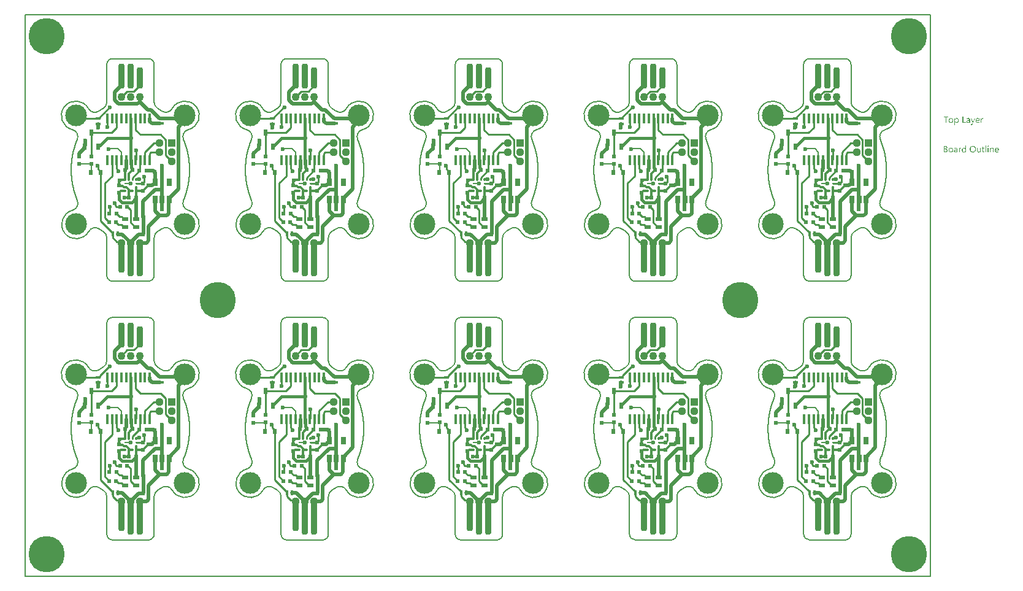
<source format=gtl>
G04*
G04 #@! TF.GenerationSoftware,Altium Limited,Altium Designer,21.8.1 (53)*
G04*
G04 Layer_Physical_Order=1*
G04 Layer_Color=255*
%FSAX25Y25*%
%MOIN*%
G70*
G04*
G04 #@! TF.SameCoordinates,4444B29A-944C-4237-836D-8D04AF711E9D*
G04*
G04*
G04 #@! TF.FilePolarity,Positive*
G04*
G01*
G75*
%ADD10R,0.01575X0.05315*%
G04:AMPARAMS|DCode=11|XSize=35.43mil|YSize=135.83mil|CornerRadius=13.82mil|HoleSize=0mil|Usage=FLASHONLY|Rotation=180.000|XOffset=0mil|YOffset=0mil|HoleType=Round|Shape=RoundedRectangle|*
%AMROUNDEDRECTD11*
21,1,0.03543,0.10819,0,0,180.0*
21,1,0.00780,0.13583,0,0,180.0*
1,1,0.02764,-0.00390,0.05409*
1,1,0.02764,0.00390,0.05409*
1,1,0.02764,0.00390,-0.05409*
1,1,0.02764,-0.00390,-0.05409*
%
%ADD11ROUNDEDRECTD11*%
G04:AMPARAMS|DCode=12|XSize=35.43mil|YSize=116.14mil|CornerRadius=13.82mil|HoleSize=0mil|Usage=FLASHONLY|Rotation=180.000|XOffset=0mil|YOffset=0mil|HoleType=Round|Shape=RoundedRectangle|*
%AMROUNDEDRECTD12*
21,1,0.03543,0.08850,0,0,180.0*
21,1,0.00780,0.11614,0,0,180.0*
1,1,0.02764,-0.00390,0.04425*
1,1,0.02764,0.00390,0.04425*
1,1,0.02764,0.00390,-0.04425*
1,1,0.02764,-0.00390,-0.04425*
%
%ADD12ROUNDEDRECTD12*%
%ADD13R,0.02756X0.01575*%
%ADD14R,0.03543X0.02362*%
G04:AMPARAMS|DCode=15|XSize=35.43mil|YSize=169.29mil|CornerRadius=13.82mil|HoleSize=0mil|Usage=FLASHONLY|Rotation=180.000|XOffset=0mil|YOffset=0mil|HoleType=Round|Shape=RoundedRectangle|*
%AMROUNDEDRECTD15*
21,1,0.03543,0.14165,0,0,180.0*
21,1,0.00780,0.16929,0,0,180.0*
1,1,0.02764,-0.00390,0.07083*
1,1,0.02764,0.00390,0.07083*
1,1,0.02764,0.00390,-0.07083*
1,1,0.02764,-0.00390,-0.07083*
%
%ADD15ROUNDEDRECTD15*%
G04:AMPARAMS|DCode=16|XSize=35.43mil|YSize=188.98mil|CornerRadius=13.82mil|HoleSize=0mil|Usage=FLASHONLY|Rotation=180.000|XOffset=0mil|YOffset=0mil|HoleType=Round|Shape=RoundedRectangle|*
%AMROUNDEDRECTD16*
21,1,0.03543,0.16134,0,0,180.0*
21,1,0.00780,0.18898,0,0,180.0*
1,1,0.02764,-0.00390,0.08067*
1,1,0.02764,0.00390,0.08067*
1,1,0.02764,0.00390,-0.08067*
1,1,0.02764,-0.00390,-0.08067*
%
%ADD16ROUNDEDRECTD16*%
%ADD17R,0.01575X0.02756*%
%ADD18R,0.02165X0.01968*%
%ADD19R,0.01968X0.02165*%
%ADD20R,0.02756X0.03937*%
%ADD21R,0.01083X0.00984*%
%ADD22R,0.00984X0.01083*%
%ADD23R,0.01968X0.02165*%
%ADD24R,0.02362X0.03543*%
%ADD25R,0.02362X0.03150*%
%ADD26R,0.02165X0.01968*%
%ADD27C,0.00984*%
%ADD28C,0.01378*%
%ADD29C,0.01968*%
%ADD30C,0.01772*%
%ADD31C,0.01181*%
%ADD32C,0.00787*%
%ADD33C,0.19685*%
%ADD34C,0.04331*%
%ADD35C,0.04370*%
%ADD36C,0.11811*%
%ADD37R,0.04370X0.04370*%
%ADD38C,0.02362*%
G36*
X0486770Y0229139D02*
X0486813Y0229133D01*
X0486857Y0229126D01*
X0486968Y0229101D01*
X0487092Y0229064D01*
X0487216Y0229002D01*
X0487277Y0228965D01*
X0487339Y0228916D01*
X0487395Y0228866D01*
X0487451Y0228804D01*
X0487457Y0228798D01*
X0487463Y0228792D01*
X0487475Y0228767D01*
X0487494Y0228743D01*
X0487513Y0228712D01*
X0487537Y0228668D01*
X0487562Y0228619D01*
X0487587Y0228569D01*
X0487612Y0228507D01*
X0487637Y0228439D01*
X0487661Y0228365D01*
X0487680Y0228284D01*
X0487711Y0228105D01*
X0487723Y0228006D01*
Y0227901D01*
Y0227894D01*
Y0227876D01*
Y0227839D01*
X0487717Y0227795D01*
Y0227746D01*
X0487705Y0227684D01*
X0487698Y0227616D01*
X0487686Y0227542D01*
X0487649Y0227381D01*
X0487593Y0227214D01*
X0487556Y0227133D01*
X0487519Y0227053D01*
X0487469Y0226972D01*
X0487414Y0226898D01*
X0487407Y0226892D01*
X0487401Y0226879D01*
X0487383Y0226861D01*
X0487358Y0226842D01*
X0487327Y0226811D01*
X0487290Y0226780D01*
X0487247Y0226743D01*
X0487197Y0226712D01*
X0487141Y0226675D01*
X0487079Y0226638D01*
X0486931Y0226582D01*
X0486850Y0226557D01*
X0486770Y0226539D01*
X0486677Y0226526D01*
X0486578Y0226520D01*
X0486528D01*
X0486497Y0226526D01*
X0486454Y0226533D01*
X0486411Y0226545D01*
X0486299Y0226570D01*
X0486182Y0226619D01*
X0486114Y0226657D01*
X0486052Y0226694D01*
X0485990Y0226743D01*
X0485934Y0226799D01*
X0485872Y0226861D01*
X0485823Y0226935D01*
X0485810D01*
Y0225425D01*
X0485408D01*
Y0229089D01*
X0485810D01*
Y0228643D01*
X0485823D01*
X0485829Y0228650D01*
X0485835Y0228668D01*
X0485854Y0228693D01*
X0485879Y0228724D01*
X0485910Y0228761D01*
X0485947Y0228804D01*
X0485990Y0228848D01*
X0486046Y0228897D01*
X0486101Y0228941D01*
X0486163Y0228984D01*
X0486237Y0229027D01*
X0486312Y0229064D01*
X0486399Y0229101D01*
X0486491Y0229126D01*
X0486584Y0229139D01*
X0486689Y0229145D01*
X0486739D01*
X0486770Y0229139D01*
D02*
G37*
G36*
X0500883Y0229126D02*
X0500957Y0229120D01*
X0501001Y0229108D01*
X0501032Y0229095D01*
Y0228681D01*
X0501025Y0228687D01*
X0501013Y0228693D01*
X0500988Y0228705D01*
X0500957Y0228724D01*
X0500914Y0228736D01*
X0500858Y0228749D01*
X0500796Y0228755D01*
X0500728Y0228761D01*
X0500716D01*
X0500685Y0228755D01*
X0500635Y0228749D01*
X0500580Y0228730D01*
X0500505Y0228699D01*
X0500437Y0228656D01*
X0500363Y0228594D01*
X0500295Y0228514D01*
X0500289Y0228501D01*
X0500270Y0228470D01*
X0500239Y0228414D01*
X0500208Y0228340D01*
X0500177Y0228247D01*
X0500146Y0228130D01*
X0500128Y0228000D01*
X0500122Y0227851D01*
Y0226576D01*
X0499719D01*
Y0229089D01*
X0500122D01*
Y0228569D01*
X0500134D01*
Y0228575D01*
X0500140Y0228582D01*
X0500153Y0228612D01*
X0500171Y0228662D01*
X0500202Y0228724D01*
X0500233Y0228786D01*
X0500283Y0228854D01*
X0500332Y0228922D01*
X0500394Y0228984D01*
X0500400Y0228990D01*
X0500425Y0229009D01*
X0500462Y0229033D01*
X0500512Y0229058D01*
X0500567Y0229083D01*
X0500635Y0229108D01*
X0500710Y0229126D01*
X0500790Y0229133D01*
X0500846D01*
X0500883Y0229126D01*
D02*
G37*
G36*
X0495504Y0226174D02*
X0495498Y0226167D01*
X0495492Y0226143D01*
X0495473Y0226099D01*
X0495448Y0226050D01*
X0495417Y0225994D01*
X0495374Y0225926D01*
X0495331Y0225858D01*
X0495281Y0225784D01*
X0495219Y0225709D01*
X0495157Y0225641D01*
X0495083Y0225573D01*
X0495003Y0225518D01*
X0494922Y0225468D01*
X0494829Y0225425D01*
X0494736Y0225400D01*
X0494631Y0225394D01*
X0494576D01*
X0494538Y0225400D01*
X0494458Y0225412D01*
X0494371Y0225431D01*
Y0225790D01*
X0494377D01*
X0494396Y0225784D01*
X0494421Y0225778D01*
X0494452Y0225771D01*
X0494526Y0225753D01*
X0494606Y0225746D01*
X0494619D01*
X0494656Y0225753D01*
X0494712Y0225765D01*
X0494780Y0225790D01*
X0494854Y0225833D01*
X0494891Y0225864D01*
X0494928Y0225901D01*
X0494965Y0225938D01*
X0495003Y0225988D01*
X0495034Y0226044D01*
X0495064Y0226106D01*
X0495269Y0226576D01*
X0494284Y0229089D01*
X0494730D01*
X0495411Y0227152D01*
Y0227146D01*
X0495417Y0227133D01*
X0495424Y0227115D01*
X0495430Y0227090D01*
X0495436Y0227053D01*
X0495448Y0227015D01*
X0495461Y0226960D01*
X0495479D01*
Y0226972D01*
X0495492Y0227009D01*
X0495504Y0227065D01*
X0495529Y0227146D01*
X0496241Y0229089D01*
X0496655D01*
X0495504Y0226174D01*
D02*
G37*
G36*
X0493096Y0229139D02*
X0493152Y0229133D01*
X0493220Y0229114D01*
X0493294Y0229095D01*
X0493375Y0229064D01*
X0493461Y0229027D01*
X0493542Y0228978D01*
X0493622Y0228916D01*
X0493696Y0228841D01*
X0493765Y0228749D01*
X0493820Y0228643D01*
X0493864Y0228520D01*
X0493888Y0228377D01*
X0493901Y0228210D01*
Y0226576D01*
X0493498D01*
Y0226966D01*
X0493486D01*
Y0226960D01*
X0493474Y0226947D01*
X0493461Y0226923D01*
X0493436Y0226898D01*
X0493375Y0226824D01*
X0493294Y0226743D01*
X0493183Y0226663D01*
X0493053Y0226588D01*
X0492972Y0226564D01*
X0492892Y0226539D01*
X0492805Y0226526D01*
X0492712Y0226520D01*
X0492675D01*
X0492650Y0226526D01*
X0492582Y0226533D01*
X0492502Y0226545D01*
X0492403Y0226570D01*
X0492310Y0226601D01*
X0492211Y0226650D01*
X0492124Y0226712D01*
X0492118Y0226725D01*
X0492093Y0226749D01*
X0492056Y0226793D01*
X0492019Y0226855D01*
X0491982Y0226929D01*
X0491945Y0227015D01*
X0491920Y0227121D01*
X0491914Y0227238D01*
Y0227244D01*
Y0227269D01*
X0491920Y0227306D01*
X0491926Y0227350D01*
X0491938Y0227406D01*
X0491957Y0227467D01*
X0491982Y0227535D01*
X0492019Y0227604D01*
X0492062Y0227678D01*
X0492118Y0227752D01*
X0492186Y0227820D01*
X0492267Y0227882D01*
X0492359Y0227944D01*
X0492471Y0227993D01*
X0492595Y0228031D01*
X0492743Y0228062D01*
X0493498Y0228167D01*
Y0228173D01*
Y0228192D01*
X0493492Y0228229D01*
Y0228266D01*
X0493480Y0228315D01*
X0493474Y0228371D01*
X0493436Y0228489D01*
X0493405Y0228544D01*
X0493375Y0228600D01*
X0493331Y0228656D01*
X0493282Y0228705D01*
X0493220Y0228749D01*
X0493152Y0228780D01*
X0493071Y0228798D01*
X0492978Y0228804D01*
X0492935D01*
X0492904Y0228798D01*
X0492861D01*
X0492817Y0228786D01*
X0492706Y0228767D01*
X0492582Y0228730D01*
X0492446Y0228674D01*
X0492372Y0228637D01*
X0492304Y0228600D01*
X0492229Y0228551D01*
X0492161Y0228495D01*
Y0228910D01*
X0492168D01*
X0492180Y0228922D01*
X0492199Y0228934D01*
X0492229Y0228947D01*
X0492260Y0228965D01*
X0492304Y0228984D01*
X0492353Y0229002D01*
X0492409Y0229027D01*
X0492533Y0229071D01*
X0492681Y0229108D01*
X0492842Y0229133D01*
X0493016Y0229145D01*
X0493053D01*
X0493096Y0229139D01*
D02*
G37*
G36*
X0490205Y0226947D02*
X0491617D01*
Y0226576D01*
X0489791D01*
Y0230092D01*
X0490205D01*
Y0226947D01*
D02*
G37*
G36*
X0481966Y0229720D02*
X0480951D01*
Y0226576D01*
X0480543D01*
Y0229720D01*
X0479528D01*
Y0230092D01*
X0481966D01*
Y0229720D01*
D02*
G37*
G36*
X0498160Y0229139D02*
X0498203Y0229133D01*
X0498246Y0229126D01*
X0498357Y0229108D01*
X0498481Y0229064D01*
X0498605Y0229009D01*
X0498667Y0228972D01*
X0498729Y0228928D01*
X0498785Y0228879D01*
X0498840Y0228823D01*
X0498847Y0228817D01*
X0498853Y0228811D01*
X0498865Y0228792D01*
X0498884Y0228767D01*
X0498902Y0228730D01*
X0498927Y0228693D01*
X0498952Y0228650D01*
X0498977Y0228594D01*
X0499001Y0228532D01*
X0499026Y0228470D01*
X0499051Y0228396D01*
X0499069Y0228315D01*
X0499088Y0228229D01*
X0499100Y0228142D01*
X0499113Y0228043D01*
Y0227938D01*
Y0227727D01*
X0497336D01*
Y0227721D01*
Y0227709D01*
Y0227690D01*
X0497342Y0227659D01*
X0497349Y0227622D01*
Y0227585D01*
X0497367Y0227486D01*
X0497398Y0227387D01*
X0497435Y0227275D01*
X0497491Y0227170D01*
X0497559Y0227077D01*
X0497571Y0227065D01*
X0497596Y0227040D01*
X0497646Y0227009D01*
X0497714Y0226966D01*
X0497800Y0226923D01*
X0497899Y0226892D01*
X0498017Y0226867D01*
X0498153Y0226855D01*
X0498197D01*
X0498228Y0226861D01*
X0498265D01*
X0498308Y0226867D01*
X0498413Y0226892D01*
X0498531Y0226923D01*
X0498661Y0226972D01*
X0498797Y0227040D01*
X0498865Y0227084D01*
X0498933Y0227133D01*
Y0226755D01*
X0498927D01*
X0498921Y0226743D01*
X0498902Y0226737D01*
X0498871Y0226718D01*
X0498840Y0226700D01*
X0498803Y0226681D01*
X0498754Y0226663D01*
X0498704Y0226638D01*
X0498642Y0226613D01*
X0498574Y0226595D01*
X0498426Y0226557D01*
X0498252Y0226533D01*
X0498060Y0226520D01*
X0498011D01*
X0497974Y0226526D01*
X0497930Y0226533D01*
X0497875Y0226539D01*
X0497757Y0226564D01*
X0497621Y0226601D01*
X0497485Y0226663D01*
X0497417Y0226706D01*
X0497349Y0226749D01*
X0497287Y0226799D01*
X0497225Y0226861D01*
X0497219Y0226867D01*
X0497212Y0226879D01*
X0497200Y0226898D01*
X0497175Y0226923D01*
X0497157Y0226960D01*
X0497132Y0227003D01*
X0497101Y0227053D01*
X0497076Y0227108D01*
X0497045Y0227170D01*
X0497020Y0227244D01*
X0496989Y0227325D01*
X0496971Y0227412D01*
X0496952Y0227504D01*
X0496934Y0227604D01*
X0496928Y0227709D01*
X0496921Y0227820D01*
Y0227826D01*
Y0227845D01*
Y0227876D01*
X0496928Y0227919D01*
X0496934Y0227969D01*
X0496940Y0228025D01*
X0496946Y0228093D01*
X0496965Y0228161D01*
X0497002Y0228309D01*
X0497058Y0228470D01*
X0497095Y0228551D01*
X0497144Y0228625D01*
X0497194Y0228705D01*
X0497250Y0228773D01*
X0497256Y0228780D01*
X0497268Y0228792D01*
X0497287Y0228811D01*
X0497311Y0228829D01*
X0497342Y0228860D01*
X0497379Y0228891D01*
X0497429Y0228922D01*
X0497479Y0228959D01*
X0497596Y0229027D01*
X0497739Y0229089D01*
X0497819Y0229108D01*
X0497899Y0229126D01*
X0497986Y0229139D01*
X0498079Y0229145D01*
X0498129D01*
X0498160Y0229139D01*
D02*
G37*
G36*
X0483669D02*
X0483712Y0229133D01*
X0483768Y0229126D01*
X0483891Y0229101D01*
X0484034Y0229058D01*
X0484176Y0228996D01*
X0484250Y0228959D01*
X0484319Y0228916D01*
X0484387Y0228860D01*
X0484449Y0228798D01*
X0484455Y0228792D01*
X0484461Y0228780D01*
X0484480Y0228761D01*
X0484498Y0228736D01*
X0484523Y0228699D01*
X0484548Y0228656D01*
X0484579Y0228606D01*
X0484610Y0228551D01*
X0484634Y0228483D01*
X0484665Y0228414D01*
X0484690Y0228334D01*
X0484715Y0228247D01*
X0484733Y0228154D01*
X0484752Y0228055D01*
X0484758Y0227950D01*
X0484764Y0227839D01*
Y0227833D01*
Y0227814D01*
Y0227783D01*
X0484758Y0227740D01*
X0484752Y0227690D01*
X0484746Y0227628D01*
X0484733Y0227566D01*
X0484721Y0227492D01*
X0484684Y0227344D01*
X0484622Y0227183D01*
X0484585Y0227102D01*
X0484535Y0227022D01*
X0484486Y0226947D01*
X0484424Y0226879D01*
X0484418Y0226873D01*
X0484405Y0226867D01*
X0484387Y0226848D01*
X0484362Y0226824D01*
X0484325Y0226799D01*
X0484288Y0226768D01*
X0484238Y0226731D01*
X0484182Y0226700D01*
X0484121Y0226669D01*
X0484053Y0226632D01*
X0483978Y0226601D01*
X0483898Y0226576D01*
X0483811Y0226551D01*
X0483718Y0226539D01*
X0483619Y0226526D01*
X0483514Y0226520D01*
X0483458D01*
X0483421Y0226526D01*
X0483378Y0226533D01*
X0483322Y0226539D01*
X0483260Y0226551D01*
X0483192Y0226564D01*
X0483050Y0226607D01*
X0482901Y0226669D01*
X0482827Y0226706D01*
X0482759Y0226755D01*
X0482691Y0226805D01*
X0482623Y0226867D01*
X0482616Y0226873D01*
X0482610Y0226886D01*
X0482592Y0226904D01*
X0482573Y0226929D01*
X0482548Y0226966D01*
X0482517Y0227009D01*
X0482486Y0227059D01*
X0482462Y0227115D01*
X0482431Y0227183D01*
X0482400Y0227251D01*
X0482369Y0227325D01*
X0482344Y0227412D01*
X0482307Y0227597D01*
X0482301Y0227696D01*
X0482295Y0227802D01*
Y0227808D01*
Y0227833D01*
Y0227864D01*
X0482301Y0227907D01*
X0482307Y0227956D01*
X0482313Y0228018D01*
X0482325Y0228086D01*
X0482338Y0228161D01*
X0482375Y0228322D01*
X0482437Y0228483D01*
X0482480Y0228563D01*
X0482523Y0228643D01*
X0482573Y0228718D01*
X0482635Y0228786D01*
X0482641Y0228792D01*
X0482654Y0228804D01*
X0482672Y0228817D01*
X0482697Y0228841D01*
X0482734Y0228866D01*
X0482777Y0228897D01*
X0482827Y0228934D01*
X0482882Y0228965D01*
X0482944Y0228996D01*
X0483019Y0229033D01*
X0483093Y0229064D01*
X0483180Y0229089D01*
X0483266Y0229114D01*
X0483365Y0229133D01*
X0483471Y0229139D01*
X0483576Y0229145D01*
X0483632D01*
X0483669Y0229139D01*
D02*
G37*
G36*
X0503737Y0214153D02*
X0503761D01*
X0503817Y0214128D01*
X0503848Y0214110D01*
X0503879Y0214085D01*
X0503885Y0214079D01*
X0503891Y0214073D01*
X0503922Y0214036D01*
X0503947Y0213974D01*
X0503953Y0213937D01*
X0503960Y0213899D01*
Y0213893D01*
Y0213881D01*
X0503953Y0213862D01*
X0503947Y0213838D01*
X0503929Y0213776D01*
X0503904Y0213745D01*
X0503879Y0213714D01*
X0503873D01*
X0503867Y0213701D01*
X0503829Y0213677D01*
X0503774Y0213652D01*
X0503737Y0213646D01*
X0503699Y0213639D01*
X0503681D01*
X0503662Y0213646D01*
X0503638D01*
X0503576Y0213670D01*
X0503545Y0213683D01*
X0503514Y0213708D01*
Y0213714D01*
X0503501Y0213720D01*
X0503489Y0213738D01*
X0503477Y0213757D01*
X0503452Y0213819D01*
X0503446Y0213856D01*
X0503440Y0213899D01*
Y0213906D01*
Y0213918D01*
X0503446Y0213937D01*
X0503452Y0213968D01*
X0503471Y0214023D01*
X0503489Y0214054D01*
X0503514Y0214085D01*
X0503520Y0214091D01*
X0503526Y0214098D01*
X0503563Y0214122D01*
X0503625Y0214147D01*
X0503662Y0214159D01*
X0503718D01*
X0503737Y0214153D01*
D02*
G37*
G36*
X0491747Y0210489D02*
X0491344D01*
Y0210910D01*
X0491332D01*
Y0210904D01*
X0491320Y0210891D01*
X0491301Y0210866D01*
X0491282Y0210835D01*
X0491251Y0210798D01*
X0491214Y0210761D01*
X0491171Y0210718D01*
X0491121Y0210675D01*
X0491066Y0210625D01*
X0490998Y0210582D01*
X0490930Y0210544D01*
X0490849Y0210507D01*
X0490769Y0210476D01*
X0490676Y0210452D01*
X0490577Y0210439D01*
X0490472Y0210433D01*
X0490428D01*
X0490391Y0210439D01*
X0490354Y0210445D01*
X0490304Y0210452D01*
X0490199Y0210476D01*
X0490075Y0210513D01*
X0489952Y0210576D01*
X0489883Y0210613D01*
X0489828Y0210656D01*
X0489766Y0210712D01*
X0489710Y0210767D01*
Y0210773D01*
X0489698Y0210786D01*
X0489685Y0210805D01*
X0489667Y0210829D01*
X0489648Y0210860D01*
X0489623Y0210904D01*
X0489599Y0210953D01*
X0489574Y0211009D01*
X0489543Y0211071D01*
X0489518Y0211139D01*
X0489494Y0211213D01*
X0489475Y0211294D01*
X0489456Y0211380D01*
X0489444Y0211479D01*
X0489438Y0211578D01*
X0489432Y0211684D01*
Y0211690D01*
Y0211708D01*
Y0211745D01*
X0489438Y0211789D01*
X0489444Y0211838D01*
X0489450Y0211900D01*
X0489456Y0211968D01*
X0489469Y0212042D01*
X0489506Y0212203D01*
X0489562Y0212371D01*
X0489599Y0212451D01*
X0489642Y0212531D01*
X0489685Y0212606D01*
X0489741Y0212680D01*
X0489747Y0212686D01*
X0489753Y0212699D01*
X0489772Y0212717D01*
X0489797Y0212742D01*
X0489828Y0212767D01*
X0489871Y0212798D01*
X0489914Y0212835D01*
X0489964Y0212872D01*
X0490088Y0212940D01*
X0490230Y0213002D01*
X0490310Y0213020D01*
X0490397Y0213039D01*
X0490484Y0213052D01*
X0490583Y0213058D01*
X0490632D01*
X0490670Y0213052D01*
X0490707Y0213045D01*
X0490756Y0213039D01*
X0490868Y0213008D01*
X0490991Y0212959D01*
X0491053Y0212928D01*
X0491115Y0212884D01*
X0491177Y0212841D01*
X0491233Y0212785D01*
X0491282Y0212723D01*
X0491332Y0212649D01*
X0491344D01*
Y0214209D01*
X0491747D01*
Y0210489D01*
D02*
G37*
G36*
X0506015Y0213052D02*
X0506089Y0213045D01*
X0506182Y0213027D01*
X0506281Y0212996D01*
X0506386Y0212946D01*
X0506491Y0212878D01*
X0506534Y0212841D01*
X0506578Y0212791D01*
X0506590Y0212779D01*
X0506615Y0212742D01*
X0506646Y0212680D01*
X0506689Y0212593D01*
X0506726Y0212488D01*
X0506764Y0212358D01*
X0506788Y0212203D01*
X0506795Y0212024D01*
Y0210489D01*
X0506392D01*
Y0211919D01*
Y0211925D01*
Y0211956D01*
X0506386Y0211993D01*
Y0212042D01*
X0506374Y0212104D01*
X0506361Y0212173D01*
X0506343Y0212247D01*
X0506318Y0212321D01*
X0506287Y0212395D01*
X0506250Y0212463D01*
X0506200Y0212531D01*
X0506145Y0212593D01*
X0506083Y0212643D01*
X0506002Y0212680D01*
X0505915Y0212711D01*
X0505810Y0212717D01*
X0505798D01*
X0505761Y0212711D01*
X0505705Y0212705D01*
X0505637Y0212686D01*
X0505556Y0212662D01*
X0505470Y0212618D01*
X0505389Y0212562D01*
X0505309Y0212488D01*
X0505303Y0212476D01*
X0505278Y0212451D01*
X0505247Y0212402D01*
X0505210Y0212333D01*
X0505173Y0212253D01*
X0505142Y0212154D01*
X0505117Y0212042D01*
X0505111Y0211919D01*
Y0210489D01*
X0504708D01*
Y0213002D01*
X0505111D01*
Y0212581D01*
X0505123D01*
X0505129Y0212587D01*
X0505136Y0212600D01*
X0505154Y0212624D01*
X0505179Y0212655D01*
X0505204Y0212692D01*
X0505241Y0212730D01*
X0505284Y0212773D01*
X0505334Y0212822D01*
X0505389Y0212866D01*
X0505451Y0212909D01*
X0505519Y0212946D01*
X0505594Y0212983D01*
X0505668Y0213014D01*
X0505755Y0213039D01*
X0505847Y0213052D01*
X0505946Y0213058D01*
X0505984D01*
X0506015Y0213052D01*
D02*
G37*
G36*
X0489017Y0213039D02*
X0489091Y0213033D01*
X0489134Y0213020D01*
X0489165Y0213008D01*
Y0212593D01*
X0489159Y0212600D01*
X0489147Y0212606D01*
X0489122Y0212618D01*
X0489091Y0212637D01*
X0489048Y0212649D01*
X0488992Y0212662D01*
X0488930Y0212668D01*
X0488862Y0212674D01*
X0488850D01*
X0488819Y0212668D01*
X0488769Y0212662D01*
X0488714Y0212643D01*
X0488639Y0212612D01*
X0488571Y0212569D01*
X0488497Y0212507D01*
X0488429Y0212426D01*
X0488423Y0212414D01*
X0488404Y0212383D01*
X0488373Y0212327D01*
X0488342Y0212253D01*
X0488311Y0212160D01*
X0488280Y0212042D01*
X0488262Y0211912D01*
X0488256Y0211764D01*
Y0210489D01*
X0487853D01*
Y0213002D01*
X0488256D01*
Y0212482D01*
X0488268D01*
Y0212488D01*
X0488274Y0212494D01*
X0488286Y0212525D01*
X0488305Y0212575D01*
X0488336Y0212637D01*
X0488367Y0212699D01*
X0488416Y0212767D01*
X0488466Y0212835D01*
X0488528Y0212897D01*
X0488534Y0212903D01*
X0488559Y0212922D01*
X0488596Y0212946D01*
X0488645Y0212971D01*
X0488701Y0212996D01*
X0488769Y0213020D01*
X0488843Y0213039D01*
X0488924Y0213045D01*
X0488980D01*
X0489017Y0213039D01*
D02*
G37*
G36*
X0499756Y0210489D02*
X0499354D01*
Y0210885D01*
X0499342D01*
Y0210879D01*
X0499329Y0210866D01*
X0499317Y0210842D01*
X0499292Y0210817D01*
X0499236Y0210743D01*
X0499150Y0210662D01*
X0499100Y0210619D01*
X0499045Y0210576D01*
X0498983Y0210538D01*
X0498908Y0210501D01*
X0498834Y0210476D01*
X0498754Y0210452D01*
X0498661Y0210439D01*
X0498568Y0210433D01*
X0498531D01*
X0498488Y0210439D01*
X0498426Y0210452D01*
X0498357Y0210464D01*
X0498283Y0210489D01*
X0498203Y0210520D01*
X0498122Y0210569D01*
X0498036Y0210625D01*
X0497955Y0210693D01*
X0497881Y0210780D01*
X0497813Y0210885D01*
X0497751Y0211003D01*
X0497708Y0211145D01*
X0497683Y0211312D01*
X0497670Y0211399D01*
Y0211498D01*
Y0213002D01*
X0498067D01*
Y0211560D01*
Y0211554D01*
Y0211529D01*
X0498073Y0211485D01*
X0498079Y0211436D01*
X0498085Y0211374D01*
X0498098Y0211312D01*
X0498116Y0211238D01*
X0498141Y0211163D01*
X0498178Y0211089D01*
X0498215Y0211021D01*
X0498265Y0210953D01*
X0498327Y0210891D01*
X0498395Y0210842D01*
X0498475Y0210805D01*
X0498574Y0210773D01*
X0498679Y0210767D01*
X0498692D01*
X0498729Y0210773D01*
X0498785Y0210780D01*
X0498847Y0210792D01*
X0498927Y0210823D01*
X0499008Y0210860D01*
X0499088Y0210910D01*
X0499162Y0210984D01*
X0499168Y0210996D01*
X0499193Y0211021D01*
X0499224Y0211071D01*
X0499261Y0211139D01*
X0499292Y0211219D01*
X0499323Y0211318D01*
X0499348Y0211430D01*
X0499354Y0211554D01*
Y0213002D01*
X0499756D01*
Y0210489D01*
D02*
G37*
G36*
X0503891D02*
X0503489D01*
Y0213002D01*
X0503891D01*
Y0210489D01*
D02*
G37*
G36*
X0502672D02*
X0502270D01*
Y0214209D01*
X0502672D01*
Y0210489D01*
D02*
G37*
G36*
X0486293Y0213052D02*
X0486349Y0213045D01*
X0486417Y0213027D01*
X0486491Y0213008D01*
X0486572Y0212977D01*
X0486658Y0212940D01*
X0486739Y0212891D01*
X0486819Y0212829D01*
X0486894Y0212754D01*
X0486962Y0212662D01*
X0487017Y0212556D01*
X0487061Y0212433D01*
X0487085Y0212290D01*
X0487098Y0212123D01*
Y0210489D01*
X0486696D01*
Y0210879D01*
X0486683D01*
Y0210873D01*
X0486671Y0210860D01*
X0486658Y0210835D01*
X0486634Y0210811D01*
X0486572Y0210736D01*
X0486491Y0210656D01*
X0486380Y0210576D01*
X0486250Y0210501D01*
X0486169Y0210476D01*
X0486089Y0210452D01*
X0486002Y0210439D01*
X0485910Y0210433D01*
X0485872D01*
X0485848Y0210439D01*
X0485779Y0210445D01*
X0485699Y0210458D01*
X0485600Y0210483D01*
X0485507Y0210513D01*
X0485408Y0210563D01*
X0485321Y0210625D01*
X0485315Y0210637D01*
X0485290Y0210662D01*
X0485253Y0210705D01*
X0485216Y0210767D01*
X0485179Y0210842D01*
X0485142Y0210928D01*
X0485117Y0211034D01*
X0485111Y0211151D01*
Y0211157D01*
Y0211182D01*
X0485117Y0211219D01*
X0485123Y0211262D01*
X0485136Y0211318D01*
X0485154Y0211380D01*
X0485179Y0211448D01*
X0485216Y0211516D01*
X0485259Y0211591D01*
X0485315Y0211665D01*
X0485383Y0211733D01*
X0485464Y0211795D01*
X0485557Y0211857D01*
X0485668Y0211906D01*
X0485792Y0211943D01*
X0485940Y0211974D01*
X0486696Y0212080D01*
Y0212086D01*
Y0212104D01*
X0486689Y0212141D01*
Y0212179D01*
X0486677Y0212228D01*
X0486671Y0212284D01*
X0486634Y0212402D01*
X0486603Y0212457D01*
X0486572Y0212513D01*
X0486528Y0212569D01*
X0486479Y0212618D01*
X0486417Y0212662D01*
X0486349Y0212692D01*
X0486269Y0212711D01*
X0486176Y0212717D01*
X0486132D01*
X0486101Y0212711D01*
X0486058D01*
X0486015Y0212699D01*
X0485903Y0212680D01*
X0485779Y0212643D01*
X0485643Y0212587D01*
X0485569Y0212550D01*
X0485501Y0212513D01*
X0485427Y0212463D01*
X0485358Y0212408D01*
Y0212822D01*
X0485365D01*
X0485377Y0212835D01*
X0485396Y0212847D01*
X0485427Y0212860D01*
X0485458Y0212878D01*
X0485501Y0212897D01*
X0485550Y0212915D01*
X0485606Y0212940D01*
X0485730Y0212983D01*
X0485879Y0213020D01*
X0486039Y0213045D01*
X0486213Y0213058D01*
X0486250D01*
X0486293Y0213052D01*
D02*
G37*
G36*
X0480605Y0213999D02*
X0480648D01*
X0480691Y0213992D01*
X0480790Y0213980D01*
X0480908Y0213949D01*
X0481032Y0213912D01*
X0481149Y0213856D01*
X0481255Y0213782D01*
X0481261D01*
X0481267Y0213770D01*
X0481298Y0213745D01*
X0481341Y0213695D01*
X0481391Y0213627D01*
X0481434Y0213541D01*
X0481477Y0213441D01*
X0481508Y0213330D01*
X0481521Y0213268D01*
Y0213200D01*
Y0213194D01*
Y0213188D01*
Y0213151D01*
X0481515Y0213095D01*
X0481502Y0213027D01*
X0481484Y0212940D01*
X0481453Y0212853D01*
X0481416Y0212767D01*
X0481360Y0212680D01*
X0481354Y0212668D01*
X0481329Y0212643D01*
X0481292Y0212606D01*
X0481242Y0212556D01*
X0481180Y0212507D01*
X0481106Y0212451D01*
X0481013Y0212408D01*
X0480914Y0212364D01*
Y0212358D01*
X0480933D01*
X0480951Y0212352D01*
X0480970Y0212346D01*
X0481038Y0212333D01*
X0481118Y0212309D01*
X0481205Y0212271D01*
X0481298Y0212228D01*
X0481391Y0212166D01*
X0481477Y0212086D01*
X0481490Y0212073D01*
X0481515Y0212042D01*
X0481545Y0211999D01*
X0481589Y0211931D01*
X0481626Y0211844D01*
X0481663Y0211745D01*
X0481688Y0211628D01*
X0481694Y0211498D01*
Y0211492D01*
Y0211479D01*
Y0211454D01*
X0481688Y0211423D01*
X0481682Y0211386D01*
X0481675Y0211343D01*
X0481651Y0211238D01*
X0481614Y0211120D01*
X0481558Y0210996D01*
X0481521Y0210941D01*
X0481477Y0210879D01*
X0481422Y0210823D01*
X0481366Y0210767D01*
X0481360D01*
X0481354Y0210755D01*
X0481335Y0210743D01*
X0481310Y0210724D01*
X0481279Y0210705D01*
X0481236Y0210681D01*
X0481143Y0210631D01*
X0481026Y0210576D01*
X0480889Y0210532D01*
X0480728Y0210501D01*
X0480648Y0210495D01*
X0480555Y0210489D01*
X0479528D01*
Y0214005D01*
X0480574D01*
X0480605Y0213999D01*
D02*
G37*
G36*
X0501100Y0213002D02*
X0501737D01*
Y0212655D01*
X0501100D01*
Y0211238D01*
Y0211225D01*
Y0211194D01*
X0501106Y0211151D01*
X0501112Y0211095D01*
X0501137Y0210978D01*
X0501155Y0210922D01*
X0501186Y0210879D01*
X0501193Y0210873D01*
X0501205Y0210860D01*
X0501224Y0210848D01*
X0501255Y0210829D01*
X0501292Y0210805D01*
X0501341Y0210792D01*
X0501403Y0210780D01*
X0501471Y0210773D01*
X0501496D01*
X0501527Y0210780D01*
X0501564Y0210786D01*
X0501651Y0210811D01*
X0501694Y0210829D01*
X0501737Y0210854D01*
Y0210507D01*
X0501731D01*
X0501713Y0210495D01*
X0501682Y0210489D01*
X0501638Y0210476D01*
X0501582Y0210464D01*
X0501521Y0210452D01*
X0501446Y0210445D01*
X0501360Y0210439D01*
X0501329D01*
X0501298Y0210445D01*
X0501255Y0210452D01*
X0501205Y0210464D01*
X0501149Y0210476D01*
X0501093Y0210501D01*
X0501032Y0210532D01*
X0500970Y0210569D01*
X0500908Y0210619D01*
X0500852Y0210675D01*
X0500803Y0210749D01*
X0500759Y0210829D01*
X0500728Y0210928D01*
X0500703Y0211040D01*
X0500697Y0211170D01*
Y0212655D01*
X0500270D01*
Y0213002D01*
X0500697D01*
Y0213615D01*
X0501100Y0213745D01*
Y0213002D01*
D02*
G37*
G36*
X0508627Y0213052D02*
X0508670Y0213045D01*
X0508713Y0213039D01*
X0508825Y0213020D01*
X0508949Y0212977D01*
X0509072Y0212922D01*
X0509134Y0212884D01*
X0509196Y0212841D01*
X0509252Y0212791D01*
X0509308Y0212736D01*
X0509314Y0212730D01*
X0509320Y0212723D01*
X0509332Y0212705D01*
X0509351Y0212680D01*
X0509370Y0212643D01*
X0509394Y0212606D01*
X0509419Y0212562D01*
X0509444Y0212507D01*
X0509469Y0212445D01*
X0509493Y0212383D01*
X0509518Y0212309D01*
X0509537Y0212228D01*
X0509555Y0212141D01*
X0509568Y0212055D01*
X0509580Y0211956D01*
Y0211851D01*
Y0211640D01*
X0507803D01*
Y0211634D01*
Y0211622D01*
Y0211603D01*
X0507810Y0211572D01*
X0507816Y0211535D01*
Y0211498D01*
X0507834Y0211399D01*
X0507865Y0211300D01*
X0507902Y0211188D01*
X0507958Y0211083D01*
X0508026Y0210990D01*
X0508039Y0210978D01*
X0508064Y0210953D01*
X0508113Y0210922D01*
X0508181Y0210879D01*
X0508268Y0210835D01*
X0508367Y0210805D01*
X0508484Y0210780D01*
X0508621Y0210767D01*
X0508664D01*
X0508695Y0210773D01*
X0508732D01*
X0508775Y0210780D01*
X0508881Y0210805D01*
X0508998Y0210835D01*
X0509128Y0210885D01*
X0509264Y0210953D01*
X0509332Y0210996D01*
X0509401Y0211046D01*
Y0210668D01*
X0509394D01*
X0509388Y0210656D01*
X0509370Y0210650D01*
X0509339Y0210631D01*
X0509308Y0210613D01*
X0509270Y0210594D01*
X0509221Y0210576D01*
X0509171Y0210551D01*
X0509110Y0210526D01*
X0509042Y0210507D01*
X0508893Y0210470D01*
X0508720Y0210445D01*
X0508528Y0210433D01*
X0508478D01*
X0508441Y0210439D01*
X0508398Y0210445D01*
X0508342Y0210452D01*
X0508224Y0210476D01*
X0508088Y0210513D01*
X0507952Y0210576D01*
X0507884Y0210619D01*
X0507816Y0210662D01*
X0507754Y0210712D01*
X0507692Y0210773D01*
X0507686Y0210780D01*
X0507680Y0210792D01*
X0507667Y0210811D01*
X0507643Y0210835D01*
X0507624Y0210873D01*
X0507599Y0210916D01*
X0507568Y0210965D01*
X0507544Y0211021D01*
X0507513Y0211083D01*
X0507488Y0211157D01*
X0507457Y0211238D01*
X0507438Y0211324D01*
X0507420Y0211417D01*
X0507401Y0211516D01*
X0507395Y0211622D01*
X0507389Y0211733D01*
Y0211739D01*
Y0211758D01*
Y0211789D01*
X0507395Y0211832D01*
X0507401Y0211881D01*
X0507407Y0211937D01*
X0507413Y0212005D01*
X0507432Y0212073D01*
X0507469Y0212222D01*
X0507525Y0212383D01*
X0507562Y0212463D01*
X0507612Y0212538D01*
X0507661Y0212618D01*
X0507717Y0212686D01*
X0507723Y0212692D01*
X0507735Y0212705D01*
X0507754Y0212723D01*
X0507779Y0212742D01*
X0507810Y0212773D01*
X0507847Y0212804D01*
X0507896Y0212835D01*
X0507946Y0212872D01*
X0508064Y0212940D01*
X0508206Y0213002D01*
X0508286Y0213020D01*
X0508367Y0213039D01*
X0508453Y0213052D01*
X0508546Y0213058D01*
X0508596D01*
X0508627Y0213052D01*
D02*
G37*
G36*
X0495584Y0214060D02*
X0495646Y0214054D01*
X0495721Y0214042D01*
X0495801Y0214023D01*
X0495888Y0214005D01*
X0495974Y0213980D01*
X0496073Y0213949D01*
X0496166Y0213906D01*
X0496265Y0213856D01*
X0496364Y0213800D01*
X0496457Y0213732D01*
X0496550Y0213658D01*
X0496637Y0213571D01*
X0496643Y0213565D01*
X0496655Y0213547D01*
X0496680Y0213522D01*
X0496705Y0213485D01*
X0496742Y0213435D01*
X0496779Y0213373D01*
X0496816Y0213305D01*
X0496860Y0213231D01*
X0496903Y0213138D01*
X0496940Y0213045D01*
X0496977Y0212940D01*
X0497014Y0212822D01*
X0497039Y0212705D01*
X0497064Y0212575D01*
X0497076Y0212433D01*
X0497082Y0212290D01*
Y0212278D01*
Y0212253D01*
Y0212210D01*
X0497076Y0212148D01*
X0497070Y0212073D01*
X0497058Y0211993D01*
X0497045Y0211900D01*
X0497027Y0211795D01*
X0497002Y0211690D01*
X0496971Y0211578D01*
X0496934Y0211467D01*
X0496890Y0211355D01*
X0496835Y0211238D01*
X0496773Y0211133D01*
X0496705Y0211027D01*
X0496624Y0210928D01*
X0496618Y0210922D01*
X0496606Y0210910D01*
X0496575Y0210885D01*
X0496544Y0210854D01*
X0496494Y0210811D01*
X0496439Y0210773D01*
X0496377Y0210724D01*
X0496303Y0210681D01*
X0496222Y0210637D01*
X0496129Y0210588D01*
X0496030Y0210551D01*
X0495919Y0210513D01*
X0495801Y0210476D01*
X0495677Y0210452D01*
X0495547Y0210439D01*
X0495405Y0210433D01*
X0495374D01*
X0495331Y0210439D01*
X0495281D01*
X0495219Y0210445D01*
X0495145Y0210458D01*
X0495064Y0210476D01*
X0494972Y0210495D01*
X0494879Y0210520D01*
X0494780Y0210551D01*
X0494681Y0210594D01*
X0494582Y0210637D01*
X0494483Y0210693D01*
X0494384Y0210761D01*
X0494291Y0210835D01*
X0494204Y0210922D01*
X0494198Y0210928D01*
X0494185Y0210947D01*
X0494161Y0210972D01*
X0494136Y0211009D01*
X0494099Y0211058D01*
X0494062Y0211120D01*
X0494025Y0211188D01*
X0493981Y0211269D01*
X0493938Y0211355D01*
X0493901Y0211448D01*
X0493864Y0211554D01*
X0493826Y0211671D01*
X0493802Y0211789D01*
X0493777Y0211919D01*
X0493765Y0212061D01*
X0493758Y0212203D01*
Y0212216D01*
Y0212241D01*
X0493765Y0212284D01*
Y0212346D01*
X0493771Y0212414D01*
X0493783Y0212501D01*
X0493795Y0212593D01*
X0493814Y0212692D01*
X0493839Y0212798D01*
X0493870Y0212909D01*
X0493907Y0213020D01*
X0493950Y0213132D01*
X0494006Y0213243D01*
X0494068Y0213355D01*
X0494136Y0213460D01*
X0494216Y0213559D01*
X0494223Y0213565D01*
X0494235Y0213584D01*
X0494266Y0213609D01*
X0494303Y0213639D01*
X0494346Y0213677D01*
X0494402Y0213720D01*
X0494470Y0213763D01*
X0494545Y0213813D01*
X0494631Y0213862D01*
X0494724Y0213906D01*
X0494823Y0213949D01*
X0494935Y0213986D01*
X0495058Y0214017D01*
X0495188Y0214048D01*
X0495324Y0214060D01*
X0495467Y0214067D01*
X0495535D01*
X0495584Y0214060D01*
D02*
G37*
G36*
X0483557Y0213052D02*
X0483601Y0213045D01*
X0483656Y0213039D01*
X0483780Y0213014D01*
X0483922Y0212971D01*
X0484065Y0212909D01*
X0484139Y0212872D01*
X0484207Y0212829D01*
X0484275Y0212773D01*
X0484337Y0212711D01*
X0484343Y0212705D01*
X0484350Y0212692D01*
X0484368Y0212674D01*
X0484387Y0212649D01*
X0484411Y0212612D01*
X0484436Y0212569D01*
X0484467Y0212519D01*
X0484498Y0212463D01*
X0484523Y0212395D01*
X0484554Y0212327D01*
X0484579Y0212247D01*
X0484603Y0212160D01*
X0484622Y0212067D01*
X0484641Y0211968D01*
X0484647Y0211863D01*
X0484653Y0211752D01*
Y0211745D01*
Y0211727D01*
Y0211696D01*
X0484647Y0211652D01*
X0484641Y0211603D01*
X0484634Y0211541D01*
X0484622Y0211479D01*
X0484610Y0211405D01*
X0484572Y0211256D01*
X0484511Y0211095D01*
X0484473Y0211015D01*
X0484424Y0210934D01*
X0484374Y0210860D01*
X0484312Y0210792D01*
X0484306Y0210786D01*
X0484294Y0210780D01*
X0484275Y0210761D01*
X0484250Y0210736D01*
X0484213Y0210712D01*
X0484176Y0210681D01*
X0484127Y0210644D01*
X0484071Y0210613D01*
X0484009Y0210582D01*
X0483941Y0210544D01*
X0483867Y0210513D01*
X0483786Y0210489D01*
X0483700Y0210464D01*
X0483607Y0210452D01*
X0483508Y0210439D01*
X0483402Y0210433D01*
X0483347D01*
X0483310Y0210439D01*
X0483266Y0210445D01*
X0483211Y0210452D01*
X0483149Y0210464D01*
X0483081Y0210476D01*
X0482938Y0210520D01*
X0482790Y0210582D01*
X0482715Y0210619D01*
X0482647Y0210668D01*
X0482579Y0210718D01*
X0482511Y0210780D01*
X0482505Y0210786D01*
X0482499Y0210798D01*
X0482480Y0210817D01*
X0482462Y0210842D01*
X0482437Y0210879D01*
X0482406Y0210922D01*
X0482375Y0210972D01*
X0482350Y0211027D01*
X0482319Y0211095D01*
X0482288Y0211163D01*
X0482257Y0211238D01*
X0482233Y0211324D01*
X0482195Y0211510D01*
X0482189Y0211609D01*
X0482183Y0211714D01*
Y0211721D01*
Y0211745D01*
Y0211776D01*
X0482189Y0211820D01*
X0482195Y0211869D01*
X0482202Y0211931D01*
X0482214Y0211999D01*
X0482226Y0212073D01*
X0482264Y0212234D01*
X0482325Y0212395D01*
X0482369Y0212476D01*
X0482412Y0212556D01*
X0482462Y0212631D01*
X0482523Y0212699D01*
X0482530Y0212705D01*
X0482542Y0212717D01*
X0482561Y0212730D01*
X0482585Y0212754D01*
X0482623Y0212779D01*
X0482666Y0212810D01*
X0482715Y0212847D01*
X0482771Y0212878D01*
X0482833Y0212909D01*
X0482907Y0212946D01*
X0482982Y0212977D01*
X0483068Y0213002D01*
X0483155Y0213027D01*
X0483254Y0213045D01*
X0483359Y0213052D01*
X0483464Y0213058D01*
X0483520D01*
X0483557Y0213052D01*
D02*
G37*
%LPC*%
G36*
X0486590Y0228804D02*
X0486559D01*
X0486535Y0228798D01*
X0486467Y0228792D01*
X0486386Y0228773D01*
X0486299Y0228743D01*
X0486200Y0228699D01*
X0486107Y0228637D01*
X0486021Y0228557D01*
X0486015Y0228544D01*
X0485990Y0228514D01*
X0485953Y0228464D01*
X0485916Y0228390D01*
X0485879Y0228303D01*
X0485841Y0228198D01*
X0485817Y0228080D01*
X0485810Y0227950D01*
Y0227597D01*
Y0227591D01*
Y0227585D01*
X0485817Y0227548D01*
X0485823Y0227486D01*
X0485835Y0227418D01*
X0485860Y0227331D01*
X0485897Y0227244D01*
X0485947Y0227158D01*
X0486015Y0227071D01*
X0486027Y0227065D01*
X0486052Y0227040D01*
X0486095Y0227003D01*
X0486157Y0226966D01*
X0486231Y0226923D01*
X0486318Y0226892D01*
X0486417Y0226867D01*
X0486528Y0226855D01*
X0486566D01*
X0486590Y0226861D01*
X0486652Y0226867D01*
X0486739Y0226892D01*
X0486826Y0226923D01*
X0486925Y0226972D01*
X0487017Y0227040D01*
X0487061Y0227084D01*
X0487098Y0227133D01*
Y0227139D01*
X0487104Y0227146D01*
X0487116Y0227164D01*
X0487129Y0227183D01*
X0487148Y0227214D01*
X0487166Y0227251D01*
X0487203Y0227337D01*
X0487240Y0227449D01*
X0487277Y0227579D01*
X0487302Y0227733D01*
X0487308Y0227913D01*
Y0227919D01*
Y0227932D01*
Y0227950D01*
Y0227981D01*
X0487302Y0228018D01*
X0487296Y0228055D01*
X0487284Y0228148D01*
X0487259Y0228254D01*
X0487228Y0228365D01*
X0487178Y0228470D01*
X0487116Y0228563D01*
X0487110Y0228575D01*
X0487079Y0228600D01*
X0487036Y0228637D01*
X0486980Y0228687D01*
X0486906Y0228730D01*
X0486813Y0228767D01*
X0486708Y0228792D01*
X0486590Y0228804D01*
D02*
G37*
G36*
X0493498Y0227845D02*
X0492892Y0227758D01*
X0492879D01*
X0492848Y0227752D01*
X0492799Y0227740D01*
X0492737Y0227727D01*
X0492669Y0227709D01*
X0492595Y0227684D01*
X0492533Y0227659D01*
X0492471Y0227622D01*
X0492465Y0227616D01*
X0492446Y0227604D01*
X0492427Y0227579D01*
X0492403Y0227542D01*
X0492372Y0227492D01*
X0492353Y0227430D01*
X0492335Y0227356D01*
X0492329Y0227269D01*
Y0227263D01*
Y0227238D01*
X0492335Y0227207D01*
X0492347Y0227164D01*
X0492359Y0227115D01*
X0492384Y0227065D01*
X0492415Y0227015D01*
X0492458Y0226966D01*
X0492465Y0226960D01*
X0492483Y0226947D01*
X0492514Y0226929D01*
X0492551Y0226910D01*
X0492601Y0226892D01*
X0492663Y0226873D01*
X0492731Y0226861D01*
X0492811Y0226855D01*
X0492824D01*
X0492861Y0226861D01*
X0492916Y0226867D01*
X0492985Y0226879D01*
X0493059Y0226904D01*
X0493146Y0226941D01*
X0493226Y0226997D01*
X0493300Y0227065D01*
X0493306Y0227077D01*
X0493331Y0227102D01*
X0493362Y0227146D01*
X0493399Y0227207D01*
X0493436Y0227288D01*
X0493467Y0227375D01*
X0493492Y0227480D01*
X0493498Y0227591D01*
Y0227845D01*
D02*
G37*
G36*
X0498073Y0228804D02*
X0498023D01*
X0497974Y0228792D01*
X0497906Y0228780D01*
X0497831Y0228755D01*
X0497745Y0228718D01*
X0497664Y0228668D01*
X0497584Y0228600D01*
X0497578Y0228594D01*
X0497553Y0228563D01*
X0497522Y0228520D01*
X0497479Y0228458D01*
X0497435Y0228383D01*
X0497398Y0228291D01*
X0497367Y0228185D01*
X0497342Y0228068D01*
X0498698D01*
Y0228074D01*
Y0228086D01*
Y0228099D01*
Y0228123D01*
X0498692Y0228192D01*
X0498679Y0228266D01*
X0498655Y0228359D01*
X0498630Y0228445D01*
X0498587Y0228532D01*
X0498531Y0228612D01*
X0498525Y0228619D01*
X0498500Y0228643D01*
X0498463Y0228674D01*
X0498413Y0228712D01*
X0498345Y0228743D01*
X0498265Y0228773D01*
X0498178Y0228798D01*
X0498073Y0228804D01*
D02*
G37*
G36*
X0483545D02*
X0483508D01*
X0483483Y0228798D01*
X0483409Y0228792D01*
X0483322Y0228773D01*
X0483223Y0228743D01*
X0483118Y0228693D01*
X0483019Y0228625D01*
X0482969Y0228588D01*
X0482926Y0228538D01*
X0482913Y0228526D01*
X0482889Y0228489D01*
X0482858Y0228433D01*
X0482815Y0228352D01*
X0482771Y0228247D01*
X0482740Y0228123D01*
X0482715Y0227981D01*
X0482703Y0227814D01*
Y0227808D01*
Y0227795D01*
Y0227771D01*
X0482709Y0227740D01*
Y0227703D01*
X0482715Y0227659D01*
X0482734Y0227560D01*
X0482759Y0227449D01*
X0482802Y0227331D01*
X0482858Y0227214D01*
X0482932Y0227108D01*
X0482944Y0227096D01*
X0482975Y0227071D01*
X0483025Y0227028D01*
X0483093Y0226985D01*
X0483180Y0226935D01*
X0483285Y0226892D01*
X0483409Y0226867D01*
X0483545Y0226855D01*
X0483582D01*
X0483607Y0226861D01*
X0483681Y0226867D01*
X0483768Y0226886D01*
X0483861Y0226916D01*
X0483966Y0226960D01*
X0484059Y0227022D01*
X0484145Y0227102D01*
X0484152Y0227115D01*
X0484176Y0227152D01*
X0484213Y0227207D01*
X0484250Y0227288D01*
X0484288Y0227393D01*
X0484325Y0227517D01*
X0484350Y0227659D01*
X0484356Y0227826D01*
Y0227833D01*
Y0227845D01*
Y0227870D01*
Y0227907D01*
X0484350Y0227944D01*
X0484343Y0227987D01*
X0484331Y0228093D01*
X0484306Y0228210D01*
X0484269Y0228328D01*
X0484213Y0228445D01*
X0484145Y0228551D01*
X0484133Y0228563D01*
X0484108Y0228588D01*
X0484059Y0228631D01*
X0483990Y0228681D01*
X0483904Y0228724D01*
X0483805Y0228767D01*
X0483681Y0228792D01*
X0483545Y0228804D01*
D02*
G37*
G36*
X0490632Y0212717D02*
X0490595D01*
X0490570Y0212711D01*
X0490502Y0212705D01*
X0490422Y0212686D01*
X0490329Y0212649D01*
X0490230Y0212600D01*
X0490137Y0212538D01*
X0490094Y0212494D01*
X0490051Y0212445D01*
X0490044Y0212433D01*
X0490020Y0212395D01*
X0489983Y0212333D01*
X0489945Y0212253D01*
X0489908Y0212148D01*
X0489871Y0212018D01*
X0489846Y0211869D01*
X0489840Y0211702D01*
Y0211696D01*
Y0211684D01*
Y0211659D01*
X0489846Y0211628D01*
Y0211597D01*
X0489853Y0211554D01*
X0489865Y0211454D01*
X0489890Y0211343D01*
X0489927Y0211232D01*
X0489976Y0211120D01*
X0490044Y0211015D01*
X0490057Y0211003D01*
X0490082Y0210978D01*
X0490125Y0210934D01*
X0490187Y0210891D01*
X0490267Y0210848D01*
X0490360Y0210805D01*
X0490465Y0210780D01*
X0490589Y0210767D01*
X0490620D01*
X0490645Y0210773D01*
X0490707Y0210780D01*
X0490781Y0210798D01*
X0490868Y0210829D01*
X0490961Y0210866D01*
X0491047Y0210928D01*
X0491134Y0211009D01*
X0491140Y0211021D01*
X0491165Y0211052D01*
X0491202Y0211108D01*
X0491239Y0211176D01*
X0491276Y0211262D01*
X0491313Y0211368D01*
X0491338Y0211492D01*
X0491344Y0211622D01*
Y0211993D01*
Y0211999D01*
Y0212005D01*
Y0212042D01*
X0491332Y0212098D01*
X0491320Y0212173D01*
X0491295Y0212253D01*
X0491258Y0212340D01*
X0491208Y0212426D01*
X0491140Y0212507D01*
X0491134Y0212513D01*
X0491103Y0212538D01*
X0491059Y0212575D01*
X0491004Y0212612D01*
X0490930Y0212649D01*
X0490843Y0212686D01*
X0490744Y0212711D01*
X0490632Y0212717D01*
D02*
G37*
G36*
X0486696Y0211758D02*
X0486089Y0211671D01*
X0486077D01*
X0486046Y0211665D01*
X0485996Y0211652D01*
X0485934Y0211640D01*
X0485866Y0211622D01*
X0485792Y0211597D01*
X0485730Y0211572D01*
X0485668Y0211535D01*
X0485662Y0211529D01*
X0485643Y0211516D01*
X0485625Y0211492D01*
X0485600Y0211454D01*
X0485569Y0211405D01*
X0485550Y0211343D01*
X0485532Y0211269D01*
X0485526Y0211182D01*
Y0211176D01*
Y0211151D01*
X0485532Y0211120D01*
X0485544Y0211077D01*
X0485557Y0211027D01*
X0485581Y0210978D01*
X0485612Y0210928D01*
X0485656Y0210879D01*
X0485662Y0210873D01*
X0485680Y0210860D01*
X0485711Y0210842D01*
X0485748Y0210823D01*
X0485798Y0210805D01*
X0485860Y0210786D01*
X0485928Y0210773D01*
X0486009Y0210767D01*
X0486021D01*
X0486058Y0210773D01*
X0486114Y0210780D01*
X0486182Y0210792D01*
X0486256Y0210817D01*
X0486343Y0210854D01*
X0486423Y0210910D01*
X0486497Y0210978D01*
X0486504Y0210990D01*
X0486528Y0211015D01*
X0486559Y0211058D01*
X0486596Y0211120D01*
X0486634Y0211201D01*
X0486665Y0211287D01*
X0486689Y0211392D01*
X0486696Y0211504D01*
Y0211758D01*
D02*
G37*
G36*
X0480413Y0213633D02*
X0479942D01*
Y0212494D01*
X0480419D01*
X0480481Y0212501D01*
X0480555Y0212513D01*
X0480642Y0212531D01*
X0480735Y0212562D01*
X0480815Y0212600D01*
X0480896Y0212655D01*
X0480902Y0212662D01*
X0480927Y0212686D01*
X0480957Y0212723D01*
X0480995Y0212779D01*
X0481026Y0212841D01*
X0481056Y0212922D01*
X0481081Y0213014D01*
X0481087Y0213120D01*
Y0213126D01*
Y0213144D01*
X0481081Y0213169D01*
X0481075Y0213200D01*
X0481050Y0213281D01*
X0481032Y0213330D01*
X0481001Y0213380D01*
X0480970Y0213423D01*
X0480920Y0213472D01*
X0480871Y0213516D01*
X0480803Y0213553D01*
X0480728Y0213584D01*
X0480636Y0213609D01*
X0480530Y0213627D01*
X0480413Y0213633D01*
D02*
G37*
G36*
Y0212123D02*
X0479942D01*
Y0210860D01*
X0480561D01*
X0480623Y0210866D01*
X0480710Y0210879D01*
X0480796Y0210904D01*
X0480889Y0210928D01*
X0480982Y0210972D01*
X0481063Y0211027D01*
X0481069Y0211034D01*
X0481094Y0211058D01*
X0481125Y0211095D01*
X0481162Y0211151D01*
X0481199Y0211219D01*
X0481230Y0211300D01*
X0481255Y0211399D01*
X0481261Y0211504D01*
Y0211510D01*
Y0211529D01*
X0481255Y0211560D01*
X0481248Y0211603D01*
X0481236Y0211646D01*
X0481217Y0211702D01*
X0481193Y0211758D01*
X0481155Y0211813D01*
X0481112Y0211869D01*
X0481056Y0211925D01*
X0480988Y0211981D01*
X0480902Y0212024D01*
X0480809Y0212067D01*
X0480691Y0212098D01*
X0480561Y0212117D01*
X0480413Y0212123D01*
D02*
G37*
G36*
X0508540Y0212717D02*
X0508491D01*
X0508441Y0212705D01*
X0508373Y0212692D01*
X0508299Y0212668D01*
X0508212Y0212631D01*
X0508132Y0212581D01*
X0508051Y0212513D01*
X0508045Y0212507D01*
X0508020Y0212476D01*
X0507989Y0212433D01*
X0507946Y0212371D01*
X0507902Y0212296D01*
X0507865Y0212203D01*
X0507834Y0212098D01*
X0507810Y0211981D01*
X0509165D01*
Y0211987D01*
Y0211999D01*
Y0212012D01*
Y0212036D01*
X0509159Y0212104D01*
X0509147Y0212179D01*
X0509122Y0212271D01*
X0509097Y0212358D01*
X0509054Y0212445D01*
X0508998Y0212525D01*
X0508992Y0212531D01*
X0508967Y0212556D01*
X0508930Y0212587D01*
X0508881Y0212624D01*
X0508812Y0212655D01*
X0508732Y0212686D01*
X0508645Y0212711D01*
X0508540Y0212717D01*
D02*
G37*
G36*
X0495436Y0213689D02*
X0495380D01*
X0495343Y0213683D01*
X0495294Y0213677D01*
X0495244Y0213670D01*
X0495182Y0213658D01*
X0495114Y0213639D01*
X0494972Y0213590D01*
X0494897Y0213559D01*
X0494817Y0213522D01*
X0494743Y0213472D01*
X0494668Y0213417D01*
X0494600Y0213355D01*
X0494532Y0213287D01*
X0494526Y0213281D01*
X0494520Y0213268D01*
X0494501Y0213243D01*
X0494476Y0213212D01*
X0494452Y0213175D01*
X0494427Y0213126D01*
X0494396Y0213070D01*
X0494365Y0213008D01*
X0494328Y0212934D01*
X0494297Y0212860D01*
X0494272Y0212773D01*
X0494247Y0212680D01*
X0494223Y0212581D01*
X0494204Y0212470D01*
X0494198Y0212358D01*
X0494192Y0212241D01*
Y0212234D01*
Y0212210D01*
Y0212179D01*
X0494198Y0212135D01*
X0494204Y0212080D01*
X0494210Y0212012D01*
X0494223Y0211943D01*
X0494235Y0211869D01*
X0494272Y0211702D01*
X0494334Y0211523D01*
X0494371Y0211436D01*
X0494415Y0211355D01*
X0494470Y0211269D01*
X0494526Y0211194D01*
X0494532Y0211188D01*
X0494545Y0211176D01*
X0494563Y0211157D01*
X0494588Y0211133D01*
X0494619Y0211102D01*
X0494662Y0211071D01*
X0494712Y0211034D01*
X0494761Y0210996D01*
X0494823Y0210959D01*
X0494891Y0210922D01*
X0495040Y0210860D01*
X0495126Y0210835D01*
X0495213Y0210817D01*
X0495306Y0210805D01*
X0495405Y0210798D01*
X0495461D01*
X0495504Y0210805D01*
X0495547Y0210811D01*
X0495609Y0210817D01*
X0495671Y0210829D01*
X0495739Y0210848D01*
X0495882Y0210891D01*
X0495962Y0210922D01*
X0496036Y0210959D01*
X0496111Y0211003D01*
X0496185Y0211052D01*
X0496253Y0211108D01*
X0496321Y0211176D01*
X0496327Y0211182D01*
X0496333Y0211194D01*
X0496352Y0211213D01*
X0496371Y0211244D01*
X0496402Y0211287D01*
X0496426Y0211331D01*
X0496457Y0211386D01*
X0496488Y0211448D01*
X0496519Y0211523D01*
X0496550Y0211603D01*
X0496581Y0211690D01*
X0496606Y0211783D01*
X0496624Y0211881D01*
X0496643Y0211993D01*
X0496649Y0212111D01*
X0496655Y0212234D01*
Y0212241D01*
Y0212265D01*
Y0212302D01*
X0496649Y0212346D01*
X0496643Y0212408D01*
X0496637Y0212476D01*
X0496630Y0212550D01*
X0496612Y0212631D01*
X0496575Y0212798D01*
X0496519Y0212977D01*
X0496482Y0213064D01*
X0496439Y0213151D01*
X0496383Y0213231D01*
X0496327Y0213305D01*
X0496321Y0213311D01*
X0496315Y0213324D01*
X0496296Y0213342D01*
X0496265Y0213367D01*
X0496234Y0213392D01*
X0496197Y0213429D01*
X0496148Y0213460D01*
X0496098Y0213497D01*
X0496036Y0213534D01*
X0495968Y0213565D01*
X0495894Y0213602D01*
X0495814Y0213627D01*
X0495727Y0213652D01*
X0495640Y0213670D01*
X0495541Y0213683D01*
X0495436Y0213689D01*
D02*
G37*
G36*
X0483433Y0212717D02*
X0483396D01*
X0483372Y0212711D01*
X0483297Y0212705D01*
X0483211Y0212686D01*
X0483112Y0212655D01*
X0483006Y0212606D01*
X0482907Y0212538D01*
X0482858Y0212501D01*
X0482815Y0212451D01*
X0482802Y0212439D01*
X0482777Y0212402D01*
X0482746Y0212346D01*
X0482703Y0212265D01*
X0482660Y0212160D01*
X0482629Y0212036D01*
X0482604Y0211894D01*
X0482592Y0211727D01*
Y0211721D01*
Y0211708D01*
Y0211684D01*
X0482598Y0211652D01*
Y0211615D01*
X0482604Y0211572D01*
X0482623Y0211473D01*
X0482647Y0211362D01*
X0482691Y0211244D01*
X0482746Y0211126D01*
X0482821Y0211021D01*
X0482833Y0211009D01*
X0482864Y0210984D01*
X0482913Y0210941D01*
X0482982Y0210897D01*
X0483068Y0210848D01*
X0483174Y0210805D01*
X0483297Y0210780D01*
X0483433Y0210767D01*
X0483471D01*
X0483495Y0210773D01*
X0483570Y0210780D01*
X0483656Y0210798D01*
X0483749Y0210829D01*
X0483854Y0210873D01*
X0483947Y0210934D01*
X0484034Y0211015D01*
X0484040Y0211027D01*
X0484065Y0211065D01*
X0484102Y0211120D01*
X0484139Y0211201D01*
X0484176Y0211306D01*
X0484213Y0211430D01*
X0484238Y0211572D01*
X0484244Y0211739D01*
Y0211745D01*
Y0211758D01*
Y0211783D01*
Y0211820D01*
X0484238Y0211857D01*
X0484232Y0211900D01*
X0484220Y0212005D01*
X0484195Y0212123D01*
X0484158Y0212241D01*
X0484102Y0212358D01*
X0484034Y0212463D01*
X0484022Y0212476D01*
X0483997Y0212501D01*
X0483947Y0212544D01*
X0483879Y0212593D01*
X0483792Y0212637D01*
X0483693Y0212680D01*
X0483570Y0212705D01*
X0483433Y0212717D01*
D02*
G37*
%LPD*%
D10*
X0048031Y0088386D02*
D03*
X0045472D02*
D03*
X0042913D02*
D03*
X0040354D02*
D03*
X0037795D02*
D03*
X0035236D02*
D03*
X0032677D02*
D03*
X0030118D02*
D03*
X0027559D02*
D03*
X0025000D02*
D03*
Y0065748D02*
D03*
X0027559D02*
D03*
X0030118D02*
D03*
X0032677D02*
D03*
X0035236D02*
D03*
X0037795D02*
D03*
X0040354D02*
D03*
X0042913D02*
D03*
X0045472D02*
D03*
X0048031D02*
D03*
X0142717Y0088386D02*
D03*
X0140157D02*
D03*
X0137598D02*
D03*
X0135039D02*
D03*
X0132480D02*
D03*
X0129921D02*
D03*
X0127362D02*
D03*
X0124803D02*
D03*
X0122244D02*
D03*
X0119685D02*
D03*
Y0065748D02*
D03*
X0122244D02*
D03*
X0124803D02*
D03*
X0127362D02*
D03*
X0129921D02*
D03*
X0132480D02*
D03*
X0135039D02*
D03*
X0137598D02*
D03*
X0140157D02*
D03*
X0142717D02*
D03*
X0237402Y0088386D02*
D03*
X0234842D02*
D03*
X0232283D02*
D03*
X0229724D02*
D03*
X0227165D02*
D03*
X0224606D02*
D03*
X0222047D02*
D03*
X0219488D02*
D03*
X0216929D02*
D03*
X0214370D02*
D03*
Y0065748D02*
D03*
X0216929D02*
D03*
X0219488D02*
D03*
X0222047D02*
D03*
X0224606D02*
D03*
X0227165D02*
D03*
X0229724D02*
D03*
X0232283D02*
D03*
X0234842D02*
D03*
X0237402D02*
D03*
X0332087Y0088386D02*
D03*
X0329528D02*
D03*
X0326969D02*
D03*
X0324410D02*
D03*
X0321850D02*
D03*
X0319291D02*
D03*
X0316732D02*
D03*
X0314173D02*
D03*
X0311614D02*
D03*
X0309055D02*
D03*
Y0065748D02*
D03*
X0311614D02*
D03*
X0314173D02*
D03*
X0316732D02*
D03*
X0319291D02*
D03*
X0321850D02*
D03*
X0324410D02*
D03*
X0326969D02*
D03*
X0329528D02*
D03*
X0332087D02*
D03*
X0426772Y0088386D02*
D03*
X0424213D02*
D03*
X0421654D02*
D03*
X0419095D02*
D03*
X0416535D02*
D03*
X0413976D02*
D03*
X0411417D02*
D03*
X0408858D02*
D03*
X0406299D02*
D03*
X0403740D02*
D03*
Y0065748D02*
D03*
X0406299D02*
D03*
X0408858D02*
D03*
X0411417D02*
D03*
X0413976D02*
D03*
X0416535D02*
D03*
X0419095D02*
D03*
X0421654D02*
D03*
X0424213D02*
D03*
X0426772D02*
D03*
X0048031Y0228937D02*
D03*
X0045472D02*
D03*
X0042913D02*
D03*
X0040354D02*
D03*
X0037795D02*
D03*
X0035236D02*
D03*
X0032677D02*
D03*
X0030118D02*
D03*
X0027559D02*
D03*
X0025000D02*
D03*
Y0206299D02*
D03*
X0027559D02*
D03*
X0030118D02*
D03*
X0032677D02*
D03*
X0035236D02*
D03*
X0037795D02*
D03*
X0040354D02*
D03*
X0042913D02*
D03*
X0045472D02*
D03*
X0048031D02*
D03*
X0142717Y0228937D02*
D03*
X0140157D02*
D03*
X0137598D02*
D03*
X0135039D02*
D03*
X0132480D02*
D03*
X0129921D02*
D03*
X0127362D02*
D03*
X0124803D02*
D03*
X0122244D02*
D03*
X0119685D02*
D03*
Y0206299D02*
D03*
X0122244D02*
D03*
X0124803D02*
D03*
X0127362D02*
D03*
X0129921D02*
D03*
X0132480D02*
D03*
X0135039D02*
D03*
X0137598D02*
D03*
X0140157D02*
D03*
X0142717D02*
D03*
X0237402Y0228937D02*
D03*
X0234842D02*
D03*
X0232283D02*
D03*
X0229724D02*
D03*
X0227165D02*
D03*
X0224606D02*
D03*
X0222047D02*
D03*
X0219488D02*
D03*
X0216929D02*
D03*
X0214370D02*
D03*
Y0206299D02*
D03*
X0216929D02*
D03*
X0219488D02*
D03*
X0222047D02*
D03*
X0224606D02*
D03*
X0227165D02*
D03*
X0229724D02*
D03*
X0232283D02*
D03*
X0234842D02*
D03*
X0237402D02*
D03*
X0332087Y0228937D02*
D03*
X0329528D02*
D03*
X0326969D02*
D03*
X0324410D02*
D03*
X0321850D02*
D03*
X0319291D02*
D03*
X0316732D02*
D03*
X0314173D02*
D03*
X0311614D02*
D03*
X0309055D02*
D03*
Y0206299D02*
D03*
X0311614D02*
D03*
X0314173D02*
D03*
X0316732D02*
D03*
X0319291D02*
D03*
X0321850D02*
D03*
X0324410D02*
D03*
X0326969D02*
D03*
X0329528D02*
D03*
X0332087D02*
D03*
X0426772Y0228937D02*
D03*
X0424213D02*
D03*
X0421654D02*
D03*
X0419095D02*
D03*
X0416535D02*
D03*
X0413976D02*
D03*
X0411417D02*
D03*
X0408858D02*
D03*
X0406299D02*
D03*
X0403740D02*
D03*
Y0206299D02*
D03*
X0406299D02*
D03*
X0408858D02*
D03*
X0411417D02*
D03*
X0413976D02*
D03*
X0416535D02*
D03*
X0419095D02*
D03*
X0421654D02*
D03*
X0424213D02*
D03*
X0426772D02*
D03*
D11*
X0032598Y0111319D02*
D03*
X0037598D02*
D03*
X0127284D02*
D03*
X0132283D02*
D03*
X0221969D02*
D03*
X0226969D02*
D03*
X0316653D02*
D03*
X0321654D02*
D03*
X0411339D02*
D03*
X0416339D02*
D03*
X0032598Y0251870D02*
D03*
X0037598D02*
D03*
X0127284D02*
D03*
X0132283D02*
D03*
X0221969D02*
D03*
X0226969D02*
D03*
X0316653D02*
D03*
X0321654D02*
D03*
X0411339D02*
D03*
X0416339D02*
D03*
D12*
X0042598Y0110335D02*
D03*
X0137284D02*
D03*
X0231968D02*
D03*
X0326654D02*
D03*
X0421339D02*
D03*
X0042598Y0250886D02*
D03*
X0137284D02*
D03*
X0231968D02*
D03*
X0326654D02*
D03*
X0421339D02*
D03*
D13*
X0020128Y0085543D02*
D03*
Y0088299D02*
D03*
X0054232Y0085728D02*
D03*
Y0088484D02*
D03*
X0114813Y0085543D02*
D03*
Y0088299D02*
D03*
X0148917Y0085728D02*
D03*
Y0088484D02*
D03*
X0209498Y0085543D02*
D03*
Y0088299D02*
D03*
X0243602Y0085728D02*
D03*
Y0088484D02*
D03*
X0304183Y0085543D02*
D03*
Y0088299D02*
D03*
X0338287Y0085728D02*
D03*
Y0088484D02*
D03*
X0398868Y0085543D02*
D03*
Y0088299D02*
D03*
X0432972Y0085728D02*
D03*
Y0088484D02*
D03*
X0020128Y0226094D02*
D03*
Y0228850D02*
D03*
X0054232Y0226280D02*
D03*
Y0229035D02*
D03*
X0114813Y0226094D02*
D03*
Y0228850D02*
D03*
X0148917Y0226280D02*
D03*
Y0229035D02*
D03*
X0209498Y0226094D02*
D03*
Y0228850D02*
D03*
X0243602Y0226280D02*
D03*
Y0229035D02*
D03*
X0304183Y0226094D02*
D03*
Y0228850D02*
D03*
X0338287Y0226280D02*
D03*
Y0229035D02*
D03*
X0398868Y0226094D02*
D03*
Y0228850D02*
D03*
X0432972Y0226280D02*
D03*
Y0229035D02*
D03*
D14*
X0040551Y0029528D02*
D03*
X0034646D02*
D03*
X0040551Y0033858D02*
D03*
X0034646D02*
D03*
X0135236Y0029528D02*
D03*
X0129331D02*
D03*
X0135236Y0033858D02*
D03*
X0129331D02*
D03*
X0229921Y0029528D02*
D03*
X0224016D02*
D03*
X0229921Y0033858D02*
D03*
X0224016D02*
D03*
X0324606Y0029528D02*
D03*
X0318701D02*
D03*
X0324606Y0033858D02*
D03*
X0318701D02*
D03*
X0419291Y0029528D02*
D03*
X0413386D02*
D03*
X0419291Y0033858D02*
D03*
X0413386D02*
D03*
X0040551Y0170079D02*
D03*
X0034646D02*
D03*
X0040551Y0174409D02*
D03*
X0034646D02*
D03*
X0135236Y0170079D02*
D03*
X0129331D02*
D03*
X0135236Y0174409D02*
D03*
X0129331D02*
D03*
X0229921Y0170079D02*
D03*
X0224016D02*
D03*
X0229921Y0174409D02*
D03*
X0224016D02*
D03*
X0324606Y0170079D02*
D03*
X0318701D02*
D03*
X0324606Y0174409D02*
D03*
X0318701D02*
D03*
X0419291Y0170079D02*
D03*
X0413386D02*
D03*
X0419291Y0174409D02*
D03*
X0413386D02*
D03*
D15*
X0032598Y0013189D02*
D03*
X0127284D02*
D03*
X0221969D02*
D03*
X0316653D02*
D03*
X0411339D02*
D03*
X0032598Y0153740D02*
D03*
X0127284D02*
D03*
X0221969D02*
D03*
X0316653D02*
D03*
X0411339D02*
D03*
D16*
X0042598Y0012205D02*
D03*
X0037598D02*
D03*
X0137284D02*
D03*
X0132283D02*
D03*
X0231968D02*
D03*
X0226969D02*
D03*
X0326654D02*
D03*
X0321654D02*
D03*
X0421339D02*
D03*
X0416339D02*
D03*
X0042598Y0152756D02*
D03*
X0037598D02*
D03*
X0137284D02*
D03*
X0132283D02*
D03*
X0231968D02*
D03*
X0226969D02*
D03*
X0326654D02*
D03*
X0321654D02*
D03*
X0421339D02*
D03*
X0416339D02*
D03*
D17*
X0030610Y0025689D02*
D03*
X0027854D02*
D03*
X0044587Y0025756D02*
D03*
X0047343D02*
D03*
X0125295Y0025689D02*
D03*
X0122539D02*
D03*
X0139272Y0025756D02*
D03*
X0142028D02*
D03*
X0219980Y0025689D02*
D03*
X0217224D02*
D03*
X0233957Y0025756D02*
D03*
X0236713D02*
D03*
X0314665Y0025689D02*
D03*
X0311910D02*
D03*
X0328642Y0025756D02*
D03*
X0331398D02*
D03*
X0409350Y0025689D02*
D03*
X0406595D02*
D03*
X0423327Y0025756D02*
D03*
X0426083D02*
D03*
X0030610Y0166240D02*
D03*
X0027854D02*
D03*
X0044587Y0166307D02*
D03*
X0047343D02*
D03*
X0125295Y0166240D02*
D03*
X0122539D02*
D03*
X0139272Y0166307D02*
D03*
X0142028D02*
D03*
X0219980Y0166240D02*
D03*
X0217224D02*
D03*
X0233957Y0166307D02*
D03*
X0236713D02*
D03*
X0314665Y0166240D02*
D03*
X0311910D02*
D03*
X0328642Y0166307D02*
D03*
X0331398D02*
D03*
X0409350Y0166240D02*
D03*
X0406595D02*
D03*
X0423327Y0166307D02*
D03*
X0426083D02*
D03*
D18*
X0016339Y0067815D02*
D03*
Y0063878D02*
D03*
X0044193Y0049076D02*
D03*
Y0053013D02*
D03*
X0111024Y0067815D02*
D03*
Y0063878D02*
D03*
X0138878Y0049076D02*
D03*
Y0053013D02*
D03*
X0205709Y0067815D02*
D03*
Y0063878D02*
D03*
X0233563Y0049076D02*
D03*
Y0053013D02*
D03*
X0300394Y0067815D02*
D03*
Y0063878D02*
D03*
X0328248Y0049076D02*
D03*
Y0053013D02*
D03*
X0395079Y0067815D02*
D03*
Y0063878D02*
D03*
X0422933Y0049076D02*
D03*
Y0053013D02*
D03*
X0016339Y0208366D02*
D03*
Y0204429D02*
D03*
X0044193Y0189627D02*
D03*
Y0193564D02*
D03*
X0111024Y0208366D02*
D03*
Y0204429D02*
D03*
X0138878Y0189627D02*
D03*
Y0193564D02*
D03*
X0205709Y0208366D02*
D03*
Y0204429D02*
D03*
X0233563Y0189627D02*
D03*
Y0193564D02*
D03*
X0300394Y0208366D02*
D03*
Y0204429D02*
D03*
X0328248Y0189627D02*
D03*
Y0193564D02*
D03*
X0395079Y0208366D02*
D03*
Y0204429D02*
D03*
X0422933Y0189627D02*
D03*
Y0193564D02*
D03*
D19*
X0046260Y0060039D02*
D03*
X0042323D02*
D03*
X0030089Y0036828D02*
D03*
X0026152D02*
D03*
X0025879Y0032088D02*
D03*
X0029816D02*
D03*
X0031890Y0040354D02*
D03*
X0035827D02*
D03*
X0140945Y0060039D02*
D03*
X0137008D02*
D03*
X0124774Y0036828D02*
D03*
X0120837D02*
D03*
X0120564Y0032088D02*
D03*
X0124501D02*
D03*
X0126575Y0040354D02*
D03*
X0130512D02*
D03*
X0235630Y0060039D02*
D03*
X0231693D02*
D03*
X0219459Y0036828D02*
D03*
X0215522D02*
D03*
X0215249Y0032088D02*
D03*
X0219186D02*
D03*
X0221260Y0040354D02*
D03*
X0225197D02*
D03*
X0330315Y0060039D02*
D03*
X0326378D02*
D03*
X0314144Y0036828D02*
D03*
X0310207D02*
D03*
X0309934Y0032088D02*
D03*
X0313871D02*
D03*
X0315945Y0040354D02*
D03*
X0319882D02*
D03*
X0425000Y0060039D02*
D03*
X0421063D02*
D03*
X0408829Y0036828D02*
D03*
X0404892D02*
D03*
X0404619Y0032088D02*
D03*
X0408556D02*
D03*
X0410630Y0040354D02*
D03*
X0414567D02*
D03*
X0046260Y0200591D02*
D03*
X0042323D02*
D03*
X0030089Y0177379D02*
D03*
X0026152D02*
D03*
X0025879Y0172639D02*
D03*
X0029816D02*
D03*
X0031890Y0180905D02*
D03*
X0035827D02*
D03*
X0140945Y0200591D02*
D03*
X0137008D02*
D03*
X0124774Y0177379D02*
D03*
X0120837D02*
D03*
X0120564Y0172639D02*
D03*
X0124501D02*
D03*
X0126575Y0180905D02*
D03*
X0130512D02*
D03*
X0235630Y0200591D02*
D03*
X0231693D02*
D03*
X0219459Y0177379D02*
D03*
X0215522D02*
D03*
X0215249Y0172639D02*
D03*
X0219186D02*
D03*
X0221260Y0180905D02*
D03*
X0225197D02*
D03*
X0330315Y0200591D02*
D03*
X0326378D02*
D03*
X0314144Y0177379D02*
D03*
X0310207D02*
D03*
X0309934Y0172639D02*
D03*
X0313871D02*
D03*
X0315945Y0180905D02*
D03*
X0319882D02*
D03*
X0425000Y0200591D02*
D03*
X0421063D02*
D03*
X0408829Y0177379D02*
D03*
X0404892D02*
D03*
X0404619Y0172639D02*
D03*
X0408556D02*
D03*
X0410630Y0180905D02*
D03*
X0414567D02*
D03*
D20*
X0051083Y0053839D02*
D03*
X0058563D02*
D03*
Y0044390D02*
D03*
X0054823D02*
D03*
X0051083D02*
D03*
X0145768Y0053839D02*
D03*
X0153248D02*
D03*
Y0044390D02*
D03*
X0149508D02*
D03*
X0145768D02*
D03*
X0240453Y0053839D02*
D03*
X0247933D02*
D03*
Y0044390D02*
D03*
X0244193D02*
D03*
X0240453D02*
D03*
X0335138Y0053839D02*
D03*
X0342618D02*
D03*
Y0044390D02*
D03*
X0338878D02*
D03*
X0335138D02*
D03*
X0429823Y0053839D02*
D03*
X0437303D02*
D03*
Y0044390D02*
D03*
X0433563D02*
D03*
X0429823D02*
D03*
X0051083Y0194390D02*
D03*
X0058563D02*
D03*
Y0184941D02*
D03*
X0054823D02*
D03*
X0051083D02*
D03*
X0145768Y0194390D02*
D03*
X0153248D02*
D03*
Y0184941D02*
D03*
X0149508D02*
D03*
X0145768D02*
D03*
X0240453Y0194390D02*
D03*
X0247933D02*
D03*
Y0184941D02*
D03*
X0244193D02*
D03*
X0240453D02*
D03*
X0335138Y0194390D02*
D03*
X0342618D02*
D03*
Y0184941D02*
D03*
X0338878D02*
D03*
X0335138D02*
D03*
X0429823Y0194390D02*
D03*
X0437303D02*
D03*
Y0184941D02*
D03*
X0433563D02*
D03*
X0429823D02*
D03*
D21*
X0034596Y0053055D02*
D03*
X0040600D02*
D03*
Y0051087D02*
D03*
X0034596D02*
D03*
X0129281Y0053055D02*
D03*
X0135285D02*
D03*
Y0051087D02*
D03*
X0129281D02*
D03*
X0223966Y0053055D02*
D03*
X0229970D02*
D03*
Y0051087D02*
D03*
X0223966D02*
D03*
X0318652Y0053055D02*
D03*
X0324655D02*
D03*
Y0051087D02*
D03*
X0318652D02*
D03*
X0413337Y0053055D02*
D03*
X0419340D02*
D03*
Y0051087D02*
D03*
X0413337D02*
D03*
X0034596Y0193607D02*
D03*
X0040600D02*
D03*
Y0191638D02*
D03*
X0034596D02*
D03*
X0129281Y0193607D02*
D03*
X0135285D02*
D03*
Y0191638D02*
D03*
X0129281D02*
D03*
X0223966Y0193607D02*
D03*
X0229970D02*
D03*
Y0191638D02*
D03*
X0223966D02*
D03*
X0318652Y0193607D02*
D03*
X0324655D02*
D03*
Y0191638D02*
D03*
X0318652D02*
D03*
X0413337Y0193607D02*
D03*
X0419340D02*
D03*
Y0191638D02*
D03*
X0413337D02*
D03*
D22*
X0036614Y0049069D02*
D03*
Y0055073D02*
D03*
X0040551D02*
D03*
Y0049069D02*
D03*
X0038583D02*
D03*
X0034646D02*
D03*
Y0055073D02*
D03*
X0038583D02*
D03*
X0131299Y0049069D02*
D03*
Y0055073D02*
D03*
X0135236D02*
D03*
Y0049069D02*
D03*
X0133268D02*
D03*
X0129331D02*
D03*
Y0055073D02*
D03*
X0133268D02*
D03*
X0225984Y0049069D02*
D03*
Y0055073D02*
D03*
X0229921D02*
D03*
Y0049069D02*
D03*
X0227953D02*
D03*
X0224016D02*
D03*
Y0055073D02*
D03*
X0227953D02*
D03*
X0320669Y0049069D02*
D03*
Y0055073D02*
D03*
X0324606D02*
D03*
Y0049069D02*
D03*
X0322638D02*
D03*
X0318701D02*
D03*
Y0055073D02*
D03*
X0322638D02*
D03*
X0415354Y0049069D02*
D03*
Y0055073D02*
D03*
X0419291D02*
D03*
Y0049069D02*
D03*
X0417323D02*
D03*
X0413386D02*
D03*
Y0055073D02*
D03*
X0417323D02*
D03*
X0036614Y0189620D02*
D03*
Y0195624D02*
D03*
X0040551D02*
D03*
Y0189620D02*
D03*
X0038583D02*
D03*
X0034646D02*
D03*
Y0195624D02*
D03*
X0038583D02*
D03*
X0131299Y0189620D02*
D03*
Y0195624D02*
D03*
X0135236D02*
D03*
Y0189620D02*
D03*
X0133268D02*
D03*
X0129331D02*
D03*
Y0195624D02*
D03*
X0133268D02*
D03*
X0225984Y0189620D02*
D03*
Y0195624D02*
D03*
X0229921D02*
D03*
Y0189620D02*
D03*
X0227953D02*
D03*
X0224016D02*
D03*
Y0195624D02*
D03*
X0227953D02*
D03*
X0320669Y0189620D02*
D03*
Y0195624D02*
D03*
X0324606D02*
D03*
Y0189620D02*
D03*
X0322638D02*
D03*
X0318701D02*
D03*
Y0195624D02*
D03*
X0322638D02*
D03*
X0415354Y0189620D02*
D03*
Y0195624D02*
D03*
X0419291D02*
D03*
Y0189620D02*
D03*
X0417323D02*
D03*
X0413386D02*
D03*
Y0195624D02*
D03*
X0417323D02*
D03*
D23*
X0054528Y0038976D02*
D03*
X0058465D02*
D03*
X0034843Y0060433D02*
D03*
X0038780D02*
D03*
X0040650Y0045374D02*
D03*
X0036713D02*
D03*
X0050787Y0059449D02*
D03*
X0054724D02*
D03*
X0149213Y0038976D02*
D03*
X0153150D02*
D03*
X0129528Y0060433D02*
D03*
X0133465D02*
D03*
X0135335Y0045374D02*
D03*
X0131398D02*
D03*
X0145473Y0059449D02*
D03*
X0149409D02*
D03*
X0243898Y0038976D02*
D03*
X0247835D02*
D03*
X0224213Y0060433D02*
D03*
X0228150D02*
D03*
X0230020Y0045374D02*
D03*
X0226083D02*
D03*
X0240158Y0059449D02*
D03*
X0244094D02*
D03*
X0338583Y0038976D02*
D03*
X0342520D02*
D03*
X0318898Y0060433D02*
D03*
X0322835D02*
D03*
X0324705Y0045374D02*
D03*
X0320768D02*
D03*
X0334842Y0059449D02*
D03*
X0338779D02*
D03*
X0433268Y0038976D02*
D03*
X0437205D02*
D03*
X0413583Y0060433D02*
D03*
X0417520D02*
D03*
X0419390Y0045374D02*
D03*
X0415453D02*
D03*
X0429528Y0059449D02*
D03*
X0433465D02*
D03*
X0054528Y0179528D02*
D03*
X0058465D02*
D03*
X0034843Y0200984D02*
D03*
X0038780D02*
D03*
X0040650Y0185925D02*
D03*
X0036713D02*
D03*
X0050787Y0200000D02*
D03*
X0054724D02*
D03*
X0149213Y0179528D02*
D03*
X0153150D02*
D03*
X0129528Y0200984D02*
D03*
X0133465D02*
D03*
X0135335Y0185925D02*
D03*
X0131398D02*
D03*
X0145473Y0200000D02*
D03*
X0149409D02*
D03*
X0243898Y0179528D02*
D03*
X0247835D02*
D03*
X0224213Y0200984D02*
D03*
X0228150D02*
D03*
X0230020Y0185925D02*
D03*
X0226083D02*
D03*
X0240158Y0200000D02*
D03*
X0244094D02*
D03*
X0338583Y0179528D02*
D03*
X0342520D02*
D03*
X0318898Y0200984D02*
D03*
X0322835D02*
D03*
X0324705Y0185925D02*
D03*
X0320768D02*
D03*
X0334842Y0200000D02*
D03*
X0338779D02*
D03*
X0433268Y0179528D02*
D03*
X0437205D02*
D03*
X0413583Y0200984D02*
D03*
X0417520D02*
D03*
X0419390Y0185925D02*
D03*
X0415453D02*
D03*
X0429528Y0200000D02*
D03*
X0433465D02*
D03*
D24*
X0012697Y0072933D02*
D03*
X0020177D02*
D03*
X0016437Y0080807D02*
D03*
X0107382Y0072933D02*
D03*
X0114862D02*
D03*
X0111122Y0080807D02*
D03*
X0202067Y0072933D02*
D03*
X0209547D02*
D03*
X0205807Y0080807D02*
D03*
X0296752Y0072933D02*
D03*
X0304232D02*
D03*
X0300492Y0080807D02*
D03*
X0391437Y0072933D02*
D03*
X0398917D02*
D03*
X0395177Y0080807D02*
D03*
X0012697Y0213484D02*
D03*
X0020177D02*
D03*
X0016437Y0221358D02*
D03*
X0107382Y0213484D02*
D03*
X0114862D02*
D03*
X0111122Y0221358D02*
D03*
X0202067Y0213484D02*
D03*
X0209547D02*
D03*
X0205807Y0221358D02*
D03*
X0296752Y0213484D02*
D03*
X0304232D02*
D03*
X0300492Y0221358D02*
D03*
X0391437Y0213484D02*
D03*
X0398917D02*
D03*
X0395177Y0221358D02*
D03*
D25*
X0021358Y0059055D02*
D03*
X0015846D02*
D03*
X0116043D02*
D03*
X0110531D02*
D03*
X0210728D02*
D03*
X0205217D02*
D03*
X0305413D02*
D03*
X0299902D02*
D03*
X0400098D02*
D03*
X0394587D02*
D03*
X0021358Y0199606D02*
D03*
X0015846D02*
D03*
X0116043D02*
D03*
X0110531D02*
D03*
X0210728D02*
D03*
X0205217D02*
D03*
X0305413D02*
D03*
X0299902D02*
D03*
X0400098D02*
D03*
X0394587D02*
D03*
D26*
X0031201Y0048130D02*
D03*
Y0052067D02*
D03*
X0009607Y0063737D02*
D03*
Y0067674D02*
D03*
X0125886Y0048130D02*
D03*
Y0052067D02*
D03*
X0104292Y0063737D02*
D03*
Y0067674D02*
D03*
X0220571Y0048130D02*
D03*
Y0052067D02*
D03*
X0198977Y0063737D02*
D03*
Y0067674D02*
D03*
X0315256Y0048130D02*
D03*
Y0052067D02*
D03*
X0293663Y0063737D02*
D03*
Y0067674D02*
D03*
X0409941Y0048130D02*
D03*
Y0052067D02*
D03*
X0388348Y0063737D02*
D03*
Y0067674D02*
D03*
X0031201Y0188681D02*
D03*
Y0192618D02*
D03*
X0009607Y0204288D02*
D03*
Y0208225D02*
D03*
X0125886Y0188681D02*
D03*
Y0192618D02*
D03*
X0104292Y0204288D02*
D03*
Y0208225D02*
D03*
X0220571Y0188681D02*
D03*
Y0192618D02*
D03*
X0198977Y0204288D02*
D03*
Y0208225D02*
D03*
X0315256Y0188681D02*
D03*
Y0192618D02*
D03*
X0293663Y0204288D02*
D03*
Y0208225D02*
D03*
X0409941Y0188681D02*
D03*
Y0192618D02*
D03*
X0388348Y0204288D02*
D03*
Y0208225D02*
D03*
D27*
X0045159Y0053880D02*
Y0056106D01*
X0044851Y0056414D02*
Y0056787D01*
X0044291Y0053013D02*
X0045159Y0053880D01*
X0044851Y0056414D02*
X0045159Y0056106D01*
X0031116Y0059588D02*
Y0059961D01*
X0030118Y0060959D02*
X0031116Y0059961D01*
X0009536Y0088299D02*
X0020128D01*
X0007874Y0089961D02*
X0009536Y0088299D01*
X0020128Y0088347D02*
X0020767D01*
X0019852Y0060955D02*
Y0062372D01*
X0019588Y0062636D02*
X0019852Y0062372D01*
X0021358Y0059055D02*
Y0059449D01*
X0019852Y0060955D02*
X0021358Y0059449D01*
X0029397Y0040931D02*
Y0041961D01*
X0029974Y0040354D02*
X0031890D01*
X0029397Y0040931D02*
X0029974Y0040354D01*
X0029134Y0042224D02*
X0029397Y0041961D01*
X0026152Y0036828D02*
X0026240Y0036916D01*
Y0040286D01*
X0026329Y0040375D01*
X0024987Y0083598D02*
Y0088373D01*
X0024974Y0083585D02*
X0024987Y0083598D01*
Y0088373D02*
X0025000Y0088386D01*
X0021014Y0088594D02*
Y0089233D01*
X0023228Y0091447D01*
Y0091451D01*
X0020767Y0088347D02*
X0021014Y0088594D01*
X0023228Y0091451D02*
X0025754Y0093976D01*
X0056762Y0068356D02*
Y0076810D01*
Y0068356D02*
X0060039Y0065079D01*
X0053946Y0079627D02*
X0056762Y0076810D01*
X0042922Y0079627D02*
X0053946D01*
X0040354Y0082195D02*
X0042922Y0079627D01*
X0040354Y0082195D02*
Y0088386D01*
X0016388Y0067864D02*
Y0080758D01*
X0016339Y0067815D02*
X0016388Y0067864D01*
Y0080758D02*
X0016437Y0080807D01*
X0021418Y0032633D02*
X0027477Y0026575D01*
X0021418Y0032633D02*
Y0058995D01*
X0026233Y0093976D02*
X0026497Y0094240D01*
X0025754Y0093976D02*
X0026233D01*
X0027847Y0023593D02*
Y0026287D01*
X0035793Y0103195D02*
X0039494D01*
X0032598Y0100000D02*
X0035793Y0103195D01*
X0039494D02*
X0042598Y0106299D01*
Y0110335D01*
X0023648Y0053307D02*
X0027559Y0057219D01*
X0023648Y0034418D02*
Y0053307D01*
X0027559Y0057219D02*
Y0065748D01*
X0023648Y0034418D02*
X0025879Y0032186D01*
X0030118Y0060959D02*
Y0065748D01*
X0040354D02*
X0040551Y0065945D01*
Y0070864D01*
X0040748Y0071061D01*
X0042323Y0060039D02*
X0042730Y0060446D01*
Y0065564D02*
X0042913Y0065748D01*
X0042730Y0060446D02*
Y0065564D01*
X0040622Y0053034D02*
X0044193D01*
Y0053013D02*
X0044291D01*
X0038583Y0055073D02*
Y0056201D01*
X0042323Y0059941D01*
Y0060039D01*
X0048748Y0070098D02*
X0054325D01*
X0048031Y0069382D02*
X0048748Y0070098D01*
X0048031Y0065748D02*
Y0069382D01*
X0045472Y0070197D02*
X0050374Y0075098D01*
X0054325D01*
X0045472Y0065748D02*
Y0070197D01*
X0027422Y0080807D02*
X0030118Y0083503D01*
X0016437Y0080807D02*
X0027422D01*
X0030118Y0083503D02*
Y0088386D01*
X0025879Y0032088D02*
Y0032186D01*
X0030089Y0036729D02*
X0031635Y0035183D01*
X0033366Y0034547D02*
X0033858Y0034055D01*
X0032790Y0035183D02*
X0033366Y0034606D01*
X0031635Y0035183D02*
X0032790D01*
X0033858Y0034055D02*
X0034449D01*
X0033366Y0034547D02*
Y0034606D01*
X0030089Y0036729D02*
Y0036828D01*
X0032719Y0030788D02*
X0033290Y0030217D01*
X0029816Y0031990D02*
Y0032088D01*
Y0031990D02*
X0030308Y0031497D01*
X0030407D01*
X0031116Y0030788D02*
X0032719D01*
X0030407Y0031497D02*
X0031116Y0030788D01*
X0033290Y0030217D02*
X0033957D01*
X0034646Y0029528D01*
X0037547Y0031941D02*
Y0038827D01*
Y0031941D02*
X0039961Y0029528D01*
X0036377Y0039997D02*
X0037547Y0038827D01*
X0036279Y0039997D02*
X0036377D01*
X0035787Y0040489D02*
Y0040587D01*
Y0040489D02*
X0036279Y0039997D01*
X0039961Y0029528D02*
X0040551D01*
X0027477Y0026575D02*
X0027559D01*
X0027847Y0026287D01*
X0029982Y0021459D02*
X0032006D01*
X0032598Y0020866D01*
X0027847Y0023593D02*
X0029982Y0021459D01*
X0040600Y0053055D02*
X0040622Y0053034D01*
X0139844Y0053880D02*
Y0056106D01*
X0139536Y0056414D02*
Y0056787D01*
X0138976Y0053013D02*
X0139844Y0053880D01*
X0139536Y0056414D02*
X0139844Y0056106D01*
X0125801Y0059588D02*
Y0059961D01*
X0124803Y0060959D02*
X0125801Y0059961D01*
X0104221Y0088299D02*
X0114813D01*
X0102559Y0089961D02*
X0104221Y0088299D01*
X0114813Y0088347D02*
X0115452D01*
X0114537Y0060955D02*
Y0062372D01*
X0114273Y0062636D02*
X0114537Y0062372D01*
X0116043Y0059055D02*
Y0059449D01*
X0114537Y0060955D02*
X0116043Y0059449D01*
X0124083Y0040931D02*
Y0041961D01*
X0124659Y0040354D02*
X0126575D01*
X0124083Y0040931D02*
X0124659Y0040354D01*
X0123819Y0042224D02*
X0124083Y0041961D01*
X0120837Y0036828D02*
X0120925Y0036916D01*
Y0040286D01*
X0121014Y0040375D01*
X0119672Y0083598D02*
Y0088373D01*
X0119659Y0083585D02*
X0119672Y0083598D01*
Y0088373D02*
X0119685Y0088386D01*
X0115699Y0088594D02*
Y0089233D01*
X0117913Y0091447D01*
Y0091451D01*
X0115452Y0088347D02*
X0115699Y0088594D01*
X0117913Y0091451D02*
X0120439Y0093976D01*
X0151447Y0068356D02*
Y0076810D01*
Y0068356D02*
X0154724Y0065079D01*
X0148631Y0079627D02*
X0151447Y0076810D01*
X0137607Y0079627D02*
X0148631D01*
X0135039Y0082195D02*
X0137607Y0079627D01*
X0135039Y0082195D02*
Y0088386D01*
X0111073Y0067864D02*
Y0080758D01*
X0111024Y0067815D02*
X0111073Y0067864D01*
Y0080758D02*
X0111122Y0080807D01*
X0116103Y0032633D02*
X0122162Y0026575D01*
X0116103Y0032633D02*
Y0058995D01*
X0120918Y0093976D02*
X0121182Y0094240D01*
X0120439Y0093976D02*
X0120918D01*
X0122532Y0023593D02*
Y0026287D01*
X0130478Y0103195D02*
X0134179D01*
X0127284Y0100000D02*
X0130478Y0103195D01*
X0134179D02*
X0137284Y0106299D01*
Y0110335D01*
X0118333Y0053307D02*
X0122244Y0057219D01*
X0118333Y0034418D02*
Y0053307D01*
X0122244Y0057219D02*
Y0065748D01*
X0118333Y0034418D02*
X0120564Y0032186D01*
X0124803Y0060959D02*
Y0065748D01*
X0135039D02*
X0135236Y0065945D01*
Y0070864D01*
X0135433Y0071061D01*
X0137008Y0060039D02*
X0137415Y0060446D01*
Y0065564D02*
X0137598Y0065748D01*
X0137415Y0060446D02*
Y0065564D01*
X0135307Y0053034D02*
X0138878D01*
Y0053013D02*
X0138976D01*
X0133268Y0055073D02*
Y0056201D01*
X0137008Y0059941D01*
Y0060039D01*
X0143433Y0070098D02*
X0149010D01*
X0142717Y0069382D02*
X0143433Y0070098D01*
X0142717Y0065748D02*
Y0069382D01*
X0140157Y0070197D02*
X0145059Y0075098D01*
X0149010D01*
X0140157Y0065748D02*
Y0070197D01*
X0122108Y0080807D02*
X0124803Y0083503D01*
X0111122Y0080807D02*
X0122108D01*
X0124803Y0083503D02*
Y0088386D01*
X0120564Y0032088D02*
Y0032186D01*
X0124774Y0036729D02*
X0126320Y0035183D01*
X0128051Y0034547D02*
X0128543Y0034055D01*
X0127475Y0035183D02*
X0128051Y0034606D01*
X0126320Y0035183D02*
X0127475D01*
X0128543Y0034055D02*
X0129134D01*
X0128051Y0034547D02*
Y0034606D01*
X0124774Y0036729D02*
Y0036828D01*
X0127404Y0030788D02*
X0127975Y0030217D01*
X0124501Y0031990D02*
Y0032088D01*
Y0031990D02*
X0124993Y0031497D01*
X0125092D01*
X0125801Y0030788D02*
X0127404D01*
X0125092Y0031497D02*
X0125801Y0030788D01*
X0127975Y0030217D02*
X0128642D01*
X0129331Y0029528D01*
X0132232Y0031941D02*
Y0038827D01*
Y0031941D02*
X0134646Y0029528D01*
X0131062Y0039997D02*
X0132232Y0038827D01*
X0130964Y0039997D02*
X0131062D01*
X0130472Y0040489D02*
Y0040587D01*
Y0040489D02*
X0130964Y0039997D01*
X0134646Y0029528D02*
X0135236D01*
X0122162Y0026575D02*
X0122244D01*
X0122532Y0026287D01*
X0124667Y0021459D02*
X0126691D01*
X0127284Y0020866D01*
X0122532Y0023593D02*
X0124667Y0021459D01*
X0135285Y0053055D02*
X0135307Y0053034D01*
X0234529Y0053880D02*
Y0056106D01*
X0234221Y0056414D02*
Y0056787D01*
X0233661Y0053013D02*
X0234529Y0053880D01*
X0234221Y0056414D02*
X0234529Y0056106D01*
X0220486Y0059588D02*
Y0059961D01*
X0219488Y0060959D02*
X0220486Y0059961D01*
X0198906Y0088299D02*
X0209498D01*
X0197244Y0089961D02*
X0198906Y0088299D01*
X0209498Y0088347D02*
X0210137D01*
X0209222Y0060955D02*
Y0062372D01*
X0208958Y0062636D02*
X0209222Y0062372D01*
X0210728Y0059055D02*
Y0059449D01*
X0209222Y0060955D02*
X0210728Y0059449D01*
X0218768Y0040931D02*
Y0041961D01*
X0219344Y0040354D02*
X0221260D01*
X0218768Y0040931D02*
X0219344Y0040354D01*
X0218504Y0042224D02*
X0218768Y0041961D01*
X0215522Y0036828D02*
X0215611Y0036916D01*
Y0040286D01*
X0215699Y0040375D01*
X0214357Y0083598D02*
Y0088373D01*
X0214344Y0083585D02*
X0214357Y0083598D01*
Y0088373D02*
X0214370Y0088386D01*
X0210384Y0088594D02*
Y0089233D01*
X0212598Y0091447D01*
Y0091451D01*
X0210137Y0088347D02*
X0210384Y0088594D01*
X0212598Y0091451D02*
X0215124Y0093976D01*
X0246132Y0068356D02*
Y0076810D01*
Y0068356D02*
X0249410Y0065079D01*
X0243316Y0079627D02*
X0246132Y0076810D01*
X0232292Y0079627D02*
X0243316D01*
X0229724Y0082195D02*
X0232292Y0079627D01*
X0229724Y0082195D02*
Y0088386D01*
X0205758Y0067864D02*
Y0080758D01*
X0205709Y0067815D02*
X0205758Y0067864D01*
Y0080758D02*
X0205807Y0080807D01*
X0210788Y0032633D02*
X0216847Y0026575D01*
X0210788Y0032633D02*
Y0058995D01*
X0215603Y0093976D02*
X0215867Y0094240D01*
X0215124Y0093976D02*
X0215603D01*
X0217217Y0023593D02*
Y0026287D01*
X0225163Y0103195D02*
X0228864D01*
X0221969Y0100000D02*
X0225163Y0103195D01*
X0228864D02*
X0231968Y0106299D01*
Y0110335D01*
X0213018Y0053307D02*
X0216929Y0057219D01*
X0213018Y0034418D02*
Y0053307D01*
X0216929Y0057219D02*
Y0065748D01*
X0213018Y0034418D02*
X0215249Y0032186D01*
X0219488Y0060959D02*
Y0065748D01*
X0229724D02*
X0229921Y0065945D01*
Y0070864D01*
X0230118Y0071061D01*
X0231693Y0060039D02*
X0232100Y0060446D01*
Y0065564D02*
X0232283Y0065748D01*
X0232100Y0060446D02*
Y0065564D01*
X0229992Y0053034D02*
X0233563D01*
Y0053013D02*
X0233661D01*
X0227953Y0055073D02*
Y0056201D01*
X0231693Y0059941D01*
Y0060039D01*
X0238118Y0070098D02*
X0243695D01*
X0237402Y0069382D02*
X0238118Y0070098D01*
X0237402Y0065748D02*
Y0069382D01*
X0234842Y0070197D02*
X0239744Y0075098D01*
X0243695D01*
X0234842Y0065748D02*
Y0070197D01*
X0216793Y0080807D02*
X0219488Y0083503D01*
X0205807Y0080807D02*
X0216793D01*
X0219488Y0083503D02*
Y0088386D01*
X0215249Y0032088D02*
Y0032186D01*
X0219459Y0036729D02*
X0221005Y0035183D01*
X0222736Y0034547D02*
X0223228Y0034055D01*
X0222160Y0035183D02*
X0222736Y0034606D01*
X0221005Y0035183D02*
X0222160D01*
X0223228Y0034055D02*
X0223819D01*
X0222736Y0034547D02*
Y0034606D01*
X0219459Y0036729D02*
Y0036828D01*
X0222089Y0030788D02*
X0222660Y0030217D01*
X0219186Y0031990D02*
Y0032088D01*
Y0031990D02*
X0219678Y0031497D01*
X0219777D01*
X0220486Y0030788D02*
X0222089D01*
X0219777Y0031497D02*
X0220486Y0030788D01*
X0222660Y0030217D02*
X0223327D01*
X0224016Y0029528D01*
X0226918Y0031941D02*
Y0038827D01*
Y0031941D02*
X0229331Y0029528D01*
X0225747Y0039997D02*
X0226918Y0038827D01*
X0225649Y0039997D02*
X0225747D01*
X0225157Y0040489D02*
Y0040587D01*
Y0040489D02*
X0225649Y0039997D01*
X0229331Y0029528D02*
X0229921D01*
X0216847Y0026575D02*
X0216929D01*
X0217217Y0026287D01*
X0219352Y0021459D02*
X0221376D01*
X0221969Y0020866D01*
X0217217Y0023593D02*
X0219352Y0021459D01*
X0229970Y0053055D02*
X0229992Y0053034D01*
X0329214Y0053880D02*
Y0056106D01*
X0328906Y0056414D02*
Y0056787D01*
X0328346Y0053013D02*
X0329214Y0053880D01*
X0328906Y0056414D02*
X0329214Y0056106D01*
X0315171Y0059588D02*
Y0059961D01*
X0314173Y0060959D02*
X0315171Y0059961D01*
X0293591Y0088299D02*
X0304183D01*
X0291929Y0089961D02*
X0293591Y0088299D01*
X0304183Y0088347D02*
X0304822D01*
X0303907Y0060955D02*
Y0062372D01*
X0303643Y0062636D02*
X0303907Y0062372D01*
X0305413Y0059055D02*
Y0059449D01*
X0303907Y0060955D02*
X0305413Y0059449D01*
X0313453Y0040931D02*
Y0041961D01*
X0314029Y0040354D02*
X0315945D01*
X0313453Y0040931D02*
X0314029Y0040354D01*
X0313189Y0042224D02*
X0313453Y0041961D01*
X0310207Y0036828D02*
X0310296Y0036916D01*
Y0040286D01*
X0310384Y0040375D01*
X0309042Y0083598D02*
Y0088373D01*
X0309029Y0083585D02*
X0309042Y0083598D01*
Y0088373D02*
X0309055Y0088386D01*
X0305069Y0088594D02*
Y0089233D01*
X0307283Y0091447D01*
Y0091451D01*
X0304822Y0088347D02*
X0305069Y0088594D01*
X0307283Y0091451D02*
X0309809Y0093976D01*
X0340817Y0068356D02*
Y0076810D01*
Y0068356D02*
X0344094Y0065079D01*
X0338001Y0079627D02*
X0340817Y0076810D01*
X0326977Y0079627D02*
X0338001D01*
X0324410Y0082195D02*
X0326977Y0079627D01*
X0324410Y0082195D02*
Y0088386D01*
X0300443Y0067864D02*
Y0080758D01*
X0300394Y0067815D02*
X0300443Y0067864D01*
Y0080758D02*
X0300492Y0080807D01*
X0305473Y0032633D02*
X0311532Y0026575D01*
X0305473Y0032633D02*
Y0058995D01*
X0310289Y0093976D02*
X0310552Y0094240D01*
X0309809Y0093976D02*
X0310289D01*
X0311902Y0023593D02*
Y0026287D01*
X0319848Y0103195D02*
X0323549D01*
X0316653Y0100000D02*
X0319848Y0103195D01*
X0323549D02*
X0326654Y0106299D01*
Y0110335D01*
X0307703Y0053307D02*
X0311614Y0057219D01*
X0307703Y0034418D02*
Y0053307D01*
X0311614Y0057219D02*
Y0065748D01*
X0307703Y0034418D02*
X0309934Y0032186D01*
X0314173Y0060959D02*
Y0065748D01*
X0324410D02*
X0324606Y0065945D01*
Y0070864D01*
X0324803Y0071061D01*
X0326378Y0060039D02*
X0326785Y0060446D01*
Y0065564D02*
X0326969Y0065748D01*
X0326785Y0060446D02*
Y0065564D01*
X0324677Y0053034D02*
X0328248D01*
Y0053013D02*
X0328346D01*
X0322638Y0055073D02*
Y0056201D01*
X0326378Y0059941D01*
Y0060039D01*
X0332803Y0070098D02*
X0338380D01*
X0332087Y0069382D02*
X0332803Y0070098D01*
X0332087Y0065748D02*
Y0069382D01*
X0329528Y0070197D02*
X0334429Y0075098D01*
X0338380D01*
X0329528Y0065748D02*
Y0070197D01*
X0311478Y0080807D02*
X0314173Y0083503D01*
X0300492Y0080807D02*
X0311478D01*
X0314173Y0083503D02*
Y0088386D01*
X0309934Y0032088D02*
Y0032186D01*
X0314144Y0036729D02*
X0315690Y0035183D01*
X0317421Y0034547D02*
X0317913Y0034055D01*
X0316845Y0035183D02*
X0317421Y0034606D01*
X0315690Y0035183D02*
X0316845D01*
X0317913Y0034055D02*
X0318504D01*
X0317421Y0034547D02*
Y0034606D01*
X0314144Y0036729D02*
Y0036828D01*
X0316774Y0030788D02*
X0317345Y0030217D01*
X0313871Y0031990D02*
Y0032088D01*
Y0031990D02*
X0314363Y0031497D01*
X0314462D01*
X0315171Y0030788D02*
X0316774D01*
X0314462Y0031497D02*
X0315171Y0030788D01*
X0317345Y0030217D02*
X0318012D01*
X0318701Y0029528D01*
X0321603Y0031941D02*
Y0038827D01*
Y0031941D02*
X0324016Y0029528D01*
X0320432Y0039997D02*
X0321603Y0038827D01*
X0320334Y0039997D02*
X0320432D01*
X0319842Y0040489D02*
Y0040587D01*
Y0040489D02*
X0320334Y0039997D01*
X0324016Y0029528D02*
X0324606D01*
X0311532Y0026575D02*
X0311614D01*
X0311902Y0026287D01*
X0314037Y0021459D02*
X0316061D01*
X0316653Y0020866D01*
X0311902Y0023593D02*
X0314037Y0021459D01*
X0324655Y0053055D02*
X0324677Y0053034D01*
X0423899Y0053880D02*
Y0056106D01*
X0423591Y0056414D02*
Y0056787D01*
X0423032Y0053013D02*
X0423899Y0053880D01*
X0423591Y0056414D02*
X0423899Y0056106D01*
X0409856Y0059588D02*
Y0059961D01*
X0408858Y0060959D02*
X0409856Y0059961D01*
X0388276Y0088299D02*
X0398868D01*
X0386614Y0089961D02*
X0388276Y0088299D01*
X0398868Y0088347D02*
X0399507D01*
X0398592Y0060955D02*
Y0062372D01*
X0398328Y0062636D02*
X0398592Y0062372D01*
X0400098Y0059055D02*
Y0059449D01*
X0398592Y0060955D02*
X0400098Y0059449D01*
X0408138Y0040931D02*
Y0041961D01*
X0408714Y0040354D02*
X0410630D01*
X0408138Y0040931D02*
X0408714Y0040354D01*
X0407874Y0042224D02*
X0408138Y0041961D01*
X0404892Y0036828D02*
X0404981Y0036916D01*
Y0040286D01*
X0405069Y0040375D01*
X0403727Y0083598D02*
Y0088373D01*
X0403714Y0083585D02*
X0403727Y0083598D01*
Y0088373D02*
X0403740Y0088386D01*
X0399754Y0088594D02*
Y0089233D01*
X0401968Y0091447D01*
Y0091451D01*
X0399507Y0088347D02*
X0399754Y0088594D01*
X0401968Y0091451D02*
X0404494Y0093976D01*
X0435502Y0068356D02*
Y0076810D01*
Y0068356D02*
X0438779Y0065079D01*
X0432686Y0079627D02*
X0435502Y0076810D01*
X0421662Y0079627D02*
X0432686D01*
X0419095Y0082195D02*
X0421662Y0079627D01*
X0419095Y0082195D02*
Y0088386D01*
X0395128Y0067864D02*
Y0080758D01*
X0395079Y0067815D02*
X0395128Y0067864D01*
Y0080758D02*
X0395177Y0080807D01*
X0400158Y0032633D02*
X0406217Y0026575D01*
X0400158Y0032633D02*
Y0058995D01*
X0404974Y0093976D02*
X0405237Y0094240D01*
X0404494Y0093976D02*
X0404974D01*
X0406588Y0023593D02*
Y0026287D01*
X0414533Y0103195D02*
X0418234D01*
X0411339Y0100000D02*
X0414533Y0103195D01*
X0418234D02*
X0421339Y0106299D01*
Y0110335D01*
X0402388Y0053307D02*
X0406299Y0057219D01*
X0402388Y0034418D02*
Y0053307D01*
X0406299Y0057219D02*
Y0065748D01*
X0402388Y0034418D02*
X0404619Y0032186D01*
X0408858Y0060959D02*
Y0065748D01*
X0419095D02*
X0419291Y0065945D01*
Y0070864D01*
X0419488Y0071061D01*
X0421063Y0060039D02*
X0421470Y0060446D01*
Y0065564D02*
X0421654Y0065748D01*
X0421470Y0060446D02*
Y0065564D01*
X0419362Y0053034D02*
X0422933D01*
Y0053013D02*
X0423032D01*
X0417323Y0055073D02*
Y0056201D01*
X0421063Y0059941D01*
Y0060039D01*
X0427488Y0070098D02*
X0433065D01*
X0426772Y0069382D02*
X0427488Y0070098D01*
X0426772Y0065748D02*
Y0069382D01*
X0424213Y0070197D02*
X0429114Y0075098D01*
X0433065D01*
X0424213Y0065748D02*
Y0070197D01*
X0406163Y0080807D02*
X0408858Y0083503D01*
X0395177Y0080807D02*
X0406163D01*
X0408858Y0083503D02*
Y0088386D01*
X0404619Y0032088D02*
Y0032186D01*
X0408829Y0036729D02*
X0410375Y0035183D01*
X0412106Y0034547D02*
X0412598Y0034055D01*
X0411530Y0035183D02*
X0412106Y0034606D01*
X0410375Y0035183D02*
X0411530D01*
X0412598Y0034055D02*
X0413189D01*
X0412106Y0034547D02*
Y0034606D01*
X0408829Y0036729D02*
Y0036828D01*
X0411459Y0030788D02*
X0412030Y0030217D01*
X0408556Y0031990D02*
Y0032088D01*
Y0031990D02*
X0409048Y0031497D01*
X0409147D01*
X0409856Y0030788D02*
X0411459D01*
X0409147Y0031497D02*
X0409856Y0030788D01*
X0412030Y0030217D02*
X0412697D01*
X0413386Y0029528D01*
X0416288Y0031941D02*
Y0038827D01*
Y0031941D02*
X0418701Y0029528D01*
X0415117Y0039997D02*
X0416288Y0038827D01*
X0415019Y0039997D02*
X0415117D01*
X0414527Y0040489D02*
Y0040587D01*
Y0040489D02*
X0415019Y0039997D01*
X0418701Y0029528D02*
X0419291D01*
X0406217Y0026575D02*
X0406299D01*
X0406588Y0026287D01*
X0408722Y0021459D02*
X0410746D01*
X0411339Y0020866D01*
X0406588Y0023593D02*
X0408722Y0021459D01*
X0419340Y0053055D02*
X0419362Y0053034D01*
X0045159Y0194431D02*
Y0196658D01*
X0044851Y0196966D02*
Y0197338D01*
X0044291Y0193564D02*
X0045159Y0194431D01*
X0044851Y0196966D02*
X0045159Y0196658D01*
X0031116Y0200139D02*
Y0200512D01*
X0030118Y0201510D02*
X0031116Y0200512D01*
X0009536Y0228850D02*
X0020128D01*
X0007874Y0230512D02*
X0009536Y0228850D01*
X0020128Y0228898D02*
X0020767D01*
X0019852Y0201506D02*
Y0202923D01*
X0019588Y0203187D02*
X0019852Y0202923D01*
X0021358Y0199606D02*
Y0200000D01*
X0019852Y0201506D02*
X0021358Y0200000D01*
X0029397Y0181482D02*
Y0182512D01*
X0029974Y0180905D02*
X0031890D01*
X0029397Y0181482D02*
X0029974Y0180905D01*
X0029134Y0182776D02*
X0029397Y0182512D01*
X0026152Y0177379D02*
X0026240Y0177468D01*
Y0180838D01*
X0026329Y0180926D01*
X0024987Y0224149D02*
Y0228924D01*
X0024974Y0224136D02*
X0024987Y0224149D01*
Y0228924D02*
X0025000Y0228937D01*
X0021014Y0229145D02*
Y0229784D01*
X0023228Y0231999D01*
Y0232002D01*
X0020767Y0228898D02*
X0021014Y0229145D01*
X0023228Y0232002D02*
X0025754Y0234528D01*
X0056762Y0208907D02*
Y0217361D01*
Y0208907D02*
X0060039Y0205630D01*
X0053946Y0220178D02*
X0056762Y0217361D01*
X0042922Y0220178D02*
X0053946D01*
X0040354Y0222746D02*
X0042922Y0220178D01*
X0040354Y0222746D02*
Y0228937D01*
X0016388Y0208415D02*
Y0221309D01*
X0016339Y0208366D02*
X0016388Y0208415D01*
Y0221309D02*
X0016437Y0221358D01*
X0021418Y0173185D02*
X0027477Y0167126D01*
X0021418Y0173185D02*
Y0199547D01*
X0026233Y0234528D02*
X0026497Y0234791D01*
X0025754Y0234528D02*
X0026233D01*
X0027847Y0164144D02*
Y0166838D01*
X0035793Y0243746D02*
X0039494D01*
X0032598Y0240551D02*
X0035793Y0243746D01*
X0039494D02*
X0042598Y0246850D01*
Y0250886D01*
X0023648Y0193858D02*
X0027559Y0197770D01*
X0023648Y0174969D02*
Y0193858D01*
X0027559Y0197770D02*
Y0206299D01*
X0023648Y0174969D02*
X0025879Y0172738D01*
X0030118Y0201510D02*
Y0206299D01*
X0040354D02*
X0040551Y0206496D01*
Y0211415D01*
X0040748Y0211612D01*
X0042323Y0200591D02*
X0042730Y0200997D01*
Y0206116D02*
X0042913Y0206299D01*
X0042730Y0200997D02*
Y0206116D01*
X0040622Y0193585D02*
X0044193D01*
Y0193564D02*
X0044291D01*
X0038583Y0195624D02*
Y0196752D01*
X0042323Y0200492D01*
Y0200591D01*
X0048748Y0210650D02*
X0054325D01*
X0048031Y0209933D02*
X0048748Y0210650D01*
X0048031Y0206299D02*
Y0209933D01*
X0045472Y0210748D02*
X0050374Y0215650D01*
X0054325D01*
X0045472Y0206299D02*
Y0210748D01*
X0027422Y0221358D02*
X0030118Y0224054D01*
X0016437Y0221358D02*
X0027422D01*
X0030118Y0224054D02*
Y0228937D01*
X0025879Y0172639D02*
Y0172738D01*
X0030089Y0177280D02*
X0031635Y0175734D01*
X0033366Y0175098D02*
X0033858Y0174606D01*
X0032790Y0175734D02*
X0033366Y0175157D01*
X0031635Y0175734D02*
X0032790D01*
X0033858Y0174606D02*
X0034449D01*
X0033366Y0175098D02*
Y0175157D01*
X0030089Y0177280D02*
Y0177379D01*
X0032719Y0171339D02*
X0033290Y0170768D01*
X0029816Y0172541D02*
Y0172639D01*
Y0172541D02*
X0030308Y0172049D01*
X0030407D01*
X0031116Y0171339D02*
X0032719D01*
X0030407Y0172049D02*
X0031116Y0171339D01*
X0033290Y0170768D02*
X0033957D01*
X0034646Y0170079D01*
X0037547Y0172492D02*
Y0179378D01*
Y0172492D02*
X0039961Y0170079D01*
X0036377Y0180548D02*
X0037547Y0179378D01*
X0036279Y0180548D02*
X0036377D01*
X0035787Y0181040D02*
Y0181138D01*
Y0181040D02*
X0036279Y0180548D01*
X0039961Y0170079D02*
X0040551D01*
X0027477Y0167126D02*
X0027559D01*
X0027847Y0166838D01*
X0029982Y0162010D02*
X0032006D01*
X0032598Y0161417D01*
X0027847Y0164144D02*
X0029982Y0162010D01*
X0040600Y0193607D02*
X0040622Y0193585D01*
X0139844Y0194431D02*
Y0196658D01*
X0139536Y0196966D02*
Y0197338D01*
X0138976Y0193564D02*
X0139844Y0194431D01*
X0139536Y0196966D02*
X0139844Y0196658D01*
X0125801Y0200139D02*
Y0200512D01*
X0124803Y0201510D02*
X0125801Y0200512D01*
X0104221Y0228850D02*
X0114813D01*
X0102559Y0230512D02*
X0104221Y0228850D01*
X0114813Y0228898D02*
X0115452D01*
X0114537Y0201506D02*
Y0202923D01*
X0114273Y0203187D02*
X0114537Y0202923D01*
X0116043Y0199606D02*
Y0200000D01*
X0114537Y0201506D02*
X0116043Y0200000D01*
X0124083Y0181482D02*
Y0182512D01*
X0124659Y0180905D02*
X0126575D01*
X0124083Y0181482D02*
X0124659Y0180905D01*
X0123819Y0182776D02*
X0124083Y0182512D01*
X0120837Y0177379D02*
X0120925Y0177468D01*
Y0180838D01*
X0121014Y0180926D01*
X0119672Y0224149D02*
Y0228924D01*
X0119659Y0224136D02*
X0119672Y0224149D01*
Y0228924D02*
X0119685Y0228937D01*
X0115699Y0229145D02*
Y0229784D01*
X0117913Y0231999D01*
Y0232002D01*
X0115452Y0228898D02*
X0115699Y0229145D01*
X0117913Y0232002D02*
X0120439Y0234528D01*
X0151447Y0208907D02*
Y0217361D01*
Y0208907D02*
X0154724Y0205630D01*
X0148631Y0220178D02*
X0151447Y0217361D01*
X0137607Y0220178D02*
X0148631D01*
X0135039Y0222746D02*
X0137607Y0220178D01*
X0135039Y0222746D02*
Y0228937D01*
X0111073Y0208415D02*
Y0221309D01*
X0111024Y0208366D02*
X0111073Y0208415D01*
Y0221309D02*
X0111122Y0221358D01*
X0116103Y0173185D02*
X0122162Y0167126D01*
X0116103Y0173185D02*
Y0199547D01*
X0120918Y0234528D02*
X0121182Y0234791D01*
X0120439Y0234528D02*
X0120918D01*
X0122532Y0164144D02*
Y0166838D01*
X0130478Y0243746D02*
X0134179D01*
X0127284Y0240551D02*
X0130478Y0243746D01*
X0134179D02*
X0137284Y0246850D01*
Y0250886D01*
X0118333Y0193858D02*
X0122244Y0197770D01*
X0118333Y0174969D02*
Y0193858D01*
X0122244Y0197770D02*
Y0206299D01*
X0118333Y0174969D02*
X0120564Y0172738D01*
X0124803Y0201510D02*
Y0206299D01*
X0135039D02*
X0135236Y0206496D01*
Y0211415D01*
X0135433Y0211612D01*
X0137008Y0200591D02*
X0137415Y0200997D01*
Y0206116D02*
X0137598Y0206299D01*
X0137415Y0200997D02*
Y0206116D01*
X0135307Y0193585D02*
X0138878D01*
Y0193564D02*
X0138976D01*
X0133268Y0195624D02*
Y0196752D01*
X0137008Y0200492D01*
Y0200591D01*
X0143433Y0210650D02*
X0149010D01*
X0142717Y0209933D02*
X0143433Y0210650D01*
X0142717Y0206299D02*
Y0209933D01*
X0140157Y0210748D02*
X0145059Y0215650D01*
X0149010D01*
X0140157Y0206299D02*
Y0210748D01*
X0122108Y0221358D02*
X0124803Y0224054D01*
X0111122Y0221358D02*
X0122108D01*
X0124803Y0224054D02*
Y0228937D01*
X0120564Y0172639D02*
Y0172738D01*
X0124774Y0177280D02*
X0126320Y0175734D01*
X0128051Y0175098D02*
X0128543Y0174606D01*
X0127475Y0175734D02*
X0128051Y0175157D01*
X0126320Y0175734D02*
X0127475D01*
X0128543Y0174606D02*
X0129134D01*
X0128051Y0175098D02*
Y0175157D01*
X0124774Y0177280D02*
Y0177379D01*
X0127404Y0171339D02*
X0127975Y0170768D01*
X0124501Y0172541D02*
Y0172639D01*
Y0172541D02*
X0124993Y0172049D01*
X0125092D01*
X0125801Y0171339D02*
X0127404D01*
X0125092Y0172049D02*
X0125801Y0171339D01*
X0127975Y0170768D02*
X0128642D01*
X0129331Y0170079D01*
X0132232Y0172492D02*
Y0179378D01*
Y0172492D02*
X0134646Y0170079D01*
X0131062Y0180548D02*
X0132232Y0179378D01*
X0130964Y0180548D02*
X0131062D01*
X0130472Y0181040D02*
Y0181138D01*
Y0181040D02*
X0130964Y0180548D01*
X0134646Y0170079D02*
X0135236D01*
X0122162Y0167126D02*
X0122244D01*
X0122532Y0166838D01*
X0124667Y0162010D02*
X0126691D01*
X0127284Y0161417D01*
X0122532Y0164144D02*
X0124667Y0162010D01*
X0135285Y0193607D02*
X0135307Y0193585D01*
X0234529Y0194431D02*
Y0196658D01*
X0234221Y0196966D02*
Y0197338D01*
X0233661Y0193564D02*
X0234529Y0194431D01*
X0234221Y0196966D02*
X0234529Y0196658D01*
X0220486Y0200139D02*
Y0200512D01*
X0219488Y0201510D02*
X0220486Y0200512D01*
X0198906Y0228850D02*
X0209498D01*
X0197244Y0230512D02*
X0198906Y0228850D01*
X0209498Y0228898D02*
X0210137D01*
X0209222Y0201506D02*
Y0202923D01*
X0208958Y0203187D02*
X0209222Y0202923D01*
X0210728Y0199606D02*
Y0200000D01*
X0209222Y0201506D02*
X0210728Y0200000D01*
X0218768Y0181482D02*
Y0182512D01*
X0219344Y0180905D02*
X0221260D01*
X0218768Y0181482D02*
X0219344Y0180905D01*
X0218504Y0182776D02*
X0218768Y0182512D01*
X0215522Y0177379D02*
X0215611Y0177468D01*
Y0180838D01*
X0215699Y0180926D01*
X0214357Y0224149D02*
Y0228924D01*
X0214344Y0224136D02*
X0214357Y0224149D01*
Y0228924D02*
X0214370Y0228937D01*
X0210384Y0229145D02*
Y0229784D01*
X0212598Y0231999D01*
Y0232002D01*
X0210137Y0228898D02*
X0210384Y0229145D01*
X0212598Y0232002D02*
X0215124Y0234528D01*
X0246132Y0208907D02*
Y0217361D01*
Y0208907D02*
X0249410Y0205630D01*
X0243316Y0220178D02*
X0246132Y0217361D01*
X0232292Y0220178D02*
X0243316D01*
X0229724Y0222746D02*
X0232292Y0220178D01*
X0229724Y0222746D02*
Y0228937D01*
X0205758Y0208415D02*
Y0221309D01*
X0205709Y0208366D02*
X0205758Y0208415D01*
Y0221309D02*
X0205807Y0221358D01*
X0210788Y0173185D02*
X0216847Y0167126D01*
X0210788Y0173185D02*
Y0199547D01*
X0215603Y0234528D02*
X0215867Y0234791D01*
X0215124Y0234528D02*
X0215603D01*
X0217217Y0164144D02*
Y0166838D01*
X0225163Y0243746D02*
X0228864D01*
X0221969Y0240551D02*
X0225163Y0243746D01*
X0228864D02*
X0231968Y0246850D01*
Y0250886D01*
X0213018Y0193858D02*
X0216929Y0197770D01*
X0213018Y0174969D02*
Y0193858D01*
X0216929Y0197770D02*
Y0206299D01*
X0213018Y0174969D02*
X0215249Y0172738D01*
X0219488Y0201510D02*
Y0206299D01*
X0229724D02*
X0229921Y0206496D01*
Y0211415D01*
X0230118Y0211612D01*
X0231693Y0200591D02*
X0232100Y0200997D01*
Y0206116D02*
X0232283Y0206299D01*
X0232100Y0200997D02*
Y0206116D01*
X0229992Y0193585D02*
X0233563D01*
Y0193564D02*
X0233661D01*
X0227953Y0195624D02*
Y0196752D01*
X0231693Y0200492D01*
Y0200591D01*
X0238118Y0210650D02*
X0243695D01*
X0237402Y0209933D02*
X0238118Y0210650D01*
X0237402Y0206299D02*
Y0209933D01*
X0234842Y0210748D02*
X0239744Y0215650D01*
X0243695D01*
X0234842Y0206299D02*
Y0210748D01*
X0216793Y0221358D02*
X0219488Y0224054D01*
X0205807Y0221358D02*
X0216793D01*
X0219488Y0224054D02*
Y0228937D01*
X0215249Y0172639D02*
Y0172738D01*
X0219459Y0177280D02*
X0221005Y0175734D01*
X0222736Y0175098D02*
X0223228Y0174606D01*
X0222160Y0175734D02*
X0222736Y0175157D01*
X0221005Y0175734D02*
X0222160D01*
X0223228Y0174606D02*
X0223819D01*
X0222736Y0175098D02*
Y0175157D01*
X0219459Y0177280D02*
Y0177379D01*
X0222089Y0171339D02*
X0222660Y0170768D01*
X0219186Y0172541D02*
Y0172639D01*
Y0172541D02*
X0219678Y0172049D01*
X0219777D01*
X0220486Y0171339D02*
X0222089D01*
X0219777Y0172049D02*
X0220486Y0171339D01*
X0222660Y0170768D02*
X0223327D01*
X0224016Y0170079D01*
X0226918Y0172492D02*
Y0179378D01*
Y0172492D02*
X0229331Y0170079D01*
X0225747Y0180548D02*
X0226918Y0179378D01*
X0225649Y0180548D02*
X0225747D01*
X0225157Y0181040D02*
Y0181138D01*
Y0181040D02*
X0225649Y0180548D01*
X0229331Y0170079D02*
X0229921D01*
X0216847Y0167126D02*
X0216929D01*
X0217217Y0166838D01*
X0219352Y0162010D02*
X0221376D01*
X0221969Y0161417D01*
X0217217Y0164144D02*
X0219352Y0162010D01*
X0229970Y0193607D02*
X0229992Y0193585D01*
X0329214Y0194431D02*
Y0196658D01*
X0328906Y0196966D02*
Y0197338D01*
X0328346Y0193564D02*
X0329214Y0194431D01*
X0328906Y0196966D02*
X0329214Y0196658D01*
X0315171Y0200139D02*
Y0200512D01*
X0314173Y0201510D02*
X0315171Y0200512D01*
X0293591Y0228850D02*
X0304183D01*
X0291929Y0230512D02*
X0293591Y0228850D01*
X0304183Y0228898D02*
X0304822D01*
X0303907Y0201506D02*
Y0202923D01*
X0303643Y0203187D02*
X0303907Y0202923D01*
X0305413Y0199606D02*
Y0200000D01*
X0303907Y0201506D02*
X0305413Y0200000D01*
X0313453Y0181482D02*
Y0182512D01*
X0314029Y0180905D02*
X0315945D01*
X0313453Y0181482D02*
X0314029Y0180905D01*
X0313189Y0182776D02*
X0313453Y0182512D01*
X0310207Y0177379D02*
X0310296Y0177468D01*
Y0180838D01*
X0310384Y0180926D01*
X0309042Y0224149D02*
Y0228924D01*
X0309029Y0224136D02*
X0309042Y0224149D01*
Y0228924D02*
X0309055Y0228937D01*
X0305069Y0229145D02*
Y0229784D01*
X0307283Y0231999D01*
Y0232002D01*
X0304822Y0228898D02*
X0305069Y0229145D01*
X0307283Y0232002D02*
X0309809Y0234528D01*
X0340817Y0208907D02*
Y0217361D01*
Y0208907D02*
X0344094Y0205630D01*
X0338001Y0220178D02*
X0340817Y0217361D01*
X0326977Y0220178D02*
X0338001D01*
X0324410Y0222746D02*
X0326977Y0220178D01*
X0324410Y0222746D02*
Y0228937D01*
X0300443Y0208415D02*
Y0221309D01*
X0300394Y0208366D02*
X0300443Y0208415D01*
Y0221309D02*
X0300492Y0221358D01*
X0305473Y0173185D02*
X0311532Y0167126D01*
X0305473Y0173185D02*
Y0199547D01*
X0310289Y0234528D02*
X0310552Y0234791D01*
X0309809Y0234528D02*
X0310289D01*
X0311902Y0164144D02*
Y0166838D01*
X0319848Y0243746D02*
X0323549D01*
X0316653Y0240551D02*
X0319848Y0243746D01*
X0323549D02*
X0326654Y0246850D01*
Y0250886D01*
X0307703Y0193858D02*
X0311614Y0197770D01*
X0307703Y0174969D02*
Y0193858D01*
X0311614Y0197770D02*
Y0206299D01*
X0307703Y0174969D02*
X0309934Y0172738D01*
X0314173Y0201510D02*
Y0206299D01*
X0324410D02*
X0324606Y0206496D01*
Y0211415D01*
X0324803Y0211612D01*
X0326378Y0200591D02*
X0326785Y0200997D01*
Y0206116D02*
X0326969Y0206299D01*
X0326785Y0200997D02*
Y0206116D01*
X0324677Y0193585D02*
X0328248D01*
Y0193564D02*
X0328346D01*
X0322638Y0195624D02*
Y0196752D01*
X0326378Y0200492D01*
Y0200591D01*
X0332803Y0210650D02*
X0338380D01*
X0332087Y0209933D02*
X0332803Y0210650D01*
X0332087Y0206299D02*
Y0209933D01*
X0329528Y0210748D02*
X0334429Y0215650D01*
X0338380D01*
X0329528Y0206299D02*
Y0210748D01*
X0311478Y0221358D02*
X0314173Y0224054D01*
X0300492Y0221358D02*
X0311478D01*
X0314173Y0224054D02*
Y0228937D01*
X0309934Y0172639D02*
Y0172738D01*
X0314144Y0177280D02*
X0315690Y0175734D01*
X0317421Y0175098D02*
X0317913Y0174606D01*
X0316845Y0175734D02*
X0317421Y0175157D01*
X0315690Y0175734D02*
X0316845D01*
X0317913Y0174606D02*
X0318504D01*
X0317421Y0175098D02*
Y0175157D01*
X0314144Y0177280D02*
Y0177379D01*
X0316774Y0171339D02*
X0317345Y0170768D01*
X0313871Y0172541D02*
Y0172639D01*
Y0172541D02*
X0314363Y0172049D01*
X0314462D01*
X0315171Y0171339D02*
X0316774D01*
X0314462Y0172049D02*
X0315171Y0171339D01*
X0317345Y0170768D02*
X0318012D01*
X0318701Y0170079D01*
X0321603Y0172492D02*
Y0179378D01*
Y0172492D02*
X0324016Y0170079D01*
X0320432Y0180548D02*
X0321603Y0179378D01*
X0320334Y0180548D02*
X0320432D01*
X0319842Y0181040D02*
Y0181138D01*
Y0181040D02*
X0320334Y0180548D01*
X0324016Y0170079D02*
X0324606D01*
X0311532Y0167126D02*
X0311614D01*
X0311902Y0166838D01*
X0314037Y0162010D02*
X0316061D01*
X0316653Y0161417D01*
X0311902Y0164144D02*
X0314037Y0162010D01*
X0324655Y0193607D02*
X0324677Y0193585D01*
X0423899Y0194431D02*
Y0196658D01*
X0423591Y0196966D02*
Y0197338D01*
X0423032Y0193564D02*
X0423899Y0194431D01*
X0423591Y0196966D02*
X0423899Y0196658D01*
X0409856Y0200139D02*
Y0200512D01*
X0408858Y0201510D02*
X0409856Y0200512D01*
X0388276Y0228850D02*
X0398868D01*
X0386614Y0230512D02*
X0388276Y0228850D01*
X0398868Y0228898D02*
X0399507D01*
X0398592Y0201506D02*
Y0202923D01*
X0398328Y0203187D02*
X0398592Y0202923D01*
X0400098Y0199606D02*
Y0200000D01*
X0398592Y0201506D02*
X0400098Y0200000D01*
X0408138Y0181482D02*
Y0182512D01*
X0408714Y0180905D02*
X0410630D01*
X0408138Y0181482D02*
X0408714Y0180905D01*
X0407874Y0182776D02*
X0408138Y0182512D01*
X0404892Y0177379D02*
X0404981Y0177468D01*
Y0180838D01*
X0405069Y0180926D01*
X0403727Y0224149D02*
Y0228924D01*
X0403714Y0224136D02*
X0403727Y0224149D01*
Y0228924D02*
X0403740Y0228937D01*
X0399754Y0229145D02*
Y0229784D01*
X0401968Y0231999D01*
Y0232002D01*
X0399507Y0228898D02*
X0399754Y0229145D01*
X0401968Y0232002D02*
X0404494Y0234528D01*
X0435502Y0208907D02*
Y0217361D01*
Y0208907D02*
X0438779Y0205630D01*
X0432686Y0220178D02*
X0435502Y0217361D01*
X0421662Y0220178D02*
X0432686D01*
X0419095Y0222746D02*
X0421662Y0220178D01*
X0419095Y0222746D02*
Y0228937D01*
X0395128Y0208415D02*
Y0221309D01*
X0395079Y0208366D02*
X0395128Y0208415D01*
Y0221309D02*
X0395177Y0221358D01*
X0400158Y0173185D02*
X0406217Y0167126D01*
X0400158Y0173185D02*
Y0199547D01*
X0404974Y0234528D02*
X0405237Y0234791D01*
X0404494Y0234528D02*
X0404974D01*
X0406588Y0164144D02*
Y0166838D01*
X0414533Y0243746D02*
X0418234D01*
X0411339Y0240551D02*
X0414533Y0243746D01*
X0418234D02*
X0421339Y0246850D01*
Y0250886D01*
X0402388Y0193858D02*
X0406299Y0197770D01*
X0402388Y0174969D02*
Y0193858D01*
X0406299Y0197770D02*
Y0206299D01*
X0402388Y0174969D02*
X0404619Y0172738D01*
X0408858Y0201510D02*
Y0206299D01*
X0419095D02*
X0419291Y0206496D01*
Y0211415D01*
X0419488Y0211612D01*
X0421063Y0200591D02*
X0421470Y0200997D01*
Y0206116D02*
X0421654Y0206299D01*
X0421470Y0200997D02*
Y0206116D01*
X0419362Y0193585D02*
X0422933D01*
Y0193564D02*
X0423032D01*
X0417323Y0195624D02*
Y0196752D01*
X0421063Y0200492D01*
Y0200591D01*
X0427488Y0210650D02*
X0433065D01*
X0426772Y0209933D02*
X0427488Y0210650D01*
X0426772Y0206299D02*
Y0209933D01*
X0424213Y0210748D02*
X0429114Y0215650D01*
X0433065D01*
X0424213Y0206299D02*
Y0210748D01*
X0406163Y0221358D02*
X0408858Y0224054D01*
X0395177Y0221358D02*
X0406163D01*
X0408858Y0224054D02*
Y0228937D01*
X0404619Y0172639D02*
Y0172738D01*
X0408829Y0177280D02*
X0410375Y0175734D01*
X0412106Y0175098D02*
X0412598Y0174606D01*
X0411530Y0175734D02*
X0412106Y0175157D01*
X0410375Y0175734D02*
X0411530D01*
X0412598Y0174606D02*
X0413189D01*
X0412106Y0175098D02*
Y0175157D01*
X0408829Y0177280D02*
Y0177379D01*
X0411459Y0171339D02*
X0412030Y0170768D01*
X0408556Y0172541D02*
Y0172639D01*
Y0172541D02*
X0409048Y0172049D01*
X0409147D01*
X0409856Y0171339D02*
X0411459D01*
X0409147Y0172049D02*
X0409856Y0171339D01*
X0412030Y0170768D02*
X0412697D01*
X0413386Y0170079D01*
X0416288Y0172492D02*
Y0179378D01*
Y0172492D02*
X0418701Y0170079D01*
X0415117Y0180548D02*
X0416288Y0179378D01*
X0415019Y0180548D02*
X0415117D01*
X0414527Y0181040D02*
Y0181138D01*
Y0181040D02*
X0415019Y0180548D01*
X0418701Y0170079D02*
X0419291D01*
X0406217Y0167126D02*
X0406299D01*
X0406588Y0166838D01*
X0408722Y0162010D02*
X0410746D01*
X0411339Y0161417D01*
X0406588Y0164144D02*
X0408722Y0162010D01*
X0419340Y0193607D02*
X0419362Y0193585D01*
D28*
X0042130Y0055282D02*
X0042318Y0055471D01*
X0040760Y0055282D02*
X0042130D01*
X0040551Y0055073D02*
X0040760Y0055282D01*
X0036713Y0046063D02*
Y0049069D01*
X0044193Y0049076D02*
X0044291D01*
X0047184Y0051968D02*
X0047343D01*
X0044291Y0049076D02*
X0047184Y0051968D01*
X0036713Y0049069D02*
X0038583D01*
X0136815Y0055282D02*
X0137003Y0055471D01*
X0135445Y0055282D02*
X0136815D01*
X0135236Y0055073D02*
X0135445Y0055282D01*
X0131397Y0046063D02*
Y0049069D01*
X0138878Y0049076D02*
X0138976D01*
X0141869Y0051968D02*
X0142028D01*
X0138976Y0049076D02*
X0141869Y0051968D01*
X0131397Y0049069D02*
X0133268D01*
X0231500Y0055282D02*
X0231688Y0055471D01*
X0230130Y0055282D02*
X0231500D01*
X0229921Y0055073D02*
X0230130Y0055282D01*
X0226083Y0046063D02*
Y0049069D01*
X0233563Y0049076D02*
X0233661D01*
X0236554Y0051968D02*
X0236713D01*
X0233661Y0049076D02*
X0236554Y0051968D01*
X0226083Y0049069D02*
X0227953D01*
X0326185Y0055282D02*
X0326373Y0055471D01*
X0324816Y0055282D02*
X0326185D01*
X0324606Y0055073D02*
X0324816Y0055282D01*
X0320768Y0046063D02*
Y0049069D01*
X0328248Y0049076D02*
X0328346D01*
X0331239Y0051968D02*
X0331398D01*
X0328346Y0049076D02*
X0331239Y0051968D01*
X0320768Y0049069D02*
X0322638D01*
X0420870Y0055282D02*
X0421058Y0055471D01*
X0419500Y0055282D02*
X0420870D01*
X0419291Y0055073D02*
X0419500Y0055282D01*
X0415453Y0046063D02*
Y0049069D01*
X0422933Y0049076D02*
X0423032D01*
X0425924Y0051968D02*
X0426083D01*
X0423032Y0049076D02*
X0425924Y0051968D01*
X0415453Y0049069D02*
X0417323D01*
X0042130Y0195834D02*
X0042318Y0196022D01*
X0040760Y0195834D02*
X0042130D01*
X0040551Y0195624D02*
X0040760Y0195834D01*
X0036713Y0186614D02*
Y0189620D01*
X0044193Y0189627D02*
X0044291D01*
X0047184Y0192520D02*
X0047343D01*
X0044291Y0189627D02*
X0047184Y0192520D01*
X0036713Y0189620D02*
X0038583D01*
X0136815Y0195834D02*
X0137003Y0196022D01*
X0135445Y0195834D02*
X0136815D01*
X0135236Y0195624D02*
X0135445Y0195834D01*
X0131397Y0186614D02*
Y0189620D01*
X0138878Y0189627D02*
X0138976D01*
X0141869Y0192520D02*
X0142028D01*
X0138976Y0189627D02*
X0141869Y0192520D01*
X0131397Y0189620D02*
X0133268D01*
X0231500Y0195834D02*
X0231688Y0196022D01*
X0230130Y0195834D02*
X0231500D01*
X0229921Y0195624D02*
X0230130Y0195834D01*
X0226083Y0186614D02*
Y0189620D01*
X0233563Y0189627D02*
X0233661D01*
X0236554Y0192520D02*
X0236713D01*
X0233661Y0189627D02*
X0236554Y0192520D01*
X0226083Y0189620D02*
X0227953D01*
X0326185Y0195834D02*
X0326373Y0196022D01*
X0324816Y0195834D02*
X0326185D01*
X0324606Y0195624D02*
X0324816Y0195834D01*
X0320768Y0186614D02*
Y0189620D01*
X0328248Y0189627D02*
X0328346D01*
X0331239Y0192520D02*
X0331398D01*
X0328346Y0189627D02*
X0331239Y0192520D01*
X0320768Y0189620D02*
X0322638D01*
X0420870Y0195834D02*
X0421058Y0196022D01*
X0419500Y0195834D02*
X0420870D01*
X0419291Y0195624D02*
X0419500Y0195834D01*
X0415453Y0186614D02*
Y0189620D01*
X0422933Y0189627D02*
X0423032D01*
X0425924Y0192520D02*
X0426083D01*
X0423032Y0189627D02*
X0425924Y0192520D01*
X0415453Y0189620D02*
X0417323D01*
D29*
X0046260Y0060088D02*
X0050049D01*
X0012979Y0076366D02*
Y0076472D01*
X0009706Y0069352D02*
X0012500Y0072146D01*
X0012894Y0076280D02*
X0012979Y0076366D01*
X0012500Y0072736D02*
X0012697Y0072933D01*
X0012500Y0072146D02*
Y0072736D01*
X0012894Y0073721D02*
Y0076280D01*
X0050590Y0085725D02*
X0053839D01*
X0049185D02*
X0050590D01*
Y0059547D02*
X0050787D01*
Y0059449D02*
Y0059547D01*
Y0059350D02*
Y0059449D01*
X0012697Y0072933D02*
Y0073524D01*
X0009706Y0067674D02*
Y0069352D01*
X0012697Y0073524D02*
X0012894Y0073721D01*
X0020105Y0085519D02*
X0020128Y0085543D01*
X0020105Y0083351D02*
Y0085519D01*
X0020082Y0083329D02*
X0020105Y0083351D01*
X0044488Y0035335D02*
Y0043230D01*
X0044537Y0025805D02*
Y0035285D01*
X0044488Y0035335D02*
X0044537Y0035285D01*
Y0025805D02*
X0044587Y0025756D01*
X0044488Y0043230D02*
X0050862Y0049604D01*
X0030610Y0025689D02*
X0030780Y0025519D01*
X0033123D01*
X0037598Y0021044D01*
Y0020866D02*
Y0021044D01*
X0044390Y0025362D02*
X0044587Y0025559D01*
X0041916Y0025362D02*
X0044390D01*
X0037598Y0021044D02*
X0041916Y0025362D01*
X0044587Y0025559D02*
Y0025756D01*
X0047343Y0022019D02*
Y0029602D01*
X0046189Y0020866D02*
X0047343Y0022019D01*
X0054035Y0088484D02*
X0054232D01*
X0058465Y0036783D02*
Y0044291D01*
X0042598Y0020866D02*
X0046189D01*
X0054724Y0049604D02*
Y0059449D01*
Y0044390D02*
Y0049604D01*
X0050862D02*
X0054724D01*
X0051083Y0037918D02*
Y0044390D01*
Y0037918D02*
X0053370Y0035630D01*
X0057311D02*
X0058465Y0036783D01*
X0053370Y0035630D02*
X0057311D01*
X0047343Y0029602D02*
X0053370Y0035630D01*
X0065398Y0032633D02*
X0067126Y0030906D01*
X0054682Y0062745D02*
X0054724Y0062703D01*
Y0059449D02*
Y0062703D01*
X0048031Y0086879D02*
Y0088386D01*
Y0086879D02*
X0049185Y0085725D01*
X0063701Y0050118D02*
Y0083872D01*
X0067126Y0087297D01*
X0054232Y0088484D02*
X0065650D01*
X0058563Y0044980D02*
X0063701Y0050118D01*
X0067126Y0087297D02*
Y0089961D01*
X0046907Y0093178D02*
X0048801D01*
X0053494Y0088484D01*
X0054232D01*
X0042573Y0097511D02*
X0046907Y0093178D01*
X0042573Y0099975D02*
X0042598Y0100000D01*
X0042573Y0097511D02*
Y0099975D01*
X0031090Y0096358D02*
X0041420D01*
X0042573Y0097511D01*
X0065650Y0088484D02*
X0067126Y0089961D01*
X0009607Y0067674D02*
X0009706D01*
X0028957Y0098492D02*
X0031090Y0096358D01*
X0037598Y0100000D02*
X0038367Y0099231D01*
X0037598Y0099822D02*
Y0100000D01*
X0038189Y0099231D02*
X0038367D01*
X0028957Y0098492D02*
Y0102657D01*
X0032598Y0106299D02*
Y0111319D01*
X0028957Y0102657D02*
X0032598Y0106299D01*
X0058563Y0044390D02*
Y0044980D01*
X0058465Y0044291D02*
X0058563Y0044390D01*
X0035236Y0061122D02*
Y0065748D01*
X0051083Y0053248D02*
Y0053839D01*
X0050689Y0052854D02*
X0051083Y0053248D01*
X0050098Y0052854D02*
X0050689D01*
X0049288Y0052044D02*
X0050098Y0052854D01*
X0047418Y0052044D02*
X0049288D01*
X0047343Y0051968D02*
X0047418Y0052044D01*
X0040748Y0034055D02*
Y0045374D01*
X0050049Y0060088D02*
X0050590Y0059547D01*
X0051083Y0053839D02*
Y0059055D01*
X0054528Y0044094D02*
X0054823Y0044390D01*
X0054528Y0038976D02*
Y0044094D01*
X0140945Y0060088D02*
X0144734D01*
X0107664Y0076366D02*
Y0076472D01*
X0104391Y0069352D02*
X0107185Y0072146D01*
X0107579Y0076280D02*
X0107664Y0076366D01*
X0107185Y0072736D02*
X0107382Y0072933D01*
X0107185Y0072146D02*
Y0072736D01*
X0107579Y0073721D02*
Y0076280D01*
X0145276Y0085725D02*
X0148524D01*
X0143870D02*
X0145276D01*
Y0059547D02*
X0145473D01*
Y0059449D02*
Y0059547D01*
Y0059350D02*
Y0059449D01*
X0107382Y0072933D02*
Y0073524D01*
X0104391Y0067674D02*
Y0069352D01*
X0107382Y0073524D02*
X0107579Y0073721D01*
X0114789Y0085519D02*
X0114813Y0085543D01*
X0114789Y0083351D02*
Y0085519D01*
X0114768Y0083329D02*
X0114789Y0083351D01*
X0139173Y0035335D02*
Y0043230D01*
X0139222Y0025805D02*
Y0035285D01*
X0139173Y0035335D02*
X0139222Y0035285D01*
Y0025805D02*
X0139272Y0025756D01*
X0139173Y0043230D02*
X0145547Y0049604D01*
X0125295Y0025689D02*
X0125465Y0025519D01*
X0127808D01*
X0132283Y0021044D01*
Y0020866D02*
Y0021044D01*
X0139075Y0025362D02*
X0139272Y0025559D01*
X0136601Y0025362D02*
X0139075D01*
X0132283Y0021044D02*
X0136601Y0025362D01*
X0139272Y0025559D02*
Y0025756D01*
X0142028Y0022019D02*
Y0029602D01*
X0140874Y0020866D02*
X0142028Y0022019D01*
X0148721Y0088484D02*
X0148917D01*
X0153150Y0036783D02*
Y0044291D01*
X0137284Y0020866D02*
X0140874D01*
X0149409Y0049604D02*
Y0059449D01*
Y0044390D02*
Y0049604D01*
X0145547D02*
X0149409D01*
X0145768Y0037918D02*
Y0044390D01*
Y0037918D02*
X0148055Y0035630D01*
X0151997D02*
X0153150Y0036783D01*
X0148055Y0035630D02*
X0151997D01*
X0142028Y0029602D02*
X0148055Y0035630D01*
X0160083Y0032633D02*
X0161811Y0030906D01*
X0149367Y0062745D02*
X0149409Y0062703D01*
Y0059449D02*
Y0062703D01*
X0142717Y0086879D02*
Y0088386D01*
Y0086879D02*
X0143870Y0085725D01*
X0158386Y0050118D02*
Y0083872D01*
X0161811Y0087297D01*
X0148917Y0088484D02*
X0160335D01*
X0153248Y0044980D02*
X0158386Y0050118D01*
X0161811Y0087297D02*
Y0089961D01*
X0141592Y0093178D02*
X0143486D01*
X0148179Y0088484D01*
X0148917D01*
X0137258Y0097511D02*
X0141592Y0093178D01*
X0137258Y0099975D02*
X0137284Y0100000D01*
X0137258Y0097511D02*
Y0099975D01*
X0125775Y0096358D02*
X0136105D01*
X0137258Y0097511D01*
X0160335Y0088484D02*
X0161811Y0089961D01*
X0104292Y0067674D02*
X0104391D01*
X0123642Y0098492D02*
X0125775Y0096358D01*
X0132283Y0100000D02*
X0133052Y0099231D01*
X0132283Y0099822D02*
Y0100000D01*
X0132874Y0099231D02*
X0133052D01*
X0123642Y0098492D02*
Y0102657D01*
X0127284Y0106299D02*
Y0111319D01*
X0123642Y0102657D02*
X0127284Y0106299D01*
X0153248Y0044390D02*
Y0044980D01*
X0153150Y0044291D02*
X0153248Y0044390D01*
X0129921Y0061122D02*
Y0065748D01*
X0145768Y0053248D02*
Y0053839D01*
X0145374Y0052854D02*
X0145768Y0053248D01*
X0144783Y0052854D02*
X0145374D01*
X0143973Y0052044D02*
X0144783Y0052854D01*
X0142103Y0052044D02*
X0143973D01*
X0142028Y0051968D02*
X0142103Y0052044D01*
X0135433Y0034055D02*
Y0045374D01*
X0144734Y0060088D02*
X0145276Y0059547D01*
X0145768Y0053839D02*
Y0059055D01*
X0149213Y0044094D02*
X0149508Y0044390D01*
X0149213Y0038976D02*
Y0044094D01*
X0235630Y0060088D02*
X0239419D01*
X0202349Y0076366D02*
Y0076472D01*
X0199076Y0069352D02*
X0201870Y0072146D01*
X0202264Y0076280D02*
X0202349Y0076366D01*
X0201870Y0072736D02*
X0202067Y0072933D01*
X0201870Y0072146D02*
Y0072736D01*
X0202264Y0073721D02*
Y0076280D01*
X0239961Y0085725D02*
X0243209D01*
X0238555D02*
X0239961D01*
Y0059547D02*
X0240158D01*
Y0059449D02*
Y0059547D01*
Y0059350D02*
Y0059449D01*
X0202067Y0072933D02*
Y0073524D01*
X0199076Y0067674D02*
Y0069352D01*
X0202067Y0073524D02*
X0202264Y0073721D01*
X0209475Y0085519D02*
X0209498Y0085543D01*
X0209475Y0083351D02*
Y0085519D01*
X0209453Y0083329D02*
X0209475Y0083351D01*
X0233858Y0035335D02*
Y0043230D01*
X0233908Y0025805D02*
Y0035285D01*
X0233858Y0035335D02*
X0233908Y0035285D01*
Y0025805D02*
X0233957Y0025756D01*
X0233858Y0043230D02*
X0240232Y0049604D01*
X0219980Y0025689D02*
X0220150Y0025519D01*
X0222493D01*
X0226969Y0021044D01*
Y0020866D02*
Y0021044D01*
X0233760Y0025362D02*
X0233957Y0025559D01*
X0231286Y0025362D02*
X0233760D01*
X0226969Y0021044D02*
X0231286Y0025362D01*
X0233957Y0025559D02*
Y0025756D01*
X0236713Y0022019D02*
Y0029602D01*
X0235560Y0020866D02*
X0236713Y0022019D01*
X0243406Y0088484D02*
X0243602D01*
X0247835Y0036783D02*
Y0044291D01*
X0231968Y0020866D02*
X0235560D01*
X0244094Y0049604D02*
Y0059449D01*
Y0044390D02*
Y0049604D01*
X0240232D02*
X0244094D01*
X0240453Y0037918D02*
Y0044390D01*
Y0037918D02*
X0242740Y0035630D01*
X0246681D02*
X0247835Y0036783D01*
X0242740Y0035630D02*
X0246681D01*
X0236713Y0029602D02*
X0242740Y0035630D01*
X0254768Y0032633D02*
X0256496Y0030906D01*
X0244052Y0062745D02*
X0244094Y0062703D01*
Y0059449D02*
Y0062703D01*
X0237402Y0086879D02*
Y0088386D01*
Y0086879D02*
X0238555Y0085725D01*
X0253071Y0050118D02*
Y0083872D01*
X0256496Y0087297D01*
X0243602Y0088484D02*
X0255020D01*
X0247933Y0044980D02*
X0253071Y0050118D01*
X0256496Y0087297D02*
Y0089961D01*
X0236277Y0093178D02*
X0238171D01*
X0242864Y0088484D01*
X0243602D01*
X0231943Y0097511D02*
X0236277Y0093178D01*
X0231943Y0099975D02*
X0231968Y0100000D01*
X0231943Y0097511D02*
Y0099975D01*
X0220460Y0096358D02*
X0230790D01*
X0231943Y0097511D01*
X0255020Y0088484D02*
X0256496Y0089961D01*
X0198977Y0067674D02*
X0199076D01*
X0218327Y0098492D02*
X0220460Y0096358D01*
X0226969Y0100000D02*
X0227737Y0099231D01*
X0226969Y0099822D02*
Y0100000D01*
X0227559Y0099231D02*
X0227737D01*
X0218327Y0098492D02*
Y0102657D01*
X0221969Y0106299D02*
Y0111319D01*
X0218327Y0102657D02*
X0221969Y0106299D01*
X0247933Y0044390D02*
Y0044980D01*
X0247835Y0044291D02*
X0247933Y0044390D01*
X0224606Y0061122D02*
Y0065748D01*
X0240453Y0053248D02*
Y0053839D01*
X0240059Y0052854D02*
X0240453Y0053248D01*
X0239469Y0052854D02*
X0240059D01*
X0238658Y0052044D02*
X0239469Y0052854D01*
X0236788Y0052044D02*
X0238658D01*
X0236713Y0051968D02*
X0236788Y0052044D01*
X0230118Y0034055D02*
Y0045374D01*
X0239419Y0060088D02*
X0239961Y0059547D01*
X0240453Y0053839D02*
Y0059055D01*
X0243898Y0044094D02*
X0244193Y0044390D01*
X0243898Y0038976D02*
Y0044094D01*
X0330315Y0060088D02*
X0334104D01*
X0297034Y0076366D02*
Y0076472D01*
X0293761Y0069352D02*
X0296555Y0072146D01*
X0296949Y0076280D02*
X0297034Y0076366D01*
X0296555Y0072736D02*
X0296752Y0072933D01*
X0296555Y0072146D02*
Y0072736D01*
X0296949Y0073721D02*
Y0076280D01*
X0334646Y0085725D02*
X0337894D01*
X0333240D02*
X0334646D01*
Y0059547D02*
X0334842D01*
Y0059449D02*
Y0059547D01*
Y0059350D02*
Y0059449D01*
X0296752Y0072933D02*
Y0073524D01*
X0293761Y0067674D02*
Y0069352D01*
X0296752Y0073524D02*
X0296949Y0073721D01*
X0304160Y0085519D02*
X0304183Y0085543D01*
X0304160Y0083351D02*
Y0085519D01*
X0304137Y0083329D02*
X0304160Y0083351D01*
X0328543Y0035335D02*
Y0043230D01*
X0328592Y0025805D02*
Y0035285D01*
X0328543Y0035335D02*
X0328592Y0035285D01*
Y0025805D02*
X0328642Y0025756D01*
X0328543Y0043230D02*
X0334917Y0049604D01*
X0314665Y0025689D02*
X0314835Y0025519D01*
X0317178D01*
X0321654Y0021044D01*
Y0020866D02*
Y0021044D01*
X0328445Y0025362D02*
X0328642Y0025559D01*
X0325971Y0025362D02*
X0328445D01*
X0321654Y0021044D02*
X0325971Y0025362D01*
X0328642Y0025559D02*
Y0025756D01*
X0331398Y0022019D02*
Y0029602D01*
X0330244Y0020866D02*
X0331398Y0022019D01*
X0338090Y0088484D02*
X0338287D01*
X0342520Y0036783D02*
Y0044291D01*
X0326654Y0020866D02*
X0330244D01*
X0338779Y0049604D02*
Y0059449D01*
Y0044390D02*
Y0049604D01*
X0334917D02*
X0338779D01*
X0335138Y0037918D02*
Y0044390D01*
Y0037918D02*
X0337425Y0035630D01*
X0341367D02*
X0342520Y0036783D01*
X0337425Y0035630D02*
X0341367D01*
X0331398Y0029602D02*
X0337425Y0035630D01*
X0349453Y0032633D02*
X0351181Y0030906D01*
X0338737Y0062745D02*
X0338779Y0062703D01*
Y0059449D02*
Y0062703D01*
X0332087Y0086879D02*
Y0088386D01*
Y0086879D02*
X0333240Y0085725D01*
X0347756Y0050118D02*
Y0083872D01*
X0351181Y0087297D01*
X0338287Y0088484D02*
X0349705D01*
X0342618Y0044980D02*
X0347756Y0050118D01*
X0351181Y0087297D02*
Y0089961D01*
X0330962Y0093178D02*
X0332856D01*
X0337550Y0088484D01*
X0338287D01*
X0326628Y0097511D02*
X0330962Y0093178D01*
X0326628Y0099975D02*
X0326654Y0100000D01*
X0326628Y0097511D02*
Y0099975D01*
X0315145Y0096358D02*
X0325475D01*
X0326628Y0097511D01*
X0349705Y0088484D02*
X0351181Y0089961D01*
X0293663Y0067674D02*
X0293761D01*
X0313012Y0098492D02*
X0315145Y0096358D01*
X0321654Y0100000D02*
X0322422Y0099231D01*
X0321654Y0099822D02*
Y0100000D01*
X0322244Y0099231D02*
X0322422D01*
X0313012Y0098492D02*
Y0102657D01*
X0316653Y0106299D02*
Y0111319D01*
X0313012Y0102657D02*
X0316653Y0106299D01*
X0342618Y0044390D02*
Y0044980D01*
X0342520Y0044291D02*
X0342618Y0044390D01*
X0319291Y0061122D02*
Y0065748D01*
X0335138Y0053248D02*
Y0053839D01*
X0334744Y0052854D02*
X0335138Y0053248D01*
X0334154Y0052854D02*
X0334744D01*
X0333343Y0052044D02*
X0334154Y0052854D01*
X0331473Y0052044D02*
X0333343D01*
X0331398Y0051968D02*
X0331473Y0052044D01*
X0324803Y0034055D02*
Y0045374D01*
X0334104Y0060088D02*
X0334646Y0059547D01*
X0335138Y0053839D02*
Y0059055D01*
X0338583Y0044094D02*
X0338878Y0044390D01*
X0338583Y0038976D02*
Y0044094D01*
X0425000Y0060088D02*
X0428790D01*
X0391719Y0076366D02*
Y0076472D01*
X0388446Y0069352D02*
X0391240Y0072146D01*
X0391634Y0076280D02*
X0391719Y0076366D01*
X0391240Y0072736D02*
X0391437Y0072933D01*
X0391240Y0072146D02*
Y0072736D01*
X0391634Y0073721D02*
Y0076280D01*
X0429331Y0085725D02*
X0432579D01*
X0427925D02*
X0429331D01*
Y0059547D02*
X0429528D01*
Y0059449D02*
Y0059547D01*
Y0059350D02*
Y0059449D01*
X0391437Y0072933D02*
Y0073524D01*
X0388446Y0067674D02*
Y0069352D01*
X0391437Y0073524D02*
X0391634Y0073721D01*
X0398845Y0085519D02*
X0398868Y0085543D01*
X0398845Y0083351D02*
Y0085519D01*
X0398823Y0083329D02*
X0398845Y0083351D01*
X0423228Y0035335D02*
Y0043230D01*
X0423278Y0025805D02*
Y0035285D01*
X0423228Y0035335D02*
X0423278Y0035285D01*
Y0025805D02*
X0423327Y0025756D01*
X0423228Y0043230D02*
X0429602Y0049604D01*
X0409350Y0025689D02*
X0409520Y0025519D01*
X0411863D01*
X0416339Y0021044D01*
Y0020866D02*
Y0021044D01*
X0423130Y0025362D02*
X0423327Y0025559D01*
X0420656Y0025362D02*
X0423130D01*
X0416339Y0021044D02*
X0420656Y0025362D01*
X0423327Y0025559D02*
Y0025756D01*
X0426083Y0022019D02*
Y0029602D01*
X0424930Y0020866D02*
X0426083Y0022019D01*
X0432776Y0088484D02*
X0432972D01*
X0437205Y0036783D02*
Y0044291D01*
X0421339Y0020866D02*
X0424930D01*
X0433465Y0049604D02*
Y0059449D01*
Y0044390D02*
Y0049604D01*
X0429602D02*
X0433465D01*
X0429823Y0037918D02*
Y0044390D01*
Y0037918D02*
X0432111Y0035630D01*
X0436052D02*
X0437205Y0036783D01*
X0432111Y0035630D02*
X0436052D01*
X0426083Y0029602D02*
X0432111Y0035630D01*
X0444138Y0032633D02*
X0445866Y0030906D01*
X0433423Y0062745D02*
X0433465Y0062703D01*
Y0059449D02*
Y0062703D01*
X0426772Y0086879D02*
Y0088386D01*
Y0086879D02*
X0427925Y0085725D01*
X0442441Y0050118D02*
Y0083872D01*
X0445866Y0087297D01*
X0432972Y0088484D02*
X0444390D01*
X0437303Y0044980D02*
X0442441Y0050118D01*
X0445866Y0087297D02*
Y0089961D01*
X0425647Y0093178D02*
X0427541D01*
X0432235Y0088484D01*
X0432972D01*
X0421314Y0097511D02*
X0425647Y0093178D01*
X0421314Y0099975D02*
X0421339Y0100000D01*
X0421314Y0097511D02*
Y0099975D01*
X0409830Y0096358D02*
X0420160D01*
X0421314Y0097511D01*
X0444390Y0088484D02*
X0445866Y0089961D01*
X0388348Y0067674D02*
X0388446D01*
X0407697Y0098492D02*
X0409830Y0096358D01*
X0416339Y0100000D02*
X0417107Y0099231D01*
X0416339Y0099822D02*
Y0100000D01*
X0416929Y0099231D02*
X0417107D01*
X0407697Y0098492D02*
Y0102657D01*
X0411339Y0106299D02*
Y0111319D01*
X0407697Y0102657D02*
X0411339Y0106299D01*
X0437303Y0044390D02*
Y0044980D01*
X0437205Y0044291D02*
X0437303Y0044390D01*
X0413976Y0061122D02*
Y0065748D01*
X0429823Y0053248D02*
Y0053839D01*
X0429429Y0052854D02*
X0429823Y0053248D01*
X0428839Y0052854D02*
X0429429D01*
X0428028Y0052044D02*
X0428839Y0052854D01*
X0426158Y0052044D02*
X0428028D01*
X0426083Y0051968D02*
X0426158Y0052044D01*
X0419488Y0034055D02*
Y0045374D01*
X0428790Y0060088D02*
X0429331Y0059547D01*
X0429823Y0053839D02*
Y0059055D01*
X0433268Y0044094D02*
X0433563Y0044390D01*
X0433268Y0038976D02*
Y0044094D01*
X0046260Y0200640D02*
X0050049D01*
X0012979Y0216917D02*
Y0217023D01*
X0009706Y0209903D02*
X0012500Y0212697D01*
X0012894Y0216831D02*
X0012979Y0216917D01*
X0012500Y0213287D02*
X0012697Y0213484D01*
X0012500Y0212697D02*
Y0213287D01*
X0012894Y0214272D02*
Y0216831D01*
X0050590Y0226276D02*
X0053839D01*
X0049185D02*
X0050590D01*
Y0200098D02*
X0050787D01*
Y0200000D02*
Y0200098D01*
Y0199902D02*
Y0200000D01*
X0012697Y0213484D02*
Y0214075D01*
X0009706Y0208225D02*
Y0209903D01*
X0012697Y0214075D02*
X0012894Y0214272D01*
X0020105Y0226070D02*
X0020128Y0226094D01*
X0020105Y0223903D02*
Y0226070D01*
X0020082Y0223881D02*
X0020105Y0223903D01*
X0044488Y0175886D02*
Y0183781D01*
X0044537Y0166356D02*
Y0175837D01*
X0044488Y0175886D02*
X0044537Y0175837D01*
Y0166356D02*
X0044587Y0166307D01*
X0044488Y0183781D02*
X0050862Y0190155D01*
X0030610Y0166240D02*
X0030780Y0166071D01*
X0033123D01*
X0037598Y0161595D01*
Y0161417D02*
Y0161595D01*
X0044390Y0165913D02*
X0044587Y0166110D01*
X0041916Y0165913D02*
X0044390D01*
X0037598Y0161595D02*
X0041916Y0165913D01*
X0044587Y0166110D02*
Y0166307D01*
X0047343Y0162571D02*
Y0170153D01*
X0046189Y0161417D02*
X0047343Y0162571D01*
X0054035Y0229035D02*
X0054232D01*
X0058465Y0177334D02*
Y0184843D01*
X0042598Y0161417D02*
X0046189D01*
X0054724Y0190155D02*
Y0200000D01*
Y0184941D02*
Y0190155D01*
X0050862D02*
X0054724D01*
X0051083Y0178469D02*
Y0184941D01*
Y0178469D02*
X0053370Y0176181D01*
X0057311D02*
X0058465Y0177334D01*
X0053370Y0176181D02*
X0057311D01*
X0047343Y0170153D02*
X0053370Y0176181D01*
X0065398Y0173185D02*
X0067126Y0171457D01*
X0054682Y0203297D02*
X0054724Y0203254D01*
Y0200000D02*
Y0203254D01*
X0048031Y0227430D02*
Y0228937D01*
Y0227430D02*
X0049185Y0226276D01*
X0063701Y0190669D02*
Y0224423D01*
X0067126Y0227849D01*
X0054232Y0229035D02*
X0065650D01*
X0058563Y0185531D02*
X0063701Y0190669D01*
X0067126Y0227849D02*
Y0230512D01*
X0046907Y0233729D02*
X0048801D01*
X0053494Y0229035D01*
X0054232D01*
X0042573Y0238063D02*
X0046907Y0233729D01*
X0042573Y0240526D02*
X0042598Y0240551D01*
X0042573Y0238063D02*
Y0240526D01*
X0031090Y0236910D02*
X0041420D01*
X0042573Y0238063D01*
X0065650Y0229035D02*
X0067126Y0230512D01*
X0009607Y0208225D02*
X0009706D01*
X0028957Y0239043D02*
X0031090Y0236910D01*
X0037598Y0240551D02*
X0038367Y0239783D01*
X0037598Y0240373D02*
Y0240551D01*
X0038189Y0239783D02*
X0038367D01*
X0028957Y0239043D02*
Y0243209D01*
X0032598Y0246850D02*
Y0251870D01*
X0028957Y0243209D02*
X0032598Y0246850D01*
X0058563Y0184941D02*
Y0185531D01*
X0058465Y0184843D02*
X0058563Y0184941D01*
X0035236Y0201673D02*
Y0206299D01*
X0051083Y0193799D02*
Y0194390D01*
X0050689Y0193405D02*
X0051083Y0193799D01*
X0050098Y0193405D02*
X0050689D01*
X0049288Y0192595D02*
X0050098Y0193405D01*
X0047418Y0192595D02*
X0049288D01*
X0047343Y0192520D02*
X0047418Y0192595D01*
X0040748Y0174606D02*
Y0185925D01*
X0050049Y0200640D02*
X0050590Y0200098D01*
X0051083Y0194390D02*
Y0199606D01*
X0054528Y0184646D02*
X0054823Y0184941D01*
X0054528Y0179528D02*
Y0184646D01*
X0140945Y0200640D02*
X0144734D01*
X0107664Y0216917D02*
Y0217023D01*
X0104391Y0209903D02*
X0107185Y0212697D01*
X0107579Y0216831D02*
X0107664Y0216917D01*
X0107185Y0213287D02*
X0107382Y0213484D01*
X0107185Y0212697D02*
Y0213287D01*
X0107579Y0214272D02*
Y0216831D01*
X0145276Y0226276D02*
X0148524D01*
X0143870D02*
X0145276D01*
Y0200098D02*
X0145473D01*
Y0200000D02*
Y0200098D01*
Y0199902D02*
Y0200000D01*
X0107382Y0213484D02*
Y0214075D01*
X0104391Y0208225D02*
Y0209903D01*
X0107382Y0214075D02*
X0107579Y0214272D01*
X0114789Y0226070D02*
X0114813Y0226094D01*
X0114789Y0223903D02*
Y0226070D01*
X0114768Y0223881D02*
X0114789Y0223903D01*
X0139173Y0175886D02*
Y0183781D01*
X0139222Y0166356D02*
Y0175837D01*
X0139173Y0175886D02*
X0139222Y0175837D01*
Y0166356D02*
X0139272Y0166307D01*
X0139173Y0183781D02*
X0145547Y0190155D01*
X0125295Y0166240D02*
X0125465Y0166071D01*
X0127808D01*
X0132283Y0161595D01*
Y0161417D02*
Y0161595D01*
X0139075Y0165913D02*
X0139272Y0166110D01*
X0136601Y0165913D02*
X0139075D01*
X0132283Y0161595D02*
X0136601Y0165913D01*
X0139272Y0166110D02*
Y0166307D01*
X0142028Y0162571D02*
Y0170153D01*
X0140874Y0161417D02*
X0142028Y0162571D01*
X0148721Y0229035D02*
X0148917D01*
X0153150Y0177334D02*
Y0184843D01*
X0137284Y0161417D02*
X0140874D01*
X0149409Y0190155D02*
Y0200000D01*
Y0184941D02*
Y0190155D01*
X0145547D02*
X0149409D01*
X0145768Y0178469D02*
Y0184941D01*
Y0178469D02*
X0148055Y0176181D01*
X0151997D02*
X0153150Y0177334D01*
X0148055Y0176181D02*
X0151997D01*
X0142028Y0170153D02*
X0148055Y0176181D01*
X0160083Y0173185D02*
X0161811Y0171457D01*
X0149367Y0203297D02*
X0149409Y0203254D01*
Y0200000D02*
Y0203254D01*
X0142717Y0227430D02*
Y0228937D01*
Y0227430D02*
X0143870Y0226276D01*
X0158386Y0190669D02*
Y0224423D01*
X0161811Y0227849D01*
X0148917Y0229035D02*
X0160335D01*
X0153248Y0185531D02*
X0158386Y0190669D01*
X0161811Y0227849D02*
Y0230512D01*
X0141592Y0233729D02*
X0143486D01*
X0148179Y0229035D01*
X0148917D01*
X0137258Y0238063D02*
X0141592Y0233729D01*
X0137258Y0240526D02*
X0137284Y0240551D01*
X0137258Y0238063D02*
Y0240526D01*
X0125775Y0236910D02*
X0136105D01*
X0137258Y0238063D01*
X0160335Y0229035D02*
X0161811Y0230512D01*
X0104292Y0208225D02*
X0104391D01*
X0123642Y0239043D02*
X0125775Y0236910D01*
X0132283Y0240551D02*
X0133052Y0239783D01*
X0132283Y0240373D02*
Y0240551D01*
X0132874Y0239783D02*
X0133052D01*
X0123642Y0239043D02*
Y0243209D01*
X0127284Y0246850D02*
Y0251870D01*
X0123642Y0243209D02*
X0127284Y0246850D01*
X0153248Y0184941D02*
Y0185531D01*
X0153150Y0184843D02*
X0153248Y0184941D01*
X0129921Y0201673D02*
Y0206299D01*
X0145768Y0193799D02*
Y0194390D01*
X0145374Y0193405D02*
X0145768Y0193799D01*
X0144783Y0193405D02*
X0145374D01*
X0143973Y0192595D02*
X0144783Y0193405D01*
X0142103Y0192595D02*
X0143973D01*
X0142028Y0192520D02*
X0142103Y0192595D01*
X0135433Y0174606D02*
Y0185925D01*
X0144734Y0200640D02*
X0145276Y0200098D01*
X0145768Y0194390D02*
Y0199606D01*
X0149213Y0184646D02*
X0149508Y0184941D01*
X0149213Y0179528D02*
Y0184646D01*
X0235630Y0200640D02*
X0239419D01*
X0202349Y0216917D02*
Y0217023D01*
X0199076Y0209903D02*
X0201870Y0212697D01*
X0202264Y0216831D02*
X0202349Y0216917D01*
X0201870Y0213287D02*
X0202067Y0213484D01*
X0201870Y0212697D02*
Y0213287D01*
X0202264Y0214272D02*
Y0216831D01*
X0239961Y0226276D02*
X0243209D01*
X0238555D02*
X0239961D01*
Y0200098D02*
X0240158D01*
Y0200000D02*
Y0200098D01*
Y0199902D02*
Y0200000D01*
X0202067Y0213484D02*
Y0214075D01*
X0199076Y0208225D02*
Y0209903D01*
X0202067Y0214075D02*
X0202264Y0214272D01*
X0209475Y0226070D02*
X0209498Y0226094D01*
X0209475Y0223903D02*
Y0226070D01*
X0209453Y0223881D02*
X0209475Y0223903D01*
X0233858Y0175886D02*
Y0183781D01*
X0233908Y0166356D02*
Y0175837D01*
X0233858Y0175886D02*
X0233908Y0175837D01*
Y0166356D02*
X0233957Y0166307D01*
X0233858Y0183781D02*
X0240232Y0190155D01*
X0219980Y0166240D02*
X0220150Y0166071D01*
X0222493D01*
X0226969Y0161595D01*
Y0161417D02*
Y0161595D01*
X0233760Y0165913D02*
X0233957Y0166110D01*
X0231286Y0165913D02*
X0233760D01*
X0226969Y0161595D02*
X0231286Y0165913D01*
X0233957Y0166110D02*
Y0166307D01*
X0236713Y0162571D02*
Y0170153D01*
X0235560Y0161417D02*
X0236713Y0162571D01*
X0243406Y0229035D02*
X0243602D01*
X0247835Y0177334D02*
Y0184843D01*
X0231968Y0161417D02*
X0235560D01*
X0244094Y0190155D02*
Y0200000D01*
Y0184941D02*
Y0190155D01*
X0240232D02*
X0244094D01*
X0240453Y0178469D02*
Y0184941D01*
Y0178469D02*
X0242740Y0176181D01*
X0246681D02*
X0247835Y0177334D01*
X0242740Y0176181D02*
X0246681D01*
X0236713Y0170153D02*
X0242740Y0176181D01*
X0254768Y0173185D02*
X0256496Y0171457D01*
X0244052Y0203297D02*
X0244094Y0203254D01*
Y0200000D02*
Y0203254D01*
X0237402Y0227430D02*
Y0228937D01*
Y0227430D02*
X0238555Y0226276D01*
X0253071Y0190669D02*
Y0224423D01*
X0256496Y0227849D01*
X0243602Y0229035D02*
X0255020D01*
X0247933Y0185531D02*
X0253071Y0190669D01*
X0256496Y0227849D02*
Y0230512D01*
X0236277Y0233729D02*
X0238171D01*
X0242864Y0229035D01*
X0243602D01*
X0231943Y0238063D02*
X0236277Y0233729D01*
X0231943Y0240526D02*
X0231968Y0240551D01*
X0231943Y0238063D02*
Y0240526D01*
X0220460Y0236910D02*
X0230790D01*
X0231943Y0238063D01*
X0255020Y0229035D02*
X0256496Y0230512D01*
X0198977Y0208225D02*
X0199076D01*
X0218327Y0239043D02*
X0220460Y0236910D01*
X0226969Y0240551D02*
X0227737Y0239783D01*
X0226969Y0240373D02*
Y0240551D01*
X0227559Y0239783D02*
X0227737D01*
X0218327Y0239043D02*
Y0243209D01*
X0221969Y0246850D02*
Y0251870D01*
X0218327Y0243209D02*
X0221969Y0246850D01*
X0247933Y0184941D02*
Y0185531D01*
X0247835Y0184843D02*
X0247933Y0184941D01*
X0224606Y0201673D02*
Y0206299D01*
X0240453Y0193799D02*
Y0194390D01*
X0240059Y0193405D02*
X0240453Y0193799D01*
X0239469Y0193405D02*
X0240059D01*
X0238658Y0192595D02*
X0239469Y0193405D01*
X0236788Y0192595D02*
X0238658D01*
X0236713Y0192520D02*
X0236788Y0192595D01*
X0230118Y0174606D02*
Y0185925D01*
X0239419Y0200640D02*
X0239961Y0200098D01*
X0240453Y0194390D02*
Y0199606D01*
X0243898Y0184646D02*
X0244193Y0184941D01*
X0243898Y0179528D02*
Y0184646D01*
X0330315Y0200640D02*
X0334104D01*
X0297034Y0216917D02*
Y0217023D01*
X0293761Y0209903D02*
X0296555Y0212697D01*
X0296949Y0216831D02*
X0297034Y0216917D01*
X0296555Y0213287D02*
X0296752Y0213484D01*
X0296555Y0212697D02*
Y0213287D01*
X0296949Y0214272D02*
Y0216831D01*
X0334646Y0226276D02*
X0337894D01*
X0333240D02*
X0334646D01*
Y0200098D02*
X0334842D01*
Y0200000D02*
Y0200098D01*
Y0199902D02*
Y0200000D01*
X0296752Y0213484D02*
Y0214075D01*
X0293761Y0208225D02*
Y0209903D01*
X0296752Y0214075D02*
X0296949Y0214272D01*
X0304160Y0226070D02*
X0304183Y0226094D01*
X0304160Y0223903D02*
Y0226070D01*
X0304137Y0223881D02*
X0304160Y0223903D01*
X0328543Y0175886D02*
Y0183781D01*
X0328592Y0166356D02*
Y0175837D01*
X0328543Y0175886D02*
X0328592Y0175837D01*
Y0166356D02*
X0328642Y0166307D01*
X0328543Y0183781D02*
X0334917Y0190155D01*
X0314665Y0166240D02*
X0314835Y0166071D01*
X0317178D01*
X0321654Y0161595D01*
Y0161417D02*
Y0161595D01*
X0328445Y0165913D02*
X0328642Y0166110D01*
X0325971Y0165913D02*
X0328445D01*
X0321654Y0161595D02*
X0325971Y0165913D01*
X0328642Y0166110D02*
Y0166307D01*
X0331398Y0162571D02*
Y0170153D01*
X0330244Y0161417D02*
X0331398Y0162571D01*
X0338090Y0229035D02*
X0338287D01*
X0342520Y0177334D02*
Y0184843D01*
X0326654Y0161417D02*
X0330244D01*
X0338779Y0190155D02*
Y0200000D01*
Y0184941D02*
Y0190155D01*
X0334917D02*
X0338779D01*
X0335138Y0178469D02*
Y0184941D01*
Y0178469D02*
X0337425Y0176181D01*
X0341367D02*
X0342520Y0177334D01*
X0337425Y0176181D02*
X0341367D01*
X0331398Y0170153D02*
X0337425Y0176181D01*
X0349453Y0173185D02*
X0351181Y0171457D01*
X0338737Y0203297D02*
X0338779Y0203254D01*
Y0200000D02*
Y0203254D01*
X0332087Y0227430D02*
Y0228937D01*
Y0227430D02*
X0333240Y0226276D01*
X0347756Y0190669D02*
Y0224423D01*
X0351181Y0227849D01*
X0338287Y0229035D02*
X0349705D01*
X0342618Y0185531D02*
X0347756Y0190669D01*
X0351181Y0227849D02*
Y0230512D01*
X0330962Y0233729D02*
X0332856D01*
X0337550Y0229035D01*
X0338287D01*
X0326628Y0238063D02*
X0330962Y0233729D01*
X0326628Y0240526D02*
X0326654Y0240551D01*
X0326628Y0238063D02*
Y0240526D01*
X0315145Y0236910D02*
X0325475D01*
X0326628Y0238063D01*
X0349705Y0229035D02*
X0351181Y0230512D01*
X0293663Y0208225D02*
X0293761D01*
X0313012Y0239043D02*
X0315145Y0236910D01*
X0321654Y0240551D02*
X0322422Y0239783D01*
X0321654Y0240373D02*
Y0240551D01*
X0322244Y0239783D02*
X0322422D01*
X0313012Y0239043D02*
Y0243209D01*
X0316653Y0246850D02*
Y0251870D01*
X0313012Y0243209D02*
X0316653Y0246850D01*
X0342618Y0184941D02*
Y0185531D01*
X0342520Y0184843D02*
X0342618Y0184941D01*
X0319291Y0201673D02*
Y0206299D01*
X0335138Y0193799D02*
Y0194390D01*
X0334744Y0193405D02*
X0335138Y0193799D01*
X0334154Y0193405D02*
X0334744D01*
X0333343Y0192595D02*
X0334154Y0193405D01*
X0331473Y0192595D02*
X0333343D01*
X0331398Y0192520D02*
X0331473Y0192595D01*
X0324803Y0174606D02*
Y0185925D01*
X0334104Y0200640D02*
X0334646Y0200098D01*
X0335138Y0194390D02*
Y0199606D01*
X0338583Y0184646D02*
X0338878Y0184941D01*
X0338583Y0179528D02*
Y0184646D01*
X0425000Y0200640D02*
X0428790D01*
X0391719Y0216917D02*
Y0217023D01*
X0388446Y0209903D02*
X0391240Y0212697D01*
X0391634Y0216831D02*
X0391719Y0216917D01*
X0391240Y0213287D02*
X0391437Y0213484D01*
X0391240Y0212697D02*
Y0213287D01*
X0391634Y0214272D02*
Y0216831D01*
X0429331Y0226276D02*
X0432579D01*
X0427925D02*
X0429331D01*
Y0200098D02*
X0429528D01*
Y0200000D02*
Y0200098D01*
Y0199902D02*
Y0200000D01*
X0391437Y0213484D02*
Y0214075D01*
X0388446Y0208225D02*
Y0209903D01*
X0391437Y0214075D02*
X0391634Y0214272D01*
X0398845Y0226070D02*
X0398868Y0226094D01*
X0398845Y0223903D02*
Y0226070D01*
X0398823Y0223881D02*
X0398845Y0223903D01*
X0423228Y0175886D02*
Y0183781D01*
X0423278Y0166356D02*
Y0175837D01*
X0423228Y0175886D02*
X0423278Y0175837D01*
Y0166356D02*
X0423327Y0166307D01*
X0423228Y0183781D02*
X0429602Y0190155D01*
X0409350Y0166240D02*
X0409520Y0166071D01*
X0411863D01*
X0416339Y0161595D01*
Y0161417D02*
Y0161595D01*
X0423130Y0165913D02*
X0423327Y0166110D01*
X0420656Y0165913D02*
X0423130D01*
X0416339Y0161595D02*
X0420656Y0165913D01*
X0423327Y0166110D02*
Y0166307D01*
X0426083Y0162571D02*
Y0170153D01*
X0424930Y0161417D02*
X0426083Y0162571D01*
X0432776Y0229035D02*
X0432972D01*
X0437205Y0177334D02*
Y0184843D01*
X0421339Y0161417D02*
X0424930D01*
X0433465Y0190155D02*
Y0200000D01*
Y0184941D02*
Y0190155D01*
X0429602D02*
X0433465D01*
X0429823Y0178469D02*
Y0184941D01*
Y0178469D02*
X0432111Y0176181D01*
X0436052D02*
X0437205Y0177334D01*
X0432111Y0176181D02*
X0436052D01*
X0426083Y0170153D02*
X0432111Y0176181D01*
X0444138Y0173185D02*
X0445866Y0171457D01*
X0433423Y0203297D02*
X0433465Y0203254D01*
Y0200000D02*
Y0203254D01*
X0426772Y0227430D02*
Y0228937D01*
Y0227430D02*
X0427925Y0226276D01*
X0442441Y0190669D02*
Y0224423D01*
X0445866Y0227849D01*
X0432972Y0229035D02*
X0444390D01*
X0437303Y0185531D02*
X0442441Y0190669D01*
X0445866Y0227849D02*
Y0230512D01*
X0425647Y0233729D02*
X0427541D01*
X0432235Y0229035D01*
X0432972D01*
X0421314Y0238063D02*
X0425647Y0233729D01*
X0421314Y0240526D02*
X0421339Y0240551D01*
X0421314Y0238063D02*
Y0240526D01*
X0409830Y0236910D02*
X0420160D01*
X0421314Y0238063D01*
X0444390Y0229035D02*
X0445866Y0230512D01*
X0388348Y0208225D02*
X0388446D01*
X0407697Y0239043D02*
X0409830Y0236910D01*
X0416339Y0240551D02*
X0417107Y0239783D01*
X0416339Y0240373D02*
Y0240551D01*
X0416929Y0239783D02*
X0417107D01*
X0407697Y0239043D02*
Y0243209D01*
X0411339Y0246850D02*
Y0251870D01*
X0407697Y0243209D02*
X0411339Y0246850D01*
X0437303Y0184941D02*
Y0185531D01*
X0437205Y0184843D02*
X0437303Y0184941D01*
X0413976Y0201673D02*
Y0206299D01*
X0429823Y0193799D02*
Y0194390D01*
X0429429Y0193405D02*
X0429823Y0193799D01*
X0428839Y0193405D02*
X0429429D01*
X0428028Y0192595D02*
X0428839Y0193405D01*
X0426158Y0192595D02*
X0428028D01*
X0426083Y0192520D02*
X0426158Y0192595D01*
X0419488Y0174606D02*
Y0185925D01*
X0428790Y0200640D02*
X0429331Y0200098D01*
X0429823Y0194390D02*
Y0199606D01*
X0433268Y0184646D02*
X0433563Y0184941D01*
X0433268Y0179528D02*
Y0184646D01*
D30*
X0037795Y0065748D02*
Y0077860D01*
Y0088386D01*
X0025104Y0077860D02*
X0037795D01*
X0038189Y0042815D02*
X0040748Y0045374D01*
X0037894Y0061614D02*
Y0065650D01*
Y0061614D02*
X0038780Y0060728D01*
X0037795Y0065748D02*
X0037894Y0065650D01*
X0038780Y0060630D02*
Y0060728D01*
X0020177Y0072933D02*
Y0073524D01*
X0020472Y0073819D01*
X0021063D01*
X0025104Y0077860D01*
X0032874Y0042815D02*
X0038189D01*
X0031201Y0044488D02*
X0032874Y0042815D01*
X0031201Y0044488D02*
Y0048130D01*
X0132480Y0065748D02*
Y0077860D01*
Y0088386D01*
X0119789Y0077860D02*
X0132480D01*
X0132874Y0042815D02*
X0135433Y0045374D01*
X0132579Y0061614D02*
Y0065650D01*
Y0061614D02*
X0133465Y0060728D01*
X0132480Y0065748D02*
X0132579Y0065650D01*
X0133465Y0060630D02*
Y0060728D01*
X0114862Y0072933D02*
Y0073524D01*
X0115157Y0073819D01*
X0115748D01*
X0119789Y0077860D01*
X0127559Y0042815D02*
X0132874D01*
X0125886Y0044488D02*
X0127559Y0042815D01*
X0125886Y0044488D02*
Y0048130D01*
X0227165Y0065748D02*
Y0077860D01*
Y0088386D01*
X0214474Y0077860D02*
X0227165D01*
X0227559Y0042815D02*
X0230118Y0045374D01*
X0227264Y0061614D02*
Y0065650D01*
Y0061614D02*
X0228150Y0060728D01*
X0227165Y0065748D02*
X0227264Y0065650D01*
X0228150Y0060630D02*
Y0060728D01*
X0209547Y0072933D02*
Y0073524D01*
X0209842Y0073819D01*
X0210433D01*
X0214474Y0077860D01*
X0222244Y0042815D02*
X0227559D01*
X0220571Y0044488D02*
X0222244Y0042815D01*
X0220571Y0044488D02*
Y0048130D01*
X0321850Y0065748D02*
Y0077860D01*
Y0088386D01*
X0309159Y0077860D02*
X0321850D01*
X0322244Y0042815D02*
X0324803Y0045374D01*
X0321949Y0061614D02*
Y0065650D01*
Y0061614D02*
X0322835Y0060728D01*
X0321850Y0065748D02*
X0321949Y0065650D01*
X0322835Y0060630D02*
Y0060728D01*
X0304232Y0072933D02*
Y0073524D01*
X0304528Y0073819D01*
X0305118D01*
X0309159Y0077860D01*
X0316929Y0042815D02*
X0322244D01*
X0315256Y0044488D02*
X0316929Y0042815D01*
X0315256Y0044488D02*
Y0048130D01*
X0416535Y0065748D02*
Y0077860D01*
Y0088386D01*
X0403844Y0077860D02*
X0416535D01*
X0416929Y0042815D02*
X0419488Y0045374D01*
X0416634Y0061614D02*
Y0065650D01*
Y0061614D02*
X0417520Y0060728D01*
X0416535Y0065748D02*
X0416634Y0065650D01*
X0417520Y0060630D02*
Y0060728D01*
X0398917Y0072933D02*
Y0073524D01*
X0399213Y0073819D01*
X0399803D01*
X0403844Y0077860D01*
X0411614Y0042815D02*
X0416929D01*
X0409941Y0044488D02*
X0411614Y0042815D01*
X0409941Y0044488D02*
Y0048130D01*
X0037795Y0206299D02*
Y0218411D01*
Y0228937D01*
X0025104Y0218411D02*
X0037795D01*
X0038189Y0183366D02*
X0040748Y0185925D01*
X0037894Y0202165D02*
Y0206201D01*
Y0202165D02*
X0038780Y0201280D01*
X0037795Y0206299D02*
X0037894Y0206201D01*
X0038780Y0201181D02*
Y0201280D01*
X0020177Y0213484D02*
Y0214075D01*
X0020472Y0214370D01*
X0021063D01*
X0025104Y0218411D01*
X0032874Y0183366D02*
X0038189D01*
X0031201Y0185039D02*
X0032874Y0183366D01*
X0031201Y0185039D02*
Y0188681D01*
X0132480Y0206299D02*
Y0218411D01*
Y0228937D01*
X0119789Y0218411D02*
X0132480D01*
X0132874Y0183366D02*
X0135433Y0185925D01*
X0132579Y0202165D02*
Y0206201D01*
Y0202165D02*
X0133465Y0201280D01*
X0132480Y0206299D02*
X0132579Y0206201D01*
X0133465Y0201181D02*
Y0201280D01*
X0114862Y0213484D02*
Y0214075D01*
X0115157Y0214370D01*
X0115748D01*
X0119789Y0218411D01*
X0127559Y0183366D02*
X0132874D01*
X0125886Y0185039D02*
X0127559Y0183366D01*
X0125886Y0185039D02*
Y0188681D01*
X0227165Y0206299D02*
Y0218411D01*
Y0228937D01*
X0214474Y0218411D02*
X0227165D01*
X0227559Y0183366D02*
X0230118Y0185925D01*
X0227264Y0202165D02*
Y0206201D01*
Y0202165D02*
X0228150Y0201280D01*
X0227165Y0206299D02*
X0227264Y0206201D01*
X0228150Y0201181D02*
Y0201280D01*
X0209547Y0213484D02*
Y0214075D01*
X0209842Y0214370D01*
X0210433D01*
X0214474Y0218411D01*
X0222244Y0183366D02*
X0227559D01*
X0220571Y0185039D02*
X0222244Y0183366D01*
X0220571Y0185039D02*
Y0188681D01*
X0321850Y0206299D02*
Y0218411D01*
Y0228937D01*
X0309159Y0218411D02*
X0321850D01*
X0322244Y0183366D02*
X0324803Y0185925D01*
X0321949Y0202165D02*
Y0206201D01*
Y0202165D02*
X0322835Y0201280D01*
X0321850Y0206299D02*
X0321949Y0206201D01*
X0322835Y0201181D02*
Y0201280D01*
X0304232Y0213484D02*
Y0214075D01*
X0304528Y0214370D01*
X0305118D01*
X0309159Y0218411D01*
X0316929Y0183366D02*
X0322244D01*
X0315256Y0185039D02*
X0316929Y0183366D01*
X0315256Y0185039D02*
Y0188681D01*
X0416535Y0206299D02*
Y0218411D01*
Y0228937D01*
X0403844Y0218411D02*
X0416535D01*
X0416929Y0183366D02*
X0419488Y0185925D01*
X0416634Y0202165D02*
Y0206201D01*
Y0202165D02*
X0417520Y0201280D01*
X0416535Y0206299D02*
X0416634Y0206201D01*
X0417520Y0201181D02*
Y0201280D01*
X0398917Y0213484D02*
Y0214075D01*
X0399213Y0214370D01*
X0399803D01*
X0403844Y0218411D01*
X0411614Y0183366D02*
X0416929D01*
X0409941Y0185039D02*
X0411614Y0183366D01*
X0409941Y0185039D02*
Y0188681D01*
D31*
X0034646Y0055073D02*
Y0060531D01*
X0031713Y0054645D02*
X0032142Y0055073D01*
X0031285Y0054217D02*
X0031713Y0054645D01*
X0034646Y0060531D02*
X0035236Y0061122D01*
X0036614Y0049069D02*
Y0049665D01*
X0035192Y0051087D02*
X0036614Y0049665D01*
X0034596Y0051087D02*
X0035192D01*
X0034000D02*
X0034596D01*
X0033414Y0051673D02*
X0034000Y0051087D01*
X0031201Y0052067D02*
X0031594Y0051673D01*
X0033414D01*
X0032239Y0049069D02*
X0034601D01*
X0031201Y0048130D02*
X0031299D01*
X0032239Y0049069D01*
X0040551Y0045571D02*
Y0049069D01*
X0040748Y0045374D02*
X0040748Y0045374D01*
X0040748D02*
Y0045374D01*
X0040699Y0045423D02*
X0040748Y0045374D01*
X0040551Y0045571D02*
X0040699Y0045423D01*
X0032142Y0055073D02*
X0034646D01*
X0036614D02*
Y0058366D01*
X0038780Y0060532D01*
Y0060630D01*
X0034354Y0045374D02*
X0036713D01*
X0031201Y0052067D02*
X0031285Y0052151D01*
Y0054217D01*
X0046260Y0059941D02*
Y0060039D01*
X0044088Y0049069D02*
X0044094Y0049076D01*
X0044193D01*
X0040551Y0049069D02*
X0044088D01*
X0040551D02*
Y0051038D01*
X0040600Y0051087D01*
X0040551Y0033858D02*
X0040748Y0034055D01*
X0129331Y0055073D02*
Y0060531D01*
X0126398Y0054645D02*
X0126827Y0055073D01*
X0125970Y0054217D02*
X0126398Y0054645D01*
X0129331Y0060531D02*
X0129921Y0061122D01*
X0131299Y0049069D02*
Y0049665D01*
X0129877Y0051087D02*
X0131299Y0049665D01*
X0129281Y0051087D02*
X0129877D01*
X0128685D02*
X0129281D01*
X0128099Y0051673D02*
X0128685Y0051087D01*
X0125886Y0052067D02*
X0126279Y0051673D01*
X0128099D01*
X0126924Y0049069D02*
X0129286D01*
X0125886Y0048130D02*
X0125984D01*
X0126924Y0049069D01*
X0135236Y0045571D02*
Y0049069D01*
X0135433Y0045374D02*
X0135433Y0045374D01*
X0135433D02*
Y0045374D01*
X0135384Y0045423D02*
X0135433Y0045374D01*
X0135236Y0045571D02*
X0135384Y0045423D01*
X0126827Y0055073D02*
X0129331D01*
X0131299D02*
Y0058366D01*
X0133465Y0060532D01*
Y0060630D01*
X0129039Y0045374D02*
X0131398D01*
X0125886Y0052067D02*
X0125970Y0052151D01*
Y0054217D01*
X0140945Y0059941D02*
Y0060039D01*
X0138773Y0049069D02*
X0138779Y0049076D01*
X0138878D01*
X0135236Y0049069D02*
X0138773D01*
X0135236D02*
Y0051038D01*
X0135285Y0051087D01*
X0135236Y0033858D02*
X0135433Y0034055D01*
X0224016Y0055073D02*
Y0060531D01*
X0221083Y0054645D02*
X0221512Y0055073D01*
X0220655Y0054217D02*
X0221083Y0054645D01*
X0224016Y0060531D02*
X0224606Y0061122D01*
X0225984Y0049069D02*
Y0049665D01*
X0224563Y0051087D02*
X0225984Y0049665D01*
X0223966Y0051087D02*
X0224563D01*
X0223370D02*
X0223966D01*
X0222784Y0051673D02*
X0223370Y0051087D01*
X0220571Y0052067D02*
X0220965Y0051673D01*
X0222784D01*
X0221609Y0049069D02*
X0223971D01*
X0220571Y0048130D02*
X0220669D01*
X0221609Y0049069D01*
X0229921Y0045571D02*
Y0049069D01*
X0230118Y0045374D02*
X0230118Y0045374D01*
X0230118D02*
Y0045374D01*
X0230069Y0045423D02*
X0230118Y0045374D01*
X0229921Y0045571D02*
X0230069Y0045423D01*
X0221512Y0055073D02*
X0224016D01*
X0225984D02*
Y0058366D01*
X0228150Y0060532D01*
Y0060630D01*
X0223724Y0045374D02*
X0226083D01*
X0220571Y0052067D02*
X0220655Y0052151D01*
Y0054217D01*
X0235630Y0059941D02*
Y0060039D01*
X0233458Y0049069D02*
X0233465Y0049076D01*
X0233563D01*
X0229921Y0049069D02*
X0233458D01*
X0229921D02*
Y0051038D01*
X0229970Y0051087D01*
X0229921Y0033858D02*
X0230118Y0034055D01*
X0318701Y0055073D02*
Y0060531D01*
X0315768Y0054645D02*
X0316197Y0055073D01*
X0315340Y0054217D02*
X0315768Y0054645D01*
X0318701Y0060531D02*
X0319291Y0061122D01*
X0320669Y0049069D02*
Y0049665D01*
X0319248Y0051087D02*
X0320669Y0049665D01*
X0318652Y0051087D02*
X0319248D01*
X0318055D02*
X0318652D01*
X0317469Y0051673D02*
X0318055Y0051087D01*
X0315256Y0052067D02*
X0315650Y0051673D01*
X0317469D01*
X0316294Y0049069D02*
X0318656D01*
X0315256Y0048130D02*
X0315354D01*
X0316294Y0049069D01*
X0324606Y0045571D02*
Y0049069D01*
X0324803Y0045374D02*
X0324803Y0045374D01*
X0324803D02*
Y0045374D01*
X0324754Y0045423D02*
X0324803Y0045374D01*
X0324606Y0045571D02*
X0324754Y0045423D01*
X0316197Y0055073D02*
X0318701D01*
X0320669D02*
Y0058366D01*
X0322835Y0060532D01*
Y0060630D01*
X0318409Y0045374D02*
X0320768D01*
X0315256Y0052067D02*
X0315340Y0052151D01*
Y0054217D01*
X0330315Y0059941D02*
Y0060039D01*
X0328143Y0049069D02*
X0328150Y0049076D01*
X0328248D01*
X0324606Y0049069D02*
X0328143D01*
X0324606D02*
Y0051038D01*
X0324655Y0051087D01*
X0324606Y0033858D02*
X0324803Y0034055D01*
X0413386Y0055073D02*
Y0060531D01*
X0410453Y0054645D02*
X0410882Y0055073D01*
X0410025Y0054217D02*
X0410453Y0054645D01*
X0413386Y0060531D02*
X0413976Y0061122D01*
X0415354Y0049069D02*
Y0049665D01*
X0413933Y0051087D02*
X0415354Y0049665D01*
X0413337Y0051087D02*
X0413933D01*
X0412740D02*
X0413337D01*
X0412154Y0051673D02*
X0412740Y0051087D01*
X0409941Y0052067D02*
X0410335Y0051673D01*
X0412154D01*
X0410979Y0049069D02*
X0413341D01*
X0409941Y0048130D02*
X0410039D01*
X0410979Y0049069D01*
X0419291Y0045571D02*
Y0049069D01*
X0419488Y0045374D02*
X0419488Y0045374D01*
X0419488D02*
Y0045374D01*
X0419439Y0045423D02*
X0419488Y0045374D01*
X0419291Y0045571D02*
X0419439Y0045423D01*
X0410882Y0055073D02*
X0413386D01*
X0415354D02*
Y0058366D01*
X0417520Y0060532D01*
Y0060630D01*
X0413095Y0045374D02*
X0415453D01*
X0409941Y0052067D02*
X0410025Y0052151D01*
Y0054217D01*
X0425000Y0059941D02*
Y0060039D01*
X0422828Y0049069D02*
X0422835Y0049076D01*
X0422933D01*
X0419291Y0049069D02*
X0422828D01*
X0419291D02*
Y0051038D01*
X0419340Y0051087D01*
X0419291Y0033858D02*
X0419488Y0034055D01*
X0034646Y0195624D02*
Y0201083D01*
X0031713Y0195196D02*
X0032142Y0195624D01*
X0031285Y0194768D02*
X0031713Y0195196D01*
X0034646Y0201083D02*
X0035236Y0201673D01*
X0036614Y0189620D02*
Y0190217D01*
X0035192Y0191638D02*
X0036614Y0190217D01*
X0034596Y0191638D02*
X0035192D01*
X0034000D02*
X0034596D01*
X0033414Y0192224D02*
X0034000Y0191638D01*
X0031201Y0192618D02*
X0031594Y0192224D01*
X0033414D01*
X0032239Y0189620D02*
X0034601D01*
X0031201Y0188681D02*
X0031299D01*
X0032239Y0189620D01*
X0040551Y0186122D02*
Y0189620D01*
X0040748Y0185925D02*
X0040748Y0185925D01*
X0040748D02*
Y0185925D01*
X0040699Y0185974D02*
X0040748Y0185925D01*
X0040551Y0186122D02*
X0040699Y0185974D01*
X0032142Y0195624D02*
X0034646D01*
X0036614D02*
Y0198917D01*
X0038780Y0201083D01*
Y0201181D01*
X0034354Y0185925D02*
X0036713D01*
X0031201Y0192618D02*
X0031285Y0192702D01*
Y0194768D01*
X0046260Y0200492D02*
Y0200591D01*
X0044088Y0189620D02*
X0044094Y0189627D01*
X0044193D01*
X0040551Y0189620D02*
X0044088D01*
X0040551D02*
Y0191589D01*
X0040600Y0191638D01*
X0040551Y0174409D02*
X0040748Y0174606D01*
X0129331Y0195624D02*
Y0201083D01*
X0126398Y0195196D02*
X0126827Y0195624D01*
X0125970Y0194768D02*
X0126398Y0195196D01*
X0129331Y0201083D02*
X0129921Y0201673D01*
X0131299Y0189620D02*
Y0190217D01*
X0129877Y0191638D02*
X0131299Y0190217D01*
X0129281Y0191638D02*
X0129877D01*
X0128685D02*
X0129281D01*
X0128099Y0192224D02*
X0128685Y0191638D01*
X0125886Y0192618D02*
X0126279Y0192224D01*
X0128099D01*
X0126924Y0189620D02*
X0129286D01*
X0125886Y0188681D02*
X0125984D01*
X0126924Y0189620D01*
X0135236Y0186122D02*
Y0189620D01*
X0135433Y0185925D02*
X0135433Y0185925D01*
X0135433D02*
Y0185925D01*
X0135384Y0185974D02*
X0135433Y0185925D01*
X0135236Y0186122D02*
X0135384Y0185974D01*
X0126827Y0195624D02*
X0129331D01*
X0131299D02*
Y0198917D01*
X0133465Y0201083D01*
Y0201181D01*
X0129039Y0185925D02*
X0131398D01*
X0125886Y0192618D02*
X0125970Y0192702D01*
Y0194768D01*
X0140945Y0200492D02*
Y0200591D01*
X0138773Y0189620D02*
X0138779Y0189627D01*
X0138878D01*
X0135236Y0189620D02*
X0138773D01*
X0135236D02*
Y0191589D01*
X0135285Y0191638D01*
X0135236Y0174409D02*
X0135433Y0174606D01*
X0224016Y0195624D02*
Y0201083D01*
X0221083Y0195196D02*
X0221512Y0195624D01*
X0220655Y0194768D02*
X0221083Y0195196D01*
X0224016Y0201083D02*
X0224606Y0201673D01*
X0225984Y0189620D02*
Y0190217D01*
X0224563Y0191638D02*
X0225984Y0190217D01*
X0223966Y0191638D02*
X0224563D01*
X0223370D02*
X0223966D01*
X0222784Y0192224D02*
X0223370Y0191638D01*
X0220571Y0192618D02*
X0220965Y0192224D01*
X0222784D01*
X0221609Y0189620D02*
X0223971D01*
X0220571Y0188681D02*
X0220669D01*
X0221609Y0189620D01*
X0229921Y0186122D02*
Y0189620D01*
X0230118Y0185925D02*
X0230118Y0185925D01*
X0230118D02*
Y0185925D01*
X0230069Y0185974D02*
X0230118Y0185925D01*
X0229921Y0186122D02*
X0230069Y0185974D01*
X0221512Y0195624D02*
X0224016D01*
X0225984D02*
Y0198917D01*
X0228150Y0201083D01*
Y0201181D01*
X0223724Y0185925D02*
X0226083D01*
X0220571Y0192618D02*
X0220655Y0192702D01*
Y0194768D01*
X0235630Y0200492D02*
Y0200591D01*
X0233458Y0189620D02*
X0233465Y0189627D01*
X0233563D01*
X0229921Y0189620D02*
X0233458D01*
X0229921D02*
Y0191589D01*
X0229970Y0191638D01*
X0229921Y0174409D02*
X0230118Y0174606D01*
X0318701Y0195624D02*
Y0201083D01*
X0315768Y0195196D02*
X0316197Y0195624D01*
X0315340Y0194768D02*
X0315768Y0195196D01*
X0318701Y0201083D02*
X0319291Y0201673D01*
X0320669Y0189620D02*
Y0190217D01*
X0319248Y0191638D02*
X0320669Y0190217D01*
X0318652Y0191638D02*
X0319248D01*
X0318055D02*
X0318652D01*
X0317469Y0192224D02*
X0318055Y0191638D01*
X0315256Y0192618D02*
X0315650Y0192224D01*
X0317469D01*
X0316294Y0189620D02*
X0318656D01*
X0315256Y0188681D02*
X0315354D01*
X0316294Y0189620D01*
X0324606Y0186122D02*
Y0189620D01*
X0324803Y0185925D02*
X0324803Y0185925D01*
X0324803D02*
Y0185925D01*
X0324754Y0185974D02*
X0324803Y0185925D01*
X0324606Y0186122D02*
X0324754Y0185974D01*
X0316197Y0195624D02*
X0318701D01*
X0320669D02*
Y0198917D01*
X0322835Y0201083D01*
Y0201181D01*
X0318409Y0185925D02*
X0320768D01*
X0315256Y0192618D02*
X0315340Y0192702D01*
Y0194768D01*
X0330315Y0200492D02*
Y0200591D01*
X0328143Y0189620D02*
X0328150Y0189627D01*
X0328248D01*
X0324606Y0189620D02*
X0328143D01*
X0324606D02*
Y0191589D01*
X0324655Y0191638D01*
X0324606Y0174409D02*
X0324803Y0174606D01*
X0413386Y0195624D02*
Y0201083D01*
X0410453Y0195196D02*
X0410882Y0195624D01*
X0410025Y0194768D02*
X0410453Y0195196D01*
X0413386Y0201083D02*
X0413976Y0201673D01*
X0415354Y0189620D02*
Y0190217D01*
X0413933Y0191638D02*
X0415354Y0190217D01*
X0413337Y0191638D02*
X0413933D01*
X0412740D02*
X0413337D01*
X0412154Y0192224D02*
X0412740Y0191638D01*
X0409941Y0192618D02*
X0410335Y0192224D01*
X0412154D01*
X0410979Y0189620D02*
X0413341D01*
X0409941Y0188681D02*
X0410039D01*
X0410979Y0189620D01*
X0419291Y0186122D02*
Y0189620D01*
X0419488Y0185925D02*
X0419488Y0185925D01*
X0419488D02*
Y0185925D01*
X0419439Y0185974D02*
X0419488Y0185925D01*
X0419291Y0186122D02*
X0419439Y0185974D01*
X0410882Y0195624D02*
X0413386D01*
X0415354D02*
Y0198917D01*
X0417520Y0201083D01*
Y0201181D01*
X0413095Y0185925D02*
X0415453D01*
X0409941Y0192618D02*
X0410025Y0192702D01*
Y0194768D01*
X0425000Y0200492D02*
Y0200591D01*
X0422828Y0189620D02*
X0422835Y0189627D01*
X0422933D01*
X0419291Y0189620D02*
X0422828D01*
X0419291D02*
Y0191589D01*
X0419340Y0191638D01*
X0419291Y0174409D02*
X0419488Y0174606D01*
D32*
X0025720Y0071817D02*
X0025902Y0071999D01*
X0030777D01*
X0032677Y0070098D01*
X0042030Y0101181D02*
X0042598D01*
X0009607Y0063737D02*
X0016394D01*
X0016437Y0063779D01*
X0016339Y0059547D02*
Y0063878D01*
X0015846Y0059055D02*
X0016339Y0059547D01*
X0032677Y0065748D02*
Y0070098D01*
X0037528Y0052985D02*
X0037598Y0052914D01*
X0034667Y0052985D02*
X0037528D01*
X0034596Y0053055D02*
X0034667Y0052985D01*
X0026152Y0036729D02*
Y0036828D01*
X0054143Y0069916D02*
X0054325Y0070098D01*
X0053640Y0074413D02*
X0054325Y0075098D01*
X0120405Y0071817D02*
X0120587Y0071999D01*
X0125462D01*
X0127362Y0070098D01*
X0136715Y0101181D02*
X0137284D01*
X0104292Y0063737D02*
X0111079D01*
X0111122Y0063779D01*
X0111024Y0059547D02*
Y0063878D01*
X0110531Y0059055D02*
X0111024Y0059547D01*
X0127362Y0065748D02*
Y0070098D01*
X0132213Y0052985D02*
X0132283Y0052914D01*
X0129352Y0052985D02*
X0132213D01*
X0129281Y0053055D02*
X0129352Y0052985D01*
X0120837Y0036729D02*
Y0036828D01*
X0148828Y0069916D02*
X0149010Y0070098D01*
X0148325Y0074413D02*
X0149010Y0075098D01*
X0215090Y0071817D02*
X0215272Y0071999D01*
X0220147D01*
X0222047Y0070098D01*
X0231400Y0101181D02*
X0231968D01*
X0198977Y0063737D02*
X0205764D01*
X0205807Y0063779D01*
X0205709Y0059547D02*
Y0063878D01*
X0205217Y0059055D02*
X0205709Y0059547D01*
X0222047Y0065748D02*
Y0070098D01*
X0226898Y0052985D02*
X0226968Y0052914D01*
X0224037Y0052985D02*
X0226898D01*
X0223966Y0053055D02*
X0224037Y0052985D01*
X0215522Y0036729D02*
Y0036828D01*
X0243513Y0069916D02*
X0243695Y0070098D01*
X0243010Y0074413D02*
X0243695Y0075098D01*
X0309775Y0071817D02*
X0309957Y0071999D01*
X0314832D01*
X0316732Y0070098D01*
X0326085Y0101181D02*
X0326654D01*
X0293663Y0063737D02*
X0300449D01*
X0300492Y0063779D01*
X0300394Y0059547D02*
Y0063878D01*
X0299902Y0059055D02*
X0300394Y0059547D01*
X0316732Y0065748D02*
Y0070098D01*
X0321583Y0052985D02*
X0321653Y0052914D01*
X0318722Y0052985D02*
X0321583D01*
X0318652Y0053055D02*
X0318722Y0052985D01*
X0310207Y0036729D02*
Y0036828D01*
X0338198Y0069916D02*
X0338380Y0070098D01*
X0337695Y0074413D02*
X0338380Y0075098D01*
X0404460Y0071817D02*
X0404642Y0071999D01*
X0409517D01*
X0411417Y0070098D01*
X0420770Y0101181D02*
X0421339D01*
X0388348Y0063737D02*
X0395134D01*
X0395177Y0063779D01*
X0395079Y0059547D02*
Y0063878D01*
X0394587Y0059055D02*
X0395079Y0059547D01*
X0411417Y0065748D02*
Y0070098D01*
X0416268Y0052985D02*
X0416338Y0052914D01*
X0413407Y0052985D02*
X0416268D01*
X0413337Y0053055D02*
X0413407Y0052985D01*
X0404892Y0036729D02*
Y0036828D01*
X0432883Y0069916D02*
X0433065Y0070098D01*
X0432380Y0074413D02*
X0433065Y0075098D01*
X0025720Y0212368D02*
X0025902Y0212550D01*
X0030777D01*
X0032677Y0210650D01*
X0042030Y0241732D02*
X0042598D01*
X0009607Y0204288D02*
X0016394D01*
X0016437Y0204331D01*
X0016339Y0200098D02*
Y0204429D01*
X0015846Y0199606D02*
X0016339Y0200098D01*
X0032677Y0206299D02*
Y0210650D01*
X0037528Y0193536D02*
X0037598Y0193465D01*
X0034667Y0193536D02*
X0037528D01*
X0034596Y0193607D02*
X0034667Y0193536D01*
X0026152Y0177280D02*
Y0177379D01*
X0054143Y0210467D02*
X0054325Y0210650D01*
X0053640Y0214964D02*
X0054325Y0215650D01*
X0120405Y0212368D02*
X0120587Y0212550D01*
X0125462D01*
X0127362Y0210650D01*
X0136715Y0241732D02*
X0137284D01*
X0104292Y0204288D02*
X0111079D01*
X0111122Y0204331D01*
X0111024Y0200098D02*
Y0204429D01*
X0110531Y0199606D02*
X0111024Y0200098D01*
X0127362Y0206299D02*
Y0210650D01*
X0132213Y0193536D02*
X0132283Y0193465D01*
X0129352Y0193536D02*
X0132213D01*
X0129281Y0193607D02*
X0129352Y0193536D01*
X0120837Y0177280D02*
Y0177379D01*
X0148828Y0210467D02*
X0149010Y0210650D01*
X0148325Y0214964D02*
X0149010Y0215650D01*
X0215090Y0212368D02*
X0215272Y0212550D01*
X0220147D01*
X0222047Y0210650D01*
X0231400Y0241732D02*
X0231968D01*
X0198977Y0204288D02*
X0205764D01*
X0205807Y0204331D01*
X0205709Y0200098D02*
Y0204429D01*
X0205217Y0199606D02*
X0205709Y0200098D01*
X0222047Y0206299D02*
Y0210650D01*
X0226898Y0193536D02*
X0226968Y0193465D01*
X0224037Y0193536D02*
X0226898D01*
X0223966Y0193607D02*
X0224037Y0193536D01*
X0215522Y0177280D02*
Y0177379D01*
X0243513Y0210467D02*
X0243695Y0210650D01*
X0243010Y0214964D02*
X0243695Y0215650D01*
X0309775Y0212368D02*
X0309957Y0212550D01*
X0314832D01*
X0316732Y0210650D01*
X0326085Y0241732D02*
X0326654D01*
X0293663Y0204288D02*
X0300449D01*
X0300492Y0204331D01*
X0300394Y0200098D02*
Y0204429D01*
X0299902Y0199606D02*
X0300394Y0200098D01*
X0316732Y0206299D02*
Y0210650D01*
X0321583Y0193536D02*
X0321653Y0193465D01*
X0318722Y0193536D02*
X0321583D01*
X0318652Y0193607D02*
X0318722Y0193536D01*
X0310207Y0177280D02*
Y0177379D01*
X0338198Y0210467D02*
X0338380Y0210650D01*
X0337695Y0214964D02*
X0338380Y0215650D01*
X0404460Y0212368D02*
X0404642Y0212550D01*
X0409517D01*
X0411417Y0210650D01*
X0420770Y0241732D02*
X0421339D01*
X0388348Y0204288D02*
X0395134D01*
X0395177Y0204331D01*
X0395079Y0200098D02*
Y0204429D01*
X0394587Y0199606D02*
X0395079Y0200098D01*
X0411417Y0206299D02*
Y0210650D01*
X0416268Y0193536D02*
X0416338Y0193465D01*
X0413407Y0193536D02*
X0416268D01*
X0413337Y0193607D02*
X0413407Y0193536D01*
X0404892Y0177280D02*
Y0177379D01*
X0432883Y0210467D02*
X0433065Y0210650D01*
X0432380Y0214964D02*
X0433065Y0215650D01*
X-0019685Y-0019685D02*
X0472441D01*
Y0285433D01*
X-0019685D02*
X0472441D01*
X-0019685Y-0019685D02*
Y0285433D01*
X0069033Y0082321D02*
G03*
X0060239Y0093778I-0001907J0007639D01*
G01*
X0069033Y0082321D02*
G03*
X0066363Y0076964I0000954J-0003820D01*
G01*
X0054534Y0092465D02*
G03*
X0060239Y0093778I0002262J0003222D01*
G01*
X0054534Y0092465D02*
G03*
X0052428Y0093814I-0016995J-0024207D01*
G01*
X0050472Y0097216D02*
G03*
X0052428Y0093814I0003937J0000000D01*
G01*
X0050472Y0117717D02*
G03*
X0047323Y0120866I-0003145J0000004D01*
G01*
X0027874D02*
G03*
X0024724Y0117717I-0000004J-0003145D01*
G01*
X0022755Y0093875D02*
G03*
X0024724Y0097285I-0001968J0003410D01*
G01*
X0022755Y0093875D02*
G03*
X0020495Y0092430I0014784J-0025617D01*
G01*
X0014775Y0093752D02*
G03*
X0020495Y0092430I0003451J0001896D01*
G01*
X0008675Y0076959D02*
G03*
X0005991Y0082315I-0003626J0001534D01*
G01*
X0014775Y0093752D02*
G03*
X0005991Y0082315I-0006901J-0003791D01*
G01*
X0060243Y0027081D02*
G03*
X0069043Y0038543I0006883J0003824D01*
G01*
X0066376Y0043896D02*
G03*
X0069043Y0038543I0003626J-0001535D01*
G01*
X0060243Y0027081D02*
G03*
X0054541Y0028392I-0003441J-0001912D01*
G01*
X0052430Y0027042D02*
G03*
X0054541Y0028392I-0014871J0025567D01*
G01*
X0052430Y0027042D02*
G03*
X0050472Y0023638I0001979J-0003403D01*
G01*
X0047323Y0000000D02*
G03*
X0050472Y0003150I0000004J0003145D01*
G01*
X0024724D02*
G03*
X0027874Y0000000I0003145J-0000004D01*
G01*
X0024724Y0023593D02*
G03*
X0022758Y0027002I-0003937J0000000D01*
G01*
X0020627Y0028358D02*
G03*
X0022758Y0027002I0016932J0024250D01*
G01*
X0020627Y0028358D02*
G03*
X0014939Y0027055I-0002254J-0003228D01*
G01*
X0006079Y0038523D02*
G03*
X0008706Y0043872I-0000996J0003809D01*
G01*
X0006079Y0038523D02*
G03*
X0014939Y0027055I0001992J-0007618D01*
G01*
X0068391Y0070906D02*
X0068472Y0070577D01*
X0068307Y0071235D02*
X0068391Y0070906D01*
X0068220Y0071562D02*
X0068307Y0071235D01*
X0068131Y0071889D02*
X0068220Y0071562D01*
X0068039Y0072214D02*
X0068131Y0071889D01*
X0067945Y0072539D02*
X0068039Y0072214D01*
X0067848Y0072862D02*
X0067945Y0072539D01*
X0067749Y0073185D02*
X0067848Y0072862D01*
X0067647Y0073506D02*
X0067749Y0073185D01*
X0067543Y0073827D02*
X0067647Y0073506D01*
X0067436Y0074146D02*
X0067543Y0073827D01*
X0067327Y0074464D02*
X0067436Y0074146D01*
X0067215Y0074781D02*
X0067327Y0074464D01*
X0067101Y0075097D02*
X0067215Y0074781D01*
X0066984Y0075411D02*
X0067101Y0075097D01*
X0066864Y0075724D02*
X0066984Y0075411D01*
X0066743Y0076036D02*
X0066864Y0075724D01*
X0066618Y0076347D02*
X0066743Y0076036D01*
X0066492Y0076656D02*
X0066618Y0076347D01*
X0066363Y0076964D02*
X0066492Y0076656D01*
X0069681Y0060087D02*
X0069682Y0060430D01*
X0069680Y0060772D02*
X0069682Y0060430D01*
X0069677Y0059745D02*
X0069681Y0060087D01*
X0069676Y0061115D02*
X0069680Y0060772D01*
X0069669Y0061457D02*
X0069676Y0061115D01*
X0069660Y0061800D02*
X0069669Y0061457D01*
X0069648Y0062142D02*
X0069660Y0061800D01*
X0069633Y0062484D02*
X0069648Y0062142D01*
X0069615Y0062826D02*
X0069633Y0062484D01*
X0069595Y0063168D02*
X0069615Y0062826D01*
X0069572Y0063509D02*
X0069595Y0063168D01*
X0069546Y0063850D02*
X0069572Y0063509D01*
X0069517Y0064191D02*
X0069546Y0063850D01*
X0069486Y0064532D02*
X0069517Y0064191D01*
X0069453Y0064872D02*
X0069486Y0064532D01*
X0069416Y0065212D02*
X0069453Y0064872D01*
X0069377Y0065552D02*
X0069416Y0065212D01*
X0069335Y0065891D02*
X0069377Y0065552D01*
X0069291Y0066229D02*
X0069335Y0065891D01*
X0069244Y0066567D02*
X0069291Y0066229D01*
X0069194Y0066905D02*
X0069244Y0066567D01*
X0069141Y0067242D02*
X0069194Y0066905D01*
X0069086Y0067579D02*
X0069141Y0067242D01*
X0069028Y0067914D02*
X0069086Y0067579D01*
X0068968Y0068250D02*
X0069028Y0067914D01*
X0068905Y0068585D02*
X0068968Y0068250D01*
X0068839Y0068918D02*
X0068905Y0068585D01*
X0068771Y0069252D02*
X0068839Y0068918D01*
X0068700Y0069584D02*
X0068771Y0069252D01*
X0068627Y0069916D02*
X0068700Y0069584D01*
X0068550Y0070247D02*
X0068627Y0069916D01*
X0068472Y0070577D02*
X0068550Y0070247D01*
X0050472Y0097216D02*
Y0117717D01*
X0027874Y0120866D02*
X0047323D01*
X0024724Y0097285D02*
Y0117717D01*
X0008547Y0076651D02*
X0008675Y0076959D01*
X0008420Y0076341D02*
X0008547Y0076651D01*
X0008296Y0076030D02*
X0008420Y0076341D01*
X0008175Y0075718D02*
X0008296Y0076030D01*
X0008056Y0075405D02*
X0008175Y0075718D01*
X0007939Y0075090D02*
X0008056Y0075405D01*
X0007825Y0074774D02*
X0007939Y0075090D01*
X0007713Y0074457D02*
X0007825Y0074774D01*
X0007604Y0074139D02*
X0007713Y0074457D01*
X0007498Y0073819D02*
X0007604Y0074139D01*
X0007394Y0073499D02*
X0007498Y0073819D01*
X0007292Y0073177D02*
X0007394Y0073499D01*
X0007193Y0072854D02*
X0007292Y0073177D01*
X0007097Y0072530D02*
X0007193Y0072854D01*
X0007003Y0072206D02*
X0007097Y0072530D01*
X0006912Y0071880D02*
X0007003Y0072206D01*
X0006823Y0071553D02*
X0006912Y0071880D01*
X0006737Y0071225D02*
X0006823Y0071553D01*
X0006653Y0070897D02*
X0006737Y0071225D01*
X0006572Y0070567D02*
X0006653Y0070897D01*
X0006494Y0070237D02*
X0006572Y0070567D01*
X0006418Y0069906D02*
X0006494Y0070237D01*
X0006345Y0069574D02*
X0006418Y0069906D01*
X0006275Y0069241D02*
X0006345Y0069574D01*
X0006207Y0068908D02*
X0006275Y0069241D01*
X0006141Y0068573D02*
X0006207Y0068908D01*
X0006079Y0068239D02*
X0006141Y0068573D01*
X0006019Y0067903D02*
X0006079Y0068239D01*
X0005961Y0067567D02*
X0006019Y0067903D01*
X0005907Y0067230D02*
X0005961Y0067567D01*
X0005855Y0066893D02*
X0005907Y0067230D01*
X0005805Y0066555D02*
X0005855Y0066893D01*
X0005759Y0066217D02*
X0005805Y0066555D01*
X0005714Y0065878D02*
X0005759Y0066217D01*
X0005673Y0065539D02*
X0005714Y0065878D01*
X0005634Y0065199D02*
X0005673Y0065539D01*
X0005598Y0064859D02*
X0005634Y0065199D01*
X0005565Y0064518D02*
X0005598Y0064859D01*
X0005534Y0064177D02*
X0005565Y0064518D01*
X0005506Y0063836D02*
X0005534Y0064177D01*
X0005481Y0063495D02*
X0005506Y0063836D01*
X0005458Y0063153D02*
X0005481Y0063495D01*
X0005438Y0062811D02*
X0005458Y0063153D01*
X0005421Y0062469D02*
X0005438Y0062811D01*
X0005407Y0062127D02*
X0005421Y0062469D01*
X0005395Y0061784D02*
X0005407Y0062127D01*
X0005386Y0061442D02*
X0005395Y0061784D01*
X0005379Y0061099D02*
X0005386Y0061442D01*
X0005376Y0060756D02*
X0005379Y0061099D01*
X0005375Y0060414D02*
X0005376Y0060071D01*
X0005375Y0060414D02*
X0005376Y0060756D01*
X0069670Y0059402D02*
X0069677Y0059745D01*
X0069661Y0059060D02*
X0069670Y0059402D01*
X0069649Y0058718D02*
X0069661Y0059060D01*
X0069634Y0058376D02*
X0069649Y0058718D01*
X0069617Y0058034D02*
X0069634Y0058376D01*
X0069597Y0057692D02*
X0069617Y0058034D01*
X0069574Y0057350D02*
X0069597Y0057692D01*
X0069549Y0057009D02*
X0069574Y0057350D01*
X0069520Y0056668D02*
X0069549Y0057009D01*
X0069490Y0056328D02*
X0069520Y0056668D01*
X0069456Y0055987D02*
X0069490Y0056328D01*
X0069420Y0055647D02*
X0069456Y0055987D01*
X0069381Y0055308D02*
X0069420Y0055647D01*
X0069340Y0054969D02*
X0069381Y0055308D01*
X0069295Y0054630D02*
X0069340Y0054969D01*
X0069249Y0054292D02*
X0069295Y0054630D01*
X0069199Y0053954D02*
X0069249Y0054292D01*
X0069147Y0053617D02*
X0069199Y0053954D01*
X0069092Y0053281D02*
X0069147Y0053617D01*
X0069035Y0052945D02*
X0069092Y0053281D01*
X0068975Y0052610D02*
X0069035Y0052945D01*
X0068912Y0052275D02*
X0068975Y0052610D01*
X0068846Y0051941D02*
X0068912Y0052275D01*
X0068778Y0051608D02*
X0068846Y0051941D01*
X0068708Y0051275D02*
X0068778Y0051608D01*
X0068634Y0050944D02*
X0068708Y0051275D01*
X0068559Y0050613D02*
X0068634Y0050944D01*
X0068480Y0050283D02*
X0068559Y0050613D01*
X0068399Y0049953D02*
X0068480Y0050283D01*
X0068316Y0049625D02*
X0068399Y0049953D01*
X0068229Y0049298D02*
X0068316Y0049625D01*
X0068140Y0048971D02*
X0068229Y0049298D01*
X0068049Y0048645D02*
X0068140Y0048971D01*
X0067955Y0048321D02*
X0068049Y0048645D01*
X0067859Y0047997D02*
X0067955Y0048321D01*
X0067760Y0047675D02*
X0067859Y0047997D01*
X0067658Y0047353D02*
X0067760Y0047675D01*
X0067554Y0047033D02*
X0067658Y0047353D01*
X0067447Y0046714D02*
X0067554Y0047033D01*
X0067338Y0046396D02*
X0067447Y0046714D01*
X0067227Y0046079D02*
X0067338Y0046396D01*
X0067113Y0045763D02*
X0067227Y0046079D01*
X0066996Y0045449D02*
X0067113Y0045763D01*
X0066877Y0045136D02*
X0066996Y0045449D01*
X0066755Y0044824D02*
X0066877Y0045136D01*
X0066632Y0044513D02*
X0066755Y0044824D01*
X0066505Y0044204D02*
X0066632Y0044513D01*
X0066376Y0043896D02*
X0066505Y0044204D01*
X0050472Y0003150D02*
Y0023638D01*
X0027874Y0000000D02*
X0047323D01*
X0024724Y0003150D02*
Y0023593D01*
X0008577Y0044180D02*
X0008706Y0043872D01*
X0008450Y0044490D02*
X0008577Y0044180D01*
X0008326Y0044800D02*
X0008450Y0044490D01*
X0006757Y0049604D02*
X0006844Y0049276D01*
X0006673Y0049932D02*
X0006757Y0049604D01*
X0006592Y0050261D02*
X0006673Y0049932D01*
X0006513Y0050592D02*
X0006592Y0050261D01*
X0006436Y0050923D02*
X0006513Y0050592D01*
X0006362Y0051255D02*
X0006436Y0050923D01*
X0006291Y0051587D02*
X0006362Y0051255D01*
X0006223Y0051921D02*
X0006291Y0051587D01*
X0006157Y0052255D02*
X0006223Y0051921D01*
X0006093Y0052589D02*
X0006157Y0052255D01*
X0006033Y0052925D02*
X0006093Y0052589D01*
X0005975Y0053261D02*
X0006033Y0052925D01*
X0005920Y0053598D02*
X0005975Y0053261D01*
X0005867Y0053935D02*
X0005920Y0053598D01*
X0005817Y0054273D02*
X0005867Y0053935D01*
X0005769Y0054611D02*
X0005817Y0054273D01*
X0005725Y0054950D02*
X0005769Y0054611D01*
X0005683Y0055289D02*
X0005725Y0054950D01*
X0005643Y0055629D02*
X0005683Y0055289D01*
X0005607Y0055969D02*
X0005643Y0055629D01*
X0005573Y0056309D02*
X0005607Y0055969D01*
X0005541Y0056650D02*
X0005573Y0056309D01*
X0005513Y0056991D02*
X0005541Y0056650D01*
X0005487Y0057333D02*
X0005513Y0056991D01*
X0005463Y0057674D02*
X0005487Y0057333D01*
X0005443Y0058016D02*
X0005463Y0057674D01*
X0005425Y0058358D02*
X0005443Y0058016D01*
X0005410Y0058701D02*
X0005425Y0058358D01*
X0005398Y0059043D02*
X0005410Y0058701D01*
X0005388Y0059386D02*
X0005398Y0059043D01*
X0005381Y0059728D02*
X0005388Y0059386D01*
X0005376Y0060071D02*
X0005381Y0059728D01*
X0006844Y0049276D02*
X0006933Y0048949D01*
X0007025Y0048624D01*
X0007120Y0048299D01*
X0007217Y0047975D01*
X0007316Y0047653D01*
X0007418Y0047331D01*
X0007523Y0047011D01*
X0007630Y0046691D01*
X0007740Y0046373D01*
X0007852Y0046056D01*
X0007967Y0045740D01*
X0008084Y0045426D01*
X0008203Y0045112D01*
X0008326Y0044800D01*
X0163718Y0082321D02*
G03*
X0154924Y0093778I-0001907J0007639D01*
G01*
X0163718Y0082321D02*
G03*
X0161048Y0076964I0000954J-0003820D01*
G01*
X0149219Y0092465D02*
G03*
X0154924Y0093778I0002262J0003222D01*
G01*
X0149219Y0092465D02*
G03*
X0147113Y0093814I-0016995J-0024207D01*
G01*
X0145158Y0097216D02*
G03*
X0147113Y0093814I0003937J0000000D01*
G01*
X0145158Y0117717D02*
G03*
X0142008Y0120866I-0003145J0000004D01*
G01*
X0122559D02*
G03*
X0119409Y0117717I-0000004J-0003145D01*
G01*
X0117440Y0093875D02*
G03*
X0119410Y0097285I-0001968J0003410D01*
G01*
X0117440Y0093875D02*
G03*
X0115180Y0092430I0014784J-0025617D01*
G01*
X0109460Y0093752D02*
G03*
X0115180Y0092430I0003451J0001896D01*
G01*
X0103360Y0076959D02*
G03*
X0100676Y0082315I-0003626J0001534D01*
G01*
X0109460Y0093752D02*
G03*
X0100676Y0082315I-0006901J-0003791D01*
G01*
X0154928Y0027081D02*
G03*
X0163728Y0038543I0006883J0003824D01*
G01*
X0161061Y0043896D02*
G03*
X0163728Y0038543I0003626J-0001535D01*
G01*
X0154928Y0027081D02*
G03*
X0149226Y0028392I-0003441J-0001912D01*
G01*
X0147115Y0027042D02*
G03*
X0149226Y0028392I-0014871J0025567D01*
G01*
X0147115Y0027042D02*
G03*
X0145158Y0023638I0001979J-0003403D01*
G01*
X0142008Y0000000D02*
G03*
X0145158Y0003150I0000004J0003145D01*
G01*
X0119409D02*
G03*
X0122559Y0000000I0003145J-0000004D01*
G01*
X0119410Y0023593D02*
G03*
X0117443Y0027002I-0003937J0000000D01*
G01*
X0115312Y0028358D02*
G03*
X0117443Y0027002I0016932J0024250D01*
G01*
X0115312Y0028358D02*
G03*
X0109624Y0027055I-0002254J-0003228D01*
G01*
X0100764Y0038523D02*
G03*
X0103391Y0043872I-0000996J0003809D01*
G01*
X0100764Y0038523D02*
G03*
X0109624Y0027055I0001992J-0007618D01*
G01*
X0163075Y0070906D02*
X0163157Y0070577D01*
X0162992Y0071235D02*
X0163075Y0070906D01*
X0162905Y0071562D02*
X0162992Y0071235D01*
X0162816Y0071889D02*
X0162905Y0071562D01*
X0162724Y0072214D02*
X0162816Y0071889D01*
X0162630Y0072539D02*
X0162724Y0072214D01*
X0162533Y0072862D02*
X0162630Y0072539D01*
X0162434Y0073185D02*
X0162533Y0072862D01*
X0162332Y0073506D02*
X0162434Y0073185D01*
X0162228Y0073827D02*
X0162332Y0073506D01*
X0162121Y0074146D02*
X0162228Y0073827D01*
X0162012Y0074464D02*
X0162121Y0074146D01*
X0161900Y0074781D02*
X0162012Y0074464D01*
X0161785Y0075097D02*
X0161900Y0074781D01*
X0161669Y0075411D02*
X0161785Y0075097D01*
X0161549Y0075724D02*
X0161669Y0075411D01*
X0161428Y0076036D02*
X0161549Y0075724D01*
X0161303Y0076347D02*
X0161428Y0076036D01*
X0161177Y0076656D02*
X0161303Y0076347D01*
X0161048Y0076964D02*
X0161177Y0076656D01*
X0164366Y0060087D02*
X0164367Y0060430D01*
X0164365Y0060772D02*
X0164367Y0060430D01*
X0164362Y0059745D02*
X0164366Y0060087D01*
X0164361Y0061115D02*
X0164365Y0060772D01*
X0164354Y0061457D02*
X0164361Y0061115D01*
X0164345Y0061800D02*
X0164354Y0061457D01*
X0164332Y0062142D02*
X0164345Y0061800D01*
X0164318Y0062484D02*
X0164332Y0062142D01*
X0164300Y0062826D02*
X0164318Y0062484D01*
X0164280Y0063168D02*
X0164300Y0062826D01*
X0164257Y0063509D02*
X0164280Y0063168D01*
X0164231Y0063850D02*
X0164257Y0063509D01*
X0164202Y0064191D02*
X0164231Y0063850D01*
X0164171Y0064532D02*
X0164202Y0064191D01*
X0164137Y0064872D02*
X0164171Y0064532D01*
X0164101Y0065212D02*
X0164137Y0064872D01*
X0164062Y0065552D02*
X0164101Y0065212D01*
X0164020Y0065891D02*
X0164062Y0065552D01*
X0163976Y0066229D02*
X0164020Y0065891D01*
X0163928Y0066567D02*
X0163976Y0066229D01*
X0163879Y0066905D02*
X0163928Y0066567D01*
X0163826Y0067242D02*
X0163879Y0066905D01*
X0163771Y0067579D02*
X0163826Y0067242D01*
X0163713Y0067914D02*
X0163771Y0067579D01*
X0163653Y0068250D02*
X0163713Y0067914D01*
X0163590Y0068585D02*
X0163653Y0068250D01*
X0163524Y0068918D02*
X0163590Y0068585D01*
X0163456Y0069252D02*
X0163524Y0068918D01*
X0163385Y0069584D02*
X0163456Y0069252D01*
X0163312Y0069916D02*
X0163385Y0069584D01*
X0163235Y0070247D02*
X0163312Y0069916D01*
X0163157Y0070577D02*
X0163235Y0070247D01*
X0145158Y0097216D02*
Y0117717D01*
X0122559Y0120866D02*
X0142008D01*
X0119409Y0097285D02*
Y0117717D01*
X0103232Y0076651D02*
X0103360Y0076959D01*
X0103105Y0076341D02*
X0103232Y0076651D01*
X0102981Y0076030D02*
X0103105Y0076341D01*
X0102860Y0075718D02*
X0102981Y0076030D01*
X0102741Y0075405D02*
X0102860Y0075718D01*
X0102624Y0075090D02*
X0102741Y0075405D01*
X0102510Y0074774D02*
X0102624Y0075090D01*
X0102399Y0074457D02*
X0102510Y0074774D01*
X0102289Y0074139D02*
X0102399Y0074457D01*
X0102183Y0073819D02*
X0102289Y0074139D01*
X0102079Y0073499D02*
X0102183Y0073819D01*
X0101977Y0073177D02*
X0102079Y0073499D01*
X0101878Y0072854D02*
X0101977Y0073177D01*
X0101782Y0072530D02*
X0101878Y0072854D01*
X0101688Y0072206D02*
X0101782Y0072530D01*
X0101597Y0071880D02*
X0101688Y0072206D01*
X0101508Y0071553D02*
X0101597Y0071880D01*
X0101422Y0071225D02*
X0101508Y0071553D01*
X0101338Y0070897D02*
X0101422Y0071225D01*
X0101258Y0070567D02*
X0101338Y0070897D01*
X0101179Y0070237D02*
X0101258Y0070567D01*
X0101103Y0069906D02*
X0101179Y0070237D01*
X0101030Y0069574D02*
X0101103Y0069906D01*
X0100960Y0069241D02*
X0101030Y0069574D01*
X0100892Y0068908D02*
X0100960Y0069241D01*
X0100826Y0068573D02*
X0100892Y0068908D01*
X0100764Y0068239D02*
X0100826Y0068573D01*
X0100704Y0067903D02*
X0100764Y0068239D01*
X0100646Y0067567D02*
X0100704Y0067903D01*
X0100592Y0067230D02*
X0100646Y0067567D01*
X0100540Y0066893D02*
X0100592Y0067230D01*
X0100490Y0066555D02*
X0100540Y0066893D01*
X0100444Y0066217D02*
X0100490Y0066555D01*
X0100399Y0065878D02*
X0100444Y0066217D01*
X0100358Y0065539D02*
X0100399Y0065878D01*
X0100319Y0065199D02*
X0100358Y0065539D01*
X0100283Y0064859D02*
X0100319Y0065199D01*
X0100250Y0064518D02*
X0100283Y0064859D01*
X0100219Y0064177D02*
X0100250Y0064518D01*
X0100191Y0063836D02*
X0100219Y0064177D01*
X0100166Y0063495D02*
X0100191Y0063836D01*
X0100143Y0063153D02*
X0100166Y0063495D01*
X0100124Y0062811D02*
X0100143Y0063153D01*
X0100106Y0062469D02*
X0100124Y0062811D01*
X0100092Y0062127D02*
X0100106Y0062469D01*
X0100080Y0061784D02*
X0100092Y0062127D01*
X0100071Y0061442D02*
X0100080Y0061784D01*
X0100064Y0061099D02*
X0100071Y0061442D01*
X0100061Y0060756D02*
X0100064Y0061099D01*
X0100060Y0060414D02*
X0100061Y0060071D01*
X0100060Y0060414D02*
X0100061Y0060756D01*
X0164355Y0059402D02*
X0164362Y0059745D01*
X0164346Y0059060D02*
X0164355Y0059402D01*
X0164334Y0058718D02*
X0164346Y0059060D01*
X0164319Y0058376D02*
X0164334Y0058718D01*
X0164302Y0058034D02*
X0164319Y0058376D01*
X0164282Y0057692D02*
X0164302Y0058034D01*
X0164259Y0057350D02*
X0164282Y0057692D01*
X0164234Y0057009D02*
X0164259Y0057350D01*
X0164206Y0056668D02*
X0164234Y0057009D01*
X0164175Y0056328D02*
X0164206Y0056668D01*
X0164141Y0055987D02*
X0164175Y0056328D01*
X0164105Y0055647D02*
X0164141Y0055987D01*
X0164066Y0055308D02*
X0164105Y0055647D01*
X0164025Y0054969D02*
X0164066Y0055308D01*
X0163980Y0054630D02*
X0164025Y0054969D01*
X0163934Y0054292D02*
X0163980Y0054630D01*
X0163884Y0053954D02*
X0163934Y0054292D01*
X0163832Y0053617D02*
X0163884Y0053954D01*
X0163777Y0053281D02*
X0163832Y0053617D01*
X0163720Y0052945D02*
X0163777Y0053281D01*
X0163660Y0052610D02*
X0163720Y0052945D01*
X0163597Y0052275D02*
X0163660Y0052610D01*
X0163531Y0051941D02*
X0163597Y0052275D01*
X0163463Y0051608D02*
X0163531Y0051941D01*
X0163393Y0051275D02*
X0163463Y0051608D01*
X0163320Y0050944D02*
X0163393Y0051275D01*
X0163244Y0050613D02*
X0163320Y0050944D01*
X0163165Y0050283D02*
X0163244Y0050613D01*
X0163084Y0049953D02*
X0163165Y0050283D01*
X0163001Y0049625D02*
X0163084Y0049953D01*
X0162914Y0049298D02*
X0163001Y0049625D01*
X0162826Y0048971D02*
X0162914Y0049298D01*
X0162734Y0048645D02*
X0162826Y0048971D01*
X0162640Y0048321D02*
X0162734Y0048645D01*
X0162544Y0047997D02*
X0162640Y0048321D01*
X0162445Y0047675D02*
X0162544Y0047997D01*
X0162343Y0047353D02*
X0162445Y0047675D01*
X0162239Y0047033D02*
X0162343Y0047353D01*
X0162133Y0046714D02*
X0162239Y0047033D01*
X0162023Y0046396D02*
X0162133Y0046714D01*
X0161912Y0046079D02*
X0162023Y0046396D01*
X0161798Y0045763D02*
X0161912Y0046079D01*
X0161681Y0045449D02*
X0161798Y0045763D01*
X0161562Y0045136D02*
X0161681Y0045449D01*
X0161441Y0044824D02*
X0161562Y0045136D01*
X0161317Y0044513D02*
X0161441Y0044824D01*
X0161190Y0044204D02*
X0161317Y0044513D01*
X0161061Y0043896D02*
X0161190Y0044204D01*
X0145158Y0003150D02*
Y0023638D01*
X0122559Y0000000D02*
X0142008D01*
X0119409Y0003150D02*
Y0023593D01*
X0103262Y0044180D02*
X0103391Y0043872D01*
X0103135Y0044490D02*
X0103262Y0044180D01*
X0103010Y0044800D02*
X0103135Y0044490D01*
X0101442Y0049604D02*
X0101529Y0049276D01*
X0101358Y0049932D02*
X0101442Y0049604D01*
X0101277Y0050261D02*
X0101358Y0049932D01*
X0101198Y0050592D02*
X0101277Y0050261D01*
X0101121Y0050923D02*
X0101198Y0050592D01*
X0101047Y0051255D02*
X0101121Y0050923D01*
X0100976Y0051587D02*
X0101047Y0051255D01*
X0100908Y0051921D02*
X0100976Y0051587D01*
X0100842Y0052255D02*
X0100908Y0051921D01*
X0100778Y0052589D02*
X0100842Y0052255D01*
X0100718Y0052925D02*
X0100778Y0052589D01*
X0100660Y0053261D02*
X0100718Y0052925D01*
X0100604Y0053598D02*
X0100660Y0053261D01*
X0100552Y0053935D02*
X0100604Y0053598D01*
X0100502Y0054273D02*
X0100552Y0053935D01*
X0100454Y0054611D02*
X0100502Y0054273D01*
X0100410Y0054950D02*
X0100454Y0054611D01*
X0100368Y0055289D02*
X0100410Y0054950D01*
X0100328Y0055629D02*
X0100368Y0055289D01*
X0100292Y0055969D02*
X0100328Y0055629D01*
X0100258Y0056309D02*
X0100292Y0055969D01*
X0100226Y0056650D02*
X0100258Y0056309D01*
X0100198Y0056991D02*
X0100226Y0056650D01*
X0100172Y0057333D02*
X0100198Y0056991D01*
X0100149Y0057674D02*
X0100172Y0057333D01*
X0100128Y0058016D02*
X0100149Y0057674D01*
X0100110Y0058358D02*
X0100128Y0058016D01*
X0100095Y0058701D02*
X0100110Y0058358D01*
X0100083Y0059043D02*
X0100095Y0058701D01*
X0100073Y0059386D02*
X0100083Y0059043D01*
X0100066Y0059728D02*
X0100073Y0059386D01*
X0100061Y0060071D02*
X0100066Y0059728D01*
X0101529Y0049276D02*
X0101618Y0048949D01*
X0101710Y0048624D01*
X0101805Y0048299D01*
X0101902Y0047975D01*
X0102001Y0047653D01*
X0102103Y0047331D01*
X0102208Y0047011D01*
X0102315Y0046691D01*
X0102425Y0046373D01*
X0102537Y0046056D01*
X0102652Y0045740D01*
X0102769Y0045426D01*
X0102889Y0045112D01*
X0103010Y0044800D01*
X0258403Y0082321D02*
G03*
X0249609Y0093778I-0001907J0007639D01*
G01*
X0258403Y0082321D02*
G03*
X0255733Y0076964I0000954J-0003820D01*
G01*
X0243904Y0092465D02*
G03*
X0249609Y0093778I0002262J0003222D01*
G01*
X0243904Y0092465D02*
G03*
X0241798Y0093814I-0016995J-0024207D01*
G01*
X0239843Y0097216D02*
G03*
X0241798Y0093814I0003937J0000000D01*
G01*
X0239843Y0117717D02*
G03*
X0236693Y0120866I-0003145J0000004D01*
G01*
X0217244D02*
G03*
X0214094Y0117717I-0000004J-0003145D01*
G01*
X0212125Y0093875D02*
G03*
X0214094Y0097285I-0001968J0003410D01*
G01*
X0212125Y0093875D02*
G03*
X0209865Y0092430I0014784J-0025617D01*
G01*
X0204145Y0093752D02*
G03*
X0209865Y0092430I0003451J0001896D01*
G01*
X0198046Y0076959D02*
G03*
X0195361Y0082315I-0003626J0001534D01*
G01*
X0204145Y0093752D02*
G03*
X0195361Y0082315I-0006901J-0003791D01*
G01*
X0249613Y0027081D02*
G03*
X0258413Y0038543I0006883J0003824D01*
G01*
X0255746Y0043896D02*
G03*
X0258413Y0038543I0003626J-0001535D01*
G01*
X0249613Y0027081D02*
G03*
X0243911Y0028392I-0003441J-0001912D01*
G01*
X0241800Y0027042D02*
G03*
X0243911Y0028392I-0014871J0025567D01*
G01*
X0241800Y0027042D02*
G03*
X0239843Y0023638I0001979J-0003403D01*
G01*
X0236693Y0000000D02*
G03*
X0239843Y0003150I0000004J0003145D01*
G01*
X0214094D02*
G03*
X0217244Y0000000I0003145J-0000004D01*
G01*
X0214094Y0023593D02*
G03*
X0212128Y0027002I-0003937J0000000D01*
G01*
X0209997Y0028358D02*
G03*
X0212128Y0027002I0016932J0024250D01*
G01*
X0209997Y0028358D02*
G03*
X0204309Y0027055I-0002254J-0003228D01*
G01*
X0195449Y0038523D02*
G03*
X0198076Y0043872I-0000996J0003809D01*
G01*
X0195449Y0038523D02*
G03*
X0204309Y0027055I0001992J-0007618D01*
G01*
X0257761Y0070906D02*
X0257842Y0070577D01*
X0257677Y0071235D02*
X0257761Y0070906D01*
X0257590Y0071562D02*
X0257677Y0071235D01*
X0257501Y0071889D02*
X0257590Y0071562D01*
X0257409Y0072214D02*
X0257501Y0071889D01*
X0257315Y0072539D02*
X0257409Y0072214D01*
X0257219Y0072862D02*
X0257315Y0072539D01*
X0257119Y0073185D02*
X0257219Y0072862D01*
X0257017Y0073506D02*
X0257119Y0073185D01*
X0256913Y0073827D02*
X0257017Y0073506D01*
X0256806Y0074146D02*
X0256913Y0073827D01*
X0256697Y0074464D02*
X0256806Y0074146D01*
X0256585Y0074781D02*
X0256697Y0074464D01*
X0256471Y0075097D02*
X0256585Y0074781D01*
X0256354Y0075411D02*
X0256471Y0075097D01*
X0256234Y0075724D02*
X0256354Y0075411D01*
X0256113Y0076036D02*
X0256234Y0075724D01*
X0255988Y0076347D02*
X0256113Y0076036D01*
X0255862Y0076656D02*
X0255988Y0076347D01*
X0255733Y0076964D02*
X0255862Y0076656D01*
X0259051Y0060087D02*
X0259052Y0060430D01*
X0259050Y0060772D02*
X0259052Y0060430D01*
X0259047Y0059745D02*
X0259051Y0060087D01*
X0259046Y0061115D02*
X0259050Y0060772D01*
X0259039Y0061457D02*
X0259046Y0061115D01*
X0259030Y0061800D02*
X0259039Y0061457D01*
X0259018Y0062142D02*
X0259030Y0061800D01*
X0259003Y0062484D02*
X0259018Y0062142D01*
X0258985Y0062826D02*
X0259003Y0062484D01*
X0258965Y0063168D02*
X0258985Y0062826D01*
X0258942Y0063509D02*
X0258965Y0063168D01*
X0258916Y0063850D02*
X0258942Y0063509D01*
X0258887Y0064191D02*
X0258916Y0063850D01*
X0258856Y0064532D02*
X0258887Y0064191D01*
X0258823Y0064872D02*
X0258856Y0064532D01*
X0258786Y0065212D02*
X0258823Y0064872D01*
X0258747Y0065552D02*
X0258786Y0065212D01*
X0258705Y0065891D02*
X0258747Y0065552D01*
X0258661Y0066229D02*
X0258705Y0065891D01*
X0258614Y0066567D02*
X0258661Y0066229D01*
X0258564Y0066905D02*
X0258614Y0066567D01*
X0258511Y0067242D02*
X0258564Y0066905D01*
X0258456Y0067579D02*
X0258511Y0067242D01*
X0258399Y0067914D02*
X0258456Y0067579D01*
X0258338Y0068250D02*
X0258399Y0067914D01*
X0258275Y0068585D02*
X0258338Y0068250D01*
X0258209Y0068918D02*
X0258275Y0068585D01*
X0258141Y0069252D02*
X0258209Y0068918D01*
X0258070Y0069584D02*
X0258141Y0069252D01*
X0257997Y0069916D02*
X0258070Y0069584D01*
X0257921Y0070247D02*
X0257997Y0069916D01*
X0257842Y0070577D02*
X0257921Y0070247D01*
X0239843Y0097216D02*
Y0117717D01*
X0217244Y0120866D02*
X0236693D01*
X0214094Y0097285D02*
Y0117717D01*
X0197917Y0076651D02*
X0198046Y0076959D01*
X0197790Y0076341D02*
X0197917Y0076651D01*
X0197666Y0076030D02*
X0197790Y0076341D01*
X0197545Y0075718D02*
X0197666Y0076030D01*
X0197426Y0075405D02*
X0197545Y0075718D01*
X0197309Y0075090D02*
X0197426Y0075405D01*
X0197195Y0074774D02*
X0197309Y0075090D01*
X0197084Y0074457D02*
X0197195Y0074774D01*
X0196975Y0074139D02*
X0197084Y0074457D01*
X0196868Y0073819D02*
X0196975Y0074139D01*
X0196764Y0073499D02*
X0196868Y0073819D01*
X0196662Y0073177D02*
X0196764Y0073499D01*
X0196563Y0072854D02*
X0196662Y0073177D01*
X0196467Y0072530D02*
X0196563Y0072854D01*
X0196373Y0072206D02*
X0196467Y0072530D01*
X0196282Y0071880D02*
X0196373Y0072206D01*
X0196193Y0071553D02*
X0196282Y0071880D01*
X0196107Y0071225D02*
X0196193Y0071553D01*
X0196023Y0070897D02*
X0196107Y0071225D01*
X0195942Y0070567D02*
X0196023Y0070897D01*
X0195864Y0070237D02*
X0195942Y0070567D01*
X0195788Y0069906D02*
X0195864Y0070237D01*
X0195715Y0069574D02*
X0195788Y0069906D01*
X0195645Y0069241D02*
X0195715Y0069574D01*
X0195577Y0068908D02*
X0195645Y0069241D01*
X0195511Y0068573D02*
X0195577Y0068908D01*
X0195449Y0068239D02*
X0195511Y0068573D01*
X0195389Y0067903D02*
X0195449Y0068239D01*
X0195332Y0067567D02*
X0195389Y0067903D01*
X0195277Y0067230D02*
X0195332Y0067567D01*
X0195225Y0066893D02*
X0195277Y0067230D01*
X0195175Y0066555D02*
X0195225Y0066893D01*
X0195129Y0066217D02*
X0195175Y0066555D01*
X0195085Y0065878D02*
X0195129Y0066217D01*
X0195043Y0065539D02*
X0195085Y0065878D01*
X0195004Y0065199D02*
X0195043Y0065539D01*
X0194968Y0064859D02*
X0195004Y0065199D01*
X0194935Y0064518D02*
X0194968Y0064859D01*
X0194904Y0064177D02*
X0194935Y0064518D01*
X0194876Y0063836D02*
X0194904Y0064177D01*
X0194851Y0063495D02*
X0194876Y0063836D01*
X0194828Y0063153D02*
X0194851Y0063495D01*
X0194808Y0062811D02*
X0194828Y0063153D01*
X0194791Y0062469D02*
X0194808Y0062811D01*
X0194777Y0062127D02*
X0194791Y0062469D01*
X0194765Y0061784D02*
X0194777Y0062127D01*
X0194756Y0061442D02*
X0194765Y0061784D01*
X0194749Y0061099D02*
X0194756Y0061442D01*
X0194746Y0060756D02*
X0194749Y0061099D01*
X0194745Y0060414D02*
X0194746Y0060071D01*
X0194745Y0060414D02*
X0194746Y0060756D01*
X0259040Y0059402D02*
X0259047Y0059745D01*
X0259031Y0059060D02*
X0259040Y0059402D01*
X0259019Y0058718D02*
X0259031Y0059060D01*
X0259004Y0058376D02*
X0259019Y0058718D01*
X0258987Y0058034D02*
X0259004Y0058376D01*
X0258967Y0057692D02*
X0258987Y0058034D01*
X0258944Y0057350D02*
X0258967Y0057692D01*
X0258919Y0057009D02*
X0258944Y0057350D01*
X0258891Y0056668D02*
X0258919Y0057009D01*
X0258860Y0056328D02*
X0258891Y0056668D01*
X0258826Y0055987D02*
X0258860Y0056328D01*
X0258790Y0055647D02*
X0258826Y0055987D01*
X0258751Y0055308D02*
X0258790Y0055647D01*
X0258710Y0054969D02*
X0258751Y0055308D01*
X0258665Y0054630D02*
X0258710Y0054969D01*
X0258619Y0054292D02*
X0258665Y0054630D01*
X0258569Y0053954D02*
X0258619Y0054292D01*
X0258517Y0053617D02*
X0258569Y0053954D01*
X0258462Y0053281D02*
X0258517Y0053617D01*
X0258405Y0052945D02*
X0258462Y0053281D01*
X0258345Y0052610D02*
X0258405Y0052945D01*
X0258282Y0052275D02*
X0258345Y0052610D01*
X0258216Y0051941D02*
X0258282Y0052275D01*
X0258148Y0051608D02*
X0258216Y0051941D01*
X0258078Y0051275D02*
X0258148Y0051608D01*
X0258004Y0050944D02*
X0258078Y0051275D01*
X0257929Y0050613D02*
X0258004Y0050944D01*
X0257850Y0050283D02*
X0257929Y0050613D01*
X0257769Y0049953D02*
X0257850Y0050283D01*
X0257685Y0049625D02*
X0257769Y0049953D01*
X0257599Y0049298D02*
X0257685Y0049625D01*
X0257510Y0048971D02*
X0257599Y0049298D01*
X0257419Y0048645D02*
X0257510Y0048971D01*
X0257325Y0048321D02*
X0257419Y0048645D01*
X0257229Y0047997D02*
X0257325Y0048321D01*
X0257130Y0047675D02*
X0257229Y0047997D01*
X0257028Y0047353D02*
X0257130Y0047675D01*
X0256924Y0047033D02*
X0257028Y0047353D01*
X0256818Y0046714D02*
X0256924Y0047033D01*
X0256708Y0046396D02*
X0256818Y0046714D01*
X0256597Y0046079D02*
X0256708Y0046396D01*
X0256483Y0045763D02*
X0256597Y0046079D01*
X0256366Y0045449D02*
X0256483Y0045763D01*
X0256247Y0045136D02*
X0256366Y0045449D01*
X0256125Y0044824D02*
X0256247Y0045136D01*
X0256002Y0044513D02*
X0256125Y0044824D01*
X0255875Y0044204D02*
X0256002Y0044513D01*
X0255746Y0043896D02*
X0255875Y0044204D01*
X0239843Y0003150D02*
Y0023638D01*
X0217244Y0000000D02*
X0236693D01*
X0214094Y0003150D02*
Y0023593D01*
X0197947Y0044180D02*
X0198076Y0043872D01*
X0197820Y0044490D02*
X0197947Y0044180D01*
X0197696Y0044800D02*
X0197820Y0044490D01*
X0196127Y0049604D02*
X0196214Y0049276D01*
X0196043Y0049932D02*
X0196127Y0049604D01*
X0195961Y0050261D02*
X0196043Y0049932D01*
X0195882Y0050592D02*
X0195961Y0050261D01*
X0195806Y0050923D02*
X0195882Y0050592D01*
X0195732Y0051255D02*
X0195806Y0050923D01*
X0195661Y0051587D02*
X0195732Y0051255D01*
X0195593Y0051921D02*
X0195661Y0051587D01*
X0195527Y0052255D02*
X0195593Y0051921D01*
X0195464Y0052589D02*
X0195527Y0052255D01*
X0195403Y0052925D02*
X0195464Y0052589D01*
X0195345Y0053261D02*
X0195403Y0052925D01*
X0195290Y0053598D02*
X0195345Y0053261D01*
X0195237Y0053935D02*
X0195290Y0053598D01*
X0195187Y0054273D02*
X0195237Y0053935D01*
X0195140Y0054611D02*
X0195187Y0054273D01*
X0195095Y0054950D02*
X0195140Y0054611D01*
X0195053Y0055289D02*
X0195095Y0054950D01*
X0195013Y0055629D02*
X0195053Y0055289D01*
X0194977Y0055969D02*
X0195013Y0055629D01*
X0194943Y0056309D02*
X0194977Y0055969D01*
X0194911Y0056650D02*
X0194943Y0056309D01*
X0194883Y0056991D02*
X0194911Y0056650D01*
X0194857Y0057333D02*
X0194883Y0056991D01*
X0194834Y0057674D02*
X0194857Y0057333D01*
X0194813Y0058016D02*
X0194834Y0057674D01*
X0194795Y0058358D02*
X0194813Y0058016D01*
X0194780Y0058701D02*
X0194795Y0058358D01*
X0194768Y0059043D02*
X0194780Y0058701D01*
X0194758Y0059386D02*
X0194768Y0059043D01*
X0194751Y0059728D02*
X0194758Y0059386D01*
X0194746Y0060071D02*
X0194751Y0059728D01*
X0196214Y0049276D02*
X0196303Y0048949D01*
X0196395Y0048624D01*
X0196490Y0048299D01*
X0196587Y0047975D01*
X0196686Y0047653D01*
X0196789Y0047331D01*
X0196893Y0047011D01*
X0197000Y0046691D01*
X0197110Y0046373D01*
X0197222Y0046056D01*
X0197337Y0045740D01*
X0197454Y0045426D01*
X0197573Y0045112D01*
X0197696Y0044800D01*
X0353088Y0082321D02*
G03*
X0344294Y0093778I-0001907J0007639D01*
G01*
X0353088Y0082321D02*
G03*
X0350418Y0076964I0000954J-0003820D01*
G01*
X0338589Y0092465D02*
G03*
X0344294Y0093778I0002262J0003222D01*
G01*
X0338589Y0092465D02*
G03*
X0336483Y0093814I-0016995J-0024207D01*
G01*
X0334528Y0097216D02*
G03*
X0336483Y0093814I0003937J0000000D01*
G01*
X0334528Y0117717D02*
G03*
X0331378Y0120866I-0003145J0000004D01*
G01*
X0311929D02*
G03*
X0308780Y0117717I-0000004J-0003145D01*
G01*
X0306810Y0093875D02*
G03*
X0308780Y0097285I-0001968J0003410D01*
G01*
X0306810Y0093875D02*
G03*
X0304550Y0092430I0014784J-0025617D01*
G01*
X0298830Y0093752D02*
G03*
X0304550Y0092430I0003451J0001896D01*
G01*
X0292730Y0076959D02*
G03*
X0290046Y0082315I-0003626J0001534D01*
G01*
X0298830Y0093752D02*
G03*
X0290046Y0082315I-0006901J-0003791D01*
G01*
X0344298Y0027081D02*
G03*
X0353098Y0038543I0006883J0003824D01*
G01*
X0350431Y0043896D02*
G03*
X0353098Y0038543I0003626J-0001535D01*
G01*
X0344298Y0027081D02*
G03*
X0338596Y0028392I-0003441J-0001912D01*
G01*
X0336485Y0027042D02*
G03*
X0338596Y0028392I-0014871J0025567D01*
G01*
X0336485Y0027042D02*
G03*
X0334528Y0023638I0001979J-0003403D01*
G01*
X0331378Y0000000D02*
G03*
X0334528Y0003150I0000004J0003145D01*
G01*
X0308780D02*
G03*
X0311929Y0000000I0003145J-0000004D01*
G01*
X0308780Y0023593D02*
G03*
X0306813Y0027002I-0003937J0000000D01*
G01*
X0304682Y0028358D02*
G03*
X0306813Y0027002I0016932J0024250D01*
G01*
X0304682Y0028358D02*
G03*
X0298994Y0027055I-0002254J-0003228D01*
G01*
X0290134Y0038523D02*
G03*
X0292761Y0043872I-0000996J0003809D01*
G01*
X0290134Y0038523D02*
G03*
X0298994Y0027055I0001992J-0007618D01*
G01*
X0352446Y0070906D02*
X0352527Y0070577D01*
X0352362Y0071235D02*
X0352446Y0070906D01*
X0352275Y0071562D02*
X0352362Y0071235D01*
X0352186Y0071889D02*
X0352275Y0071562D01*
X0352095Y0072214D02*
X0352186Y0071889D01*
X0352000Y0072539D02*
X0352095Y0072214D01*
X0351904Y0072862D02*
X0352000Y0072539D01*
X0351804Y0073185D02*
X0351904Y0072862D01*
X0351702Y0073506D02*
X0351804Y0073185D01*
X0351598Y0073827D02*
X0351702Y0073506D01*
X0351491Y0074146D02*
X0351598Y0073827D01*
X0351382Y0074464D02*
X0351491Y0074146D01*
X0351270Y0074781D02*
X0351382Y0074464D01*
X0351156Y0075097D02*
X0351270Y0074781D01*
X0351039Y0075411D02*
X0351156Y0075097D01*
X0350920Y0075724D02*
X0351039Y0075411D01*
X0350798Y0076036D02*
X0350920Y0075724D01*
X0350674Y0076347D02*
X0350798Y0076036D01*
X0350547Y0076656D02*
X0350674Y0076347D01*
X0350418Y0076964D02*
X0350547Y0076656D01*
X0353736Y0060087D02*
X0353737Y0060430D01*
X0353735Y0060772D02*
X0353737Y0060430D01*
X0353732Y0059745D02*
X0353736Y0060087D01*
X0353731Y0061115D02*
X0353735Y0060772D01*
X0353725Y0061457D02*
X0353731Y0061115D01*
X0353715Y0061800D02*
X0353725Y0061457D01*
X0353703Y0062142D02*
X0353715Y0061800D01*
X0353688Y0062484D02*
X0353703Y0062142D01*
X0353670Y0062826D02*
X0353688Y0062484D01*
X0353650Y0063168D02*
X0353670Y0062826D01*
X0353627Y0063509D02*
X0353650Y0063168D01*
X0353601Y0063850D02*
X0353627Y0063509D01*
X0353573Y0064191D02*
X0353601Y0063850D01*
X0353541Y0064532D02*
X0353573Y0064191D01*
X0353508Y0064872D02*
X0353541Y0064532D01*
X0353471Y0065212D02*
X0353508Y0064872D01*
X0353432Y0065552D02*
X0353471Y0065212D01*
X0353390Y0065891D02*
X0353432Y0065552D01*
X0353346Y0066229D02*
X0353390Y0065891D01*
X0353299Y0066567D02*
X0353346Y0066229D01*
X0353249Y0066905D02*
X0353299Y0066567D01*
X0353196Y0067242D02*
X0353249Y0066905D01*
X0353141Y0067579D02*
X0353196Y0067242D01*
X0353083Y0067914D02*
X0353141Y0067579D01*
X0353023Y0068250D02*
X0353083Y0067914D01*
X0352960Y0068585D02*
X0353023Y0068250D01*
X0352894Y0068918D02*
X0352960Y0068585D01*
X0352826Y0069252D02*
X0352894Y0068918D01*
X0352755Y0069584D02*
X0352826Y0069252D01*
X0352682Y0069916D02*
X0352755Y0069584D01*
X0352606Y0070247D02*
X0352682Y0069916D01*
X0352527Y0070577D02*
X0352606Y0070247D01*
X0334528Y0097216D02*
Y0117717D01*
X0311929Y0120866D02*
X0331378D01*
X0308780Y0097285D02*
Y0117717D01*
X0292602Y0076651D02*
X0292730Y0076959D01*
X0292475Y0076341D02*
X0292602Y0076651D01*
X0292351Y0076030D02*
X0292475Y0076341D01*
X0292230Y0075718D02*
X0292351Y0076030D01*
X0292111Y0075405D02*
X0292230Y0075718D01*
X0291994Y0075090D02*
X0292111Y0075405D01*
X0291880Y0074774D02*
X0291994Y0075090D01*
X0291769Y0074457D02*
X0291880Y0074774D01*
X0291660Y0074139D02*
X0291769Y0074457D01*
X0291553Y0073819D02*
X0291660Y0074139D01*
X0291449Y0073499D02*
X0291553Y0073819D01*
X0291348Y0073177D02*
X0291449Y0073499D01*
X0291248Y0072854D02*
X0291348Y0073177D01*
X0291152Y0072530D02*
X0291248Y0072854D01*
X0291058Y0072206D02*
X0291152Y0072530D01*
X0290967Y0071880D02*
X0291058Y0072206D01*
X0290878Y0071553D02*
X0290967Y0071880D01*
X0290792Y0071225D02*
X0290878Y0071553D01*
X0290708Y0070897D02*
X0290792Y0071225D01*
X0290628Y0070567D02*
X0290708Y0070897D01*
X0290549Y0070237D02*
X0290628Y0070567D01*
X0290473Y0069906D02*
X0290549Y0070237D01*
X0290400Y0069574D02*
X0290473Y0069906D01*
X0290330Y0069241D02*
X0290400Y0069574D01*
X0290262Y0068908D02*
X0290330Y0069241D01*
X0290196Y0068573D02*
X0290262Y0068908D01*
X0290134Y0068239D02*
X0290196Y0068573D01*
X0290074Y0067903D02*
X0290134Y0068239D01*
X0290017Y0067567D02*
X0290074Y0067903D01*
X0289962Y0067230D02*
X0290017Y0067567D01*
X0289910Y0066893D02*
X0289962Y0067230D01*
X0289860Y0066555D02*
X0289910Y0066893D01*
X0289814Y0066217D02*
X0289860Y0066555D01*
X0289770Y0065878D02*
X0289814Y0066217D01*
X0289728Y0065539D02*
X0289770Y0065878D01*
X0289689Y0065199D02*
X0289728Y0065539D01*
X0289653Y0064859D02*
X0289689Y0065199D01*
X0289620Y0064518D02*
X0289653Y0064859D01*
X0289589Y0064177D02*
X0289620Y0064518D01*
X0289561Y0063836D02*
X0289589Y0064177D01*
X0289536Y0063495D02*
X0289561Y0063836D01*
X0289513Y0063153D02*
X0289536Y0063495D01*
X0289494Y0062811D02*
X0289513Y0063153D01*
X0289476Y0062469D02*
X0289494Y0062811D01*
X0289462Y0062127D02*
X0289476Y0062469D01*
X0289450Y0061784D02*
X0289462Y0062127D01*
X0289441Y0061442D02*
X0289450Y0061784D01*
X0289435Y0061099D02*
X0289441Y0061442D01*
X0289431Y0060756D02*
X0289435Y0061099D01*
X0289430Y0060414D02*
X0289431Y0060071D01*
X0289430Y0060414D02*
X0289431Y0060756D01*
X0353725Y0059402D02*
X0353732Y0059745D01*
X0353716Y0059060D02*
X0353725Y0059402D01*
X0353704Y0058718D02*
X0353716Y0059060D01*
X0353689Y0058376D02*
X0353704Y0058718D01*
X0353672Y0058034D02*
X0353689Y0058376D01*
X0353652Y0057692D02*
X0353672Y0058034D01*
X0353629Y0057350D02*
X0353652Y0057692D01*
X0353604Y0057009D02*
X0353629Y0057350D01*
X0353576Y0056668D02*
X0353604Y0057009D01*
X0353545Y0056328D02*
X0353576Y0056668D01*
X0353511Y0055987D02*
X0353545Y0056328D01*
X0353475Y0055647D02*
X0353511Y0055987D01*
X0353436Y0055308D02*
X0353475Y0055647D01*
X0353395Y0054969D02*
X0353436Y0055308D01*
X0353350Y0054630D02*
X0353395Y0054969D01*
X0353304Y0054292D02*
X0353350Y0054630D01*
X0353254Y0053954D02*
X0353304Y0054292D01*
X0353202Y0053617D02*
X0353254Y0053954D01*
X0353147Y0053281D02*
X0353202Y0053617D01*
X0353090Y0052945D02*
X0353147Y0053281D01*
X0353030Y0052610D02*
X0353090Y0052945D01*
X0352967Y0052275D02*
X0353030Y0052610D01*
X0352902Y0051941D02*
X0352967Y0052275D01*
X0352833Y0051608D02*
X0352902Y0051941D01*
X0352763Y0051275D02*
X0352833Y0051608D01*
X0352690Y0050944D02*
X0352763Y0051275D01*
X0352614Y0050613D02*
X0352690Y0050944D01*
X0352535Y0050283D02*
X0352614Y0050613D01*
X0352454Y0049953D02*
X0352535Y0050283D01*
X0352371Y0049625D02*
X0352454Y0049953D01*
X0352284Y0049298D02*
X0352371Y0049625D01*
X0352196Y0048971D02*
X0352284Y0049298D01*
X0352104Y0048645D02*
X0352196Y0048971D01*
X0352010Y0048321D02*
X0352104Y0048645D01*
X0351914Y0047997D02*
X0352010Y0048321D01*
X0351815Y0047675D02*
X0351914Y0047997D01*
X0351713Y0047353D02*
X0351815Y0047675D01*
X0351609Y0047033D02*
X0351713Y0047353D01*
X0351502Y0046714D02*
X0351609Y0047033D01*
X0351393Y0046396D02*
X0351502Y0046714D01*
X0351282Y0046079D02*
X0351393Y0046396D01*
X0351168Y0045763D02*
X0351282Y0046079D01*
X0351051Y0045449D02*
X0351168Y0045763D01*
X0350932Y0045136D02*
X0351051Y0045449D01*
X0350811Y0044824D02*
X0350932Y0045136D01*
X0350687Y0044513D02*
X0350811Y0044824D01*
X0350560Y0044204D02*
X0350687Y0044513D01*
X0350431Y0043896D02*
X0350560Y0044204D01*
X0334528Y0003150D02*
Y0023638D01*
X0311929Y0000000D02*
X0331378D01*
X0308780Y0003150D02*
Y0023593D01*
X0292632Y0044180D02*
X0292761Y0043872D01*
X0292505Y0044490D02*
X0292632Y0044180D01*
X0292381Y0044800D02*
X0292505Y0044490D01*
X0290812Y0049604D02*
X0290899Y0049276D01*
X0290728Y0049932D02*
X0290812Y0049604D01*
X0290647Y0050261D02*
X0290728Y0049932D01*
X0290568Y0050592D02*
X0290647Y0050261D01*
X0290491Y0050923D02*
X0290568Y0050592D01*
X0290417Y0051255D02*
X0290491Y0050923D01*
X0290346Y0051587D02*
X0290417Y0051255D01*
X0290278Y0051921D02*
X0290346Y0051587D01*
X0290212Y0052255D02*
X0290278Y0051921D01*
X0290148Y0052589D02*
X0290212Y0052255D01*
X0290088Y0052925D02*
X0290148Y0052589D01*
X0290030Y0053261D02*
X0290088Y0052925D01*
X0289975Y0053598D02*
X0290030Y0053261D01*
X0289922Y0053935D02*
X0289975Y0053598D01*
X0289872Y0054273D02*
X0289922Y0053935D01*
X0289825Y0054611D02*
X0289872Y0054273D01*
X0289780Y0054950D02*
X0289825Y0054611D01*
X0289738Y0055289D02*
X0289780Y0054950D01*
X0289698Y0055629D02*
X0289738Y0055289D01*
X0289662Y0055969D02*
X0289698Y0055629D01*
X0289628Y0056309D02*
X0289662Y0055969D01*
X0289597Y0056650D02*
X0289628Y0056309D01*
X0289568Y0056991D02*
X0289597Y0056650D01*
X0289542Y0057333D02*
X0289568Y0056991D01*
X0289519Y0057674D02*
X0289542Y0057333D01*
X0289498Y0058016D02*
X0289519Y0057674D01*
X0289480Y0058358D02*
X0289498Y0058016D01*
X0289465Y0058701D02*
X0289480Y0058358D01*
X0289453Y0059043D02*
X0289465Y0058701D01*
X0289443Y0059386D02*
X0289453Y0059043D01*
X0289436Y0059728D02*
X0289443Y0059386D01*
X0289431Y0060071D02*
X0289436Y0059728D01*
X0290899Y0049276D02*
X0290988Y0048949D01*
X0291080Y0048624D01*
X0291175Y0048299D01*
X0291272Y0047975D01*
X0291371Y0047653D01*
X0291474Y0047331D01*
X0291578Y0047011D01*
X0291685Y0046691D01*
X0291795Y0046373D01*
X0291907Y0046056D01*
X0292022Y0045740D01*
X0292139Y0045426D01*
X0292259Y0045112D01*
X0292381Y0044800D01*
X0447774Y0082321D02*
G03*
X0438979Y0093778I-0001907J0007639D01*
G01*
X0447774Y0082321D02*
G03*
X0445103Y0076964I0000954J-0003820D01*
G01*
X0433274Y0092465D02*
G03*
X0438979Y0093778I0002262J0003222D01*
G01*
X0433274Y0092465D02*
G03*
X0431168Y0093814I-0016995J-0024207D01*
G01*
X0429213Y0097216D02*
G03*
X0431168Y0093814I0003937J0000000D01*
G01*
X0429213Y0117717D02*
G03*
X0426063Y0120866I-0003145J0000004D01*
G01*
X0406614D02*
G03*
X0403465Y0117717I-0000004J-0003145D01*
G01*
X0401495Y0093875D02*
G03*
X0403465Y0097285I-0001968J0003410D01*
G01*
X0401495Y0093875D02*
G03*
X0399235Y0092430I0014784J-0025617D01*
G01*
X0393515Y0093752D02*
G03*
X0399235Y0092430I0003451J0001896D01*
G01*
X0387416Y0076959D02*
G03*
X0384731Y0082315I-0003626J0001534D01*
G01*
X0393515Y0093752D02*
G03*
X0384731Y0082315I-0006901J-0003791D01*
G01*
X0438983Y0027081D02*
G03*
X0447783Y0038543I0006883J0003824D01*
G01*
X0445116Y0043896D02*
G03*
X0447783Y0038543I0003626J-0001535D01*
G01*
X0438983Y0027081D02*
G03*
X0433281Y0028392I-0003441J-0001912D01*
G01*
X0431170Y0027042D02*
G03*
X0433281Y0028392I-0014871J0025567D01*
G01*
X0431170Y0027042D02*
G03*
X0429213Y0023638I0001979J-0003403D01*
G01*
X0426063Y0000000D02*
G03*
X0429213Y0003150I0000004J0003145D01*
G01*
X0403465D02*
G03*
X0406614Y0000000I0003145J-0000004D01*
G01*
X0403465Y0023593D02*
G03*
X0401498Y0027002I-0003937J0000000D01*
G01*
X0399367Y0028358D02*
G03*
X0401498Y0027002I0016932J0024250D01*
G01*
X0399367Y0028358D02*
G03*
X0393679Y0027055I-0002254J-0003228D01*
G01*
X0384819Y0038523D02*
G03*
X0387446Y0043872I-0000996J0003809D01*
G01*
X0384819Y0038523D02*
G03*
X0393679Y0027055I0001992J-0007618D01*
G01*
X0447131Y0070906D02*
X0447212Y0070577D01*
X0447047Y0071235D02*
X0447131Y0070906D01*
X0446960Y0071562D02*
X0447047Y0071235D01*
X0446871Y0071889D02*
X0446960Y0071562D01*
X0446779Y0072214D02*
X0446871Y0071889D01*
X0446685Y0072539D02*
X0446779Y0072214D01*
X0446589Y0072862D02*
X0446685Y0072539D01*
X0446489Y0073185D02*
X0446589Y0072862D01*
X0446387Y0073506D02*
X0446489Y0073185D01*
X0446283Y0073827D02*
X0446387Y0073506D01*
X0446176Y0074146D02*
X0446283Y0073827D01*
X0446067Y0074464D02*
X0446176Y0074146D01*
X0445955Y0074781D02*
X0446067Y0074464D01*
X0445841Y0075097D02*
X0445955Y0074781D01*
X0445724Y0075411D02*
X0445841Y0075097D01*
X0445605Y0075724D02*
X0445724Y0075411D01*
X0445483Y0076036D02*
X0445605Y0075724D01*
X0445359Y0076347D02*
X0445483Y0076036D01*
X0445232Y0076656D02*
X0445359Y0076347D01*
X0445103Y0076964D02*
X0445232Y0076656D01*
X0448421Y0060087D02*
X0448422Y0060430D01*
X0448421Y0060772D02*
X0448422Y0060430D01*
X0448417Y0059745D02*
X0448421Y0060087D01*
X0448416Y0061115D02*
X0448421Y0060772D01*
X0448410Y0061457D02*
X0448416Y0061115D01*
X0448400Y0061800D02*
X0448410Y0061457D01*
X0448388Y0062142D02*
X0448400Y0061800D01*
X0448373Y0062484D02*
X0448388Y0062142D01*
X0448355Y0062826D02*
X0448373Y0062484D01*
X0448335Y0063168D02*
X0448355Y0062826D01*
X0448312Y0063509D02*
X0448335Y0063168D01*
X0448286Y0063850D02*
X0448312Y0063509D01*
X0448257Y0064191D02*
X0448286Y0063850D01*
X0448226Y0064532D02*
X0448257Y0064191D01*
X0448193Y0064872D02*
X0448226Y0064532D01*
X0448156Y0065212D02*
X0448193Y0064872D01*
X0448117Y0065552D02*
X0448156Y0065212D01*
X0448075Y0065891D02*
X0448117Y0065552D01*
X0448031Y0066229D02*
X0448075Y0065891D01*
X0447984Y0066567D02*
X0448031Y0066229D01*
X0447934Y0066905D02*
X0447984Y0066567D01*
X0447881Y0067242D02*
X0447934Y0066905D01*
X0447826Y0067579D02*
X0447881Y0067242D01*
X0447769Y0067914D02*
X0447826Y0067579D01*
X0447708Y0068250D02*
X0447769Y0067914D01*
X0447645Y0068585D02*
X0447708Y0068250D01*
X0447579Y0068918D02*
X0447645Y0068585D01*
X0447511Y0069252D02*
X0447579Y0068918D01*
X0447440Y0069584D02*
X0447511Y0069252D01*
X0447367Y0069916D02*
X0447440Y0069584D01*
X0447291Y0070247D02*
X0447367Y0069916D01*
X0447212Y0070577D02*
X0447291Y0070247D01*
X0429213Y0097216D02*
Y0117717D01*
X0406614Y0120866D02*
X0426063D01*
X0403465Y0097285D02*
Y0117717D01*
X0387287Y0076651D02*
X0387416Y0076959D01*
X0387160Y0076341D02*
X0387287Y0076651D01*
X0387036Y0076030D02*
X0387160Y0076341D01*
X0386915Y0075718D02*
X0387036Y0076030D01*
X0386796Y0075405D02*
X0386915Y0075718D01*
X0386679Y0075090D02*
X0386796Y0075405D01*
X0386565Y0074774D02*
X0386679Y0075090D01*
X0386454Y0074457D02*
X0386565Y0074774D01*
X0386345Y0074139D02*
X0386454Y0074457D01*
X0386238Y0073819D02*
X0386345Y0074139D01*
X0386134Y0073499D02*
X0386238Y0073819D01*
X0386033Y0073177D02*
X0386134Y0073499D01*
X0385934Y0072854D02*
X0386033Y0073177D01*
X0385837Y0072530D02*
X0385934Y0072854D01*
X0385743Y0072206D02*
X0385837Y0072530D01*
X0385652Y0071880D02*
X0385743Y0072206D01*
X0385563Y0071553D02*
X0385652Y0071880D01*
X0385477Y0071225D02*
X0385563Y0071553D01*
X0385394Y0070897D02*
X0385477Y0071225D01*
X0385313Y0070567D02*
X0385394Y0070897D01*
X0385234Y0070237D02*
X0385313Y0070567D01*
X0385158Y0069906D02*
X0385234Y0070237D01*
X0385085Y0069574D02*
X0385158Y0069906D01*
X0385015Y0069241D02*
X0385085Y0069574D01*
X0384947Y0068908D02*
X0385015Y0069241D01*
X0384882Y0068573D02*
X0384947Y0068908D01*
X0384819Y0068239D02*
X0384882Y0068573D01*
X0384759Y0067903D02*
X0384819Y0068239D01*
X0384701Y0067567D02*
X0384759Y0067903D01*
X0384647Y0067230D02*
X0384701Y0067567D01*
X0384595Y0066893D02*
X0384647Y0067230D01*
X0384545Y0066555D02*
X0384595Y0066893D01*
X0384499Y0066217D02*
X0384545Y0066555D01*
X0384455Y0065878D02*
X0384499Y0066217D01*
X0384413Y0065539D02*
X0384455Y0065878D01*
X0384374Y0065199D02*
X0384413Y0065539D01*
X0384338Y0064859D02*
X0384374Y0065199D01*
X0384305Y0064518D02*
X0384338Y0064859D01*
X0384274Y0064177D02*
X0384305Y0064518D01*
X0384246Y0063836D02*
X0384274Y0064177D01*
X0384221Y0063495D02*
X0384246Y0063836D01*
X0384198Y0063153D02*
X0384221Y0063495D01*
X0384179Y0062811D02*
X0384198Y0063153D01*
X0384161Y0062469D02*
X0384179Y0062811D01*
X0384147Y0062127D02*
X0384161Y0062469D01*
X0384135Y0061784D02*
X0384147Y0062127D01*
X0384126Y0061442D02*
X0384135Y0061784D01*
X0384120Y0061099D02*
X0384126Y0061442D01*
X0384116Y0060756D02*
X0384120Y0061099D01*
X0384115Y0060414D02*
X0384116Y0060071D01*
X0384115Y0060414D02*
X0384116Y0060756D01*
X0448410Y0059402D02*
X0448417Y0059745D01*
X0448401Y0059060D02*
X0448410Y0059402D01*
X0448389Y0058718D02*
X0448401Y0059060D01*
X0448374Y0058376D02*
X0448389Y0058718D01*
X0448357Y0058034D02*
X0448374Y0058376D01*
X0448337Y0057692D02*
X0448357Y0058034D01*
X0448314Y0057350D02*
X0448337Y0057692D01*
X0448289Y0057009D02*
X0448314Y0057350D01*
X0448261Y0056668D02*
X0448289Y0057009D01*
X0448230Y0056328D02*
X0448261Y0056668D01*
X0448196Y0055987D02*
X0448230Y0056328D01*
X0448160Y0055647D02*
X0448196Y0055987D01*
X0448121Y0055308D02*
X0448160Y0055647D01*
X0448080Y0054969D02*
X0448121Y0055308D01*
X0448036Y0054630D02*
X0448080Y0054969D01*
X0447989Y0054292D02*
X0448036Y0054630D01*
X0447939Y0053954D02*
X0447989Y0054292D01*
X0447887Y0053617D02*
X0447939Y0053954D01*
X0447832Y0053281D02*
X0447887Y0053617D01*
X0447775Y0052945D02*
X0447832Y0053281D01*
X0447715Y0052610D02*
X0447775Y0052945D01*
X0447652Y0052275D02*
X0447715Y0052610D01*
X0447586Y0051941D02*
X0447652Y0052275D01*
X0447518Y0051608D02*
X0447586Y0051941D01*
X0447448Y0051275D02*
X0447518Y0051608D01*
X0447375Y0050944D02*
X0447448Y0051275D01*
X0447299Y0050613D02*
X0447375Y0050944D01*
X0447220Y0050283D02*
X0447299Y0050613D01*
X0447139Y0049953D02*
X0447220Y0050283D01*
X0447056Y0049625D02*
X0447139Y0049953D01*
X0446969Y0049298D02*
X0447056Y0049625D01*
X0446881Y0048971D02*
X0446969Y0049298D01*
X0446789Y0048645D02*
X0446881Y0048971D01*
X0446695Y0048321D02*
X0446789Y0048645D01*
X0446599Y0047997D02*
X0446695Y0048321D01*
X0446500Y0047675D02*
X0446599Y0047997D01*
X0446398Y0047353D02*
X0446500Y0047675D01*
X0446294Y0047033D02*
X0446398Y0047353D01*
X0446188Y0046714D02*
X0446294Y0047033D01*
X0446078Y0046396D02*
X0446188Y0046714D01*
X0445967Y0046079D02*
X0446078Y0046396D01*
X0445853Y0045763D02*
X0445967Y0046079D01*
X0445736Y0045449D02*
X0445853Y0045763D01*
X0445617Y0045136D02*
X0445736Y0045449D01*
X0445496Y0044824D02*
X0445617Y0045136D01*
X0445372Y0044513D02*
X0445496Y0044824D01*
X0445245Y0044204D02*
X0445372Y0044513D01*
X0445116Y0043896D02*
X0445245Y0044204D01*
X0429213Y0003150D02*
Y0023638D01*
X0406614Y0000000D02*
X0426063D01*
X0403465Y0003150D02*
Y0023593D01*
X0387317Y0044180D02*
X0387446Y0043872D01*
X0387190Y0044490D02*
X0387317Y0044180D01*
X0387066Y0044800D02*
X0387190Y0044490D01*
X0385497Y0049604D02*
X0385584Y0049276D01*
X0385413Y0049932D02*
X0385497Y0049604D01*
X0385332Y0050261D02*
X0385413Y0049932D01*
X0385253Y0050592D02*
X0385332Y0050261D01*
X0385176Y0050923D02*
X0385253Y0050592D01*
X0385102Y0051255D02*
X0385176Y0050923D01*
X0385031Y0051587D02*
X0385102Y0051255D01*
X0384963Y0051921D02*
X0385031Y0051587D01*
X0384897Y0052255D02*
X0384963Y0051921D01*
X0384834Y0052589D02*
X0384897Y0052255D01*
X0384773Y0052925D02*
X0384834Y0052589D01*
X0384715Y0053261D02*
X0384773Y0052925D01*
X0384660Y0053598D02*
X0384715Y0053261D01*
X0384607Y0053935D02*
X0384660Y0053598D01*
X0384557Y0054273D02*
X0384607Y0053935D01*
X0384509Y0054611D02*
X0384557Y0054273D01*
X0384465Y0054950D02*
X0384509Y0054611D01*
X0384423Y0055289D02*
X0384465Y0054950D01*
X0384384Y0055629D02*
X0384423Y0055289D01*
X0384347Y0055969D02*
X0384384Y0055629D01*
X0384313Y0056309D02*
X0384347Y0055969D01*
X0384281Y0056650D02*
X0384313Y0056309D01*
X0384253Y0056991D02*
X0384281Y0056650D01*
X0384227Y0057333D02*
X0384253Y0056991D01*
X0384204Y0057674D02*
X0384227Y0057333D01*
X0384183Y0058016D02*
X0384204Y0057674D01*
X0384165Y0058358D02*
X0384183Y0058016D01*
X0384150Y0058701D02*
X0384165Y0058358D01*
X0384138Y0059043D02*
X0384150Y0058701D01*
X0384128Y0059386D02*
X0384138Y0059043D01*
X0384121Y0059728D02*
X0384128Y0059386D01*
... [59318 chars truncated]
</source>
